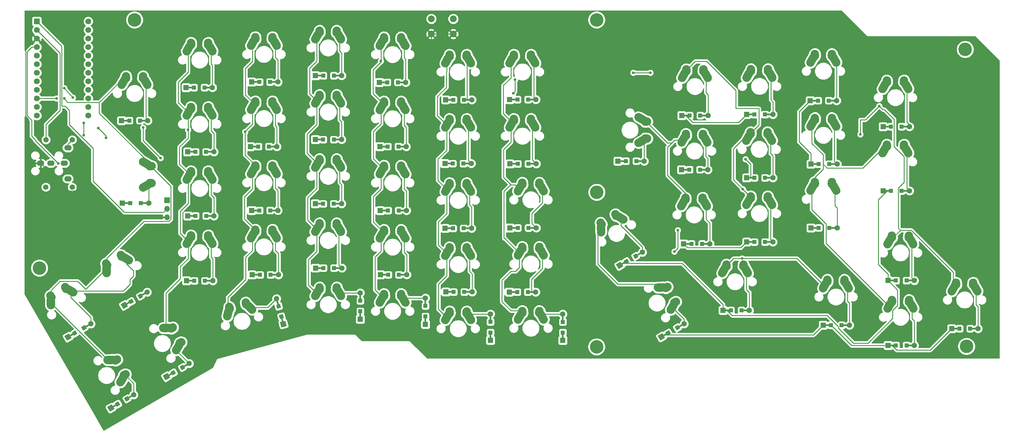
<source format=gtl>
%TF.GenerationSoftware,KiCad,Pcbnew,(5.1.10-1-10_14)*%
%TF.CreationDate,2021-08-01T23:27:55+01:00*%
%TF.ProjectId,AsymRight,4173796d-5269-4676-9874-2e6b69636164,v1*%
%TF.SameCoordinates,Original*%
%TF.FileFunction,Copper,L1,Top*%
%TF.FilePolarity,Positive*%
%FSLAX46Y46*%
G04 Gerber Fmt 4.6, Leading zero omitted, Abs format (unit mm)*
G04 Created by KiCad (PCBNEW (5.1.10-1-10_14)) date 2021-08-01 23:27:55*
%MOMM*%
%LPD*%
G01*
G04 APERTURE LIST*
%TA.AperFunction,ComponentPad*%
%ADD10C,4.000000*%
%TD*%
%TA.AperFunction,ComponentPad*%
%ADD11C,1.752600*%
%TD*%
%TA.AperFunction,ComponentPad*%
%ADD12R,1.752600X1.752600*%
%TD*%
%TA.AperFunction,ComponentPad*%
%ADD13O,1.700000X1.700000*%
%TD*%
%TA.AperFunction,ComponentPad*%
%ADD14R,1.700000X1.700000*%
%TD*%
%TA.AperFunction,ComponentPad*%
%ADD15C,2.000000*%
%TD*%
%TA.AperFunction,ComponentPad*%
%ADD16O,2.200000X1.600000*%
%TD*%
%TA.AperFunction,SMDPad,CuDef*%
%ADD17R,2.500000X0.500000*%
%TD*%
%TA.AperFunction,ComponentPad*%
%ADD18R,1.600000X1.600000*%
%TD*%
%TA.AperFunction,ComponentPad*%
%ADD19C,1.600000*%
%TD*%
%TA.AperFunction,SMDPad,CuDef*%
%ADD20R,1.200000X1.200000*%
%TD*%
%TA.AperFunction,SMDPad,CuDef*%
%ADD21C,0.100000*%
%TD*%
%TA.AperFunction,ComponentPad*%
%ADD22C,0.100000*%
%TD*%
%TA.AperFunction,SMDPad,CuDef*%
%ADD23R,0.500000X2.500000*%
%TD*%
%TA.AperFunction,ViaPad*%
%ADD24C,0.800000*%
%TD*%
%TA.AperFunction,Conductor*%
%ADD25C,0.250000*%
%TD*%
%TA.AperFunction,Conductor*%
%ADD26C,0.254000*%
%TD*%
%TA.AperFunction,Conductor*%
%ADD27C,0.100000*%
%TD*%
G04 APERTURE END LIST*
%TO.P,K41,1*%
%TO.N,col8*%
%TA.AperFunction,ComponentPad*%
G36*
G01*
X232412935Y-116016646D02*
X232373487Y-115437990D01*
G75*
G02*
X233535573Y-114105866I1247105J85019D01*
G01*
X233535573Y-114105866D01*
G75*
G02*
X234867697Y-115267952I85019J-1247105D01*
G01*
X234907145Y-115846608D01*
G75*
G02*
X233745059Y-117178732I-1247105J-85019D01*
G01*
X233745059Y-117178732D01*
G75*
G02*
X232412935Y-116016646I-85019J1247105D01*
G01*
G37*
%TD.AperFunction*%
%TO.P,K41,2*%
%TO.N,Net-(D41-Pad2)*%
%TA.AperFunction,ComponentPad*%
G36*
G01*
X238878554Y-118500172D02*
X238067118Y-117039311D01*
G75*
G02*
X238552897Y-115339600I1092745J606966D01*
G01*
X238552897Y-115339600D01*
G75*
G02*
X240252608Y-115825379I606966J-1092745D01*
G01*
X241063514Y-117285287D01*
G75*
G02*
X240577735Y-118984998I-1092745J-606966D01*
G01*
X240577735Y-118984998D01*
G75*
G02*
X238878024Y-118499219I-606966J1092745D01*
G01*
G37*
%TD.AperFunction*%
%TO.P,K41,1*%
%TO.N,col8*%
%TA.AperFunction,ComponentPad*%
G36*
G01*
X231257648Y-117284334D02*
X232068024Y-115825379D01*
G75*
G02*
X233767735Y-115339600I1092745J-606966D01*
G01*
X233767735Y-115339600D01*
G75*
G02*
X234253514Y-117039311I-606966J-1092745D01*
G01*
X233442608Y-118499219D01*
G75*
G02*
X231742897Y-118984998I-1092745J606966D01*
G01*
X231742897Y-118984998D01*
G75*
G02*
X231257118Y-117285287I606966J1092745D01*
G01*
G37*
%TD.AperFunction*%
%TO.P,K41,2*%
%TO.N,Net-(D41-Pad2)*%
%TA.AperFunction,ComponentPad*%
G36*
G01*
X237413487Y-115846608D02*
X237452935Y-115267952D01*
G75*
G02*
X238785059Y-114105866I1247105J-85019D01*
G01*
X238785059Y-114105866D01*
G75*
G02*
X239947145Y-115437990I-85019J-1247105D01*
G01*
X239907697Y-116016646D01*
G75*
G02*
X238575573Y-117178732I-1247105J85019D01*
G01*
X238575573Y-117178732D01*
G75*
G02*
X237413487Y-115846608I85019J1247105D01*
G01*
G37*
%TD.AperFunction*%
%TD*%
%TO.P,K22,1*%
%TO.N,col0*%
%TA.AperFunction,ComponentPad*%
G36*
G01*
X49026847Y-116229623D02*
X48703355Y-115748215D01*
G75*
G02*
X49043689Y-114013519I1037515J697181D01*
G01*
X49043689Y-114013519D01*
G75*
G02*
X50778385Y-114353853I697181J-1037515D01*
G01*
X51101877Y-114835261D01*
G75*
G02*
X50761543Y-116569957I-1037515J-697181D01*
G01*
X50761543Y-116569957D01*
G75*
G02*
X49026847Y-116229623I-697181J1037515D01*
G01*
G37*
%TD.AperFunction*%
%TO.P,K22,2*%
%TO.N,Net-(D33-Pad2)*%
%TA.AperFunction,ComponentPad*%
G36*
G01*
X55867999Y-115147610D02*
X54434844Y-114288186D01*
G75*
G02*
X54005685Y-112573303I642862J1072021D01*
G01*
X54005685Y-112573303D01*
G75*
G02*
X55720568Y-112144144I1072021J-642862D01*
G01*
X57152788Y-113003008D01*
G75*
G02*
X57581947Y-114717891I-642862J-1072021D01*
G01*
X57581947Y-114717891D01*
G75*
G02*
X55867064Y-115147050I-1072021J642862D01*
G01*
G37*
%TD.AperFunction*%
%TO.P,K22,1*%
%TO.N,col0*%
%TA.AperFunction,ComponentPad*%
G36*
G01*
X48660218Y-117907298D02*
X48632512Y-116236437D01*
G75*
G02*
X49861615Y-114965884I1249828J20725D01*
G01*
X49861615Y-114965884D01*
G75*
G02*
X51132168Y-116194987I20725J-1249828D01*
G01*
X51159856Y-117864757D01*
G75*
G02*
X49930753Y-119135310I-1249828J-20725D01*
G01*
X49930753Y-119135310D01*
G75*
G02*
X48660200Y-117906207I-20725J1249828D01*
G01*
G37*
%TD.AperFunction*%
%TO.P,K22,2*%
%TO.N,Net-(D33-Pad2)*%
%TA.AperFunction,ComponentPad*%
G36*
G01*
X53272432Y-113582090D02*
X53017268Y-113061234D01*
G75*
G02*
X53589878Y-111388776I1122534J549924D01*
G01*
X53589878Y-111388776D01*
G75*
G02*
X55262336Y-111961386I549924J-1122534D01*
G01*
X55517500Y-112482242D01*
G75*
G02*
X54944890Y-114154700I-1122534J-549924D01*
G01*
X54944890Y-114154700D01*
G75*
G02*
X53272432Y-113582090I-549924J1122534D01*
G01*
G37*
%TD.AperFunction*%
%TD*%
%TO.P,K52,1*%
%TO.N,col8*%
%TA.AperFunction,ComponentPad*%
G36*
G01*
X262332619Y-120524347D02*
X262293171Y-119945691D01*
G75*
G02*
X263455257Y-118613567I1247105J85019D01*
G01*
X263455257Y-118613567D01*
G75*
G02*
X264787381Y-119775653I85019J-1247105D01*
G01*
X264826829Y-120354309D01*
G75*
G02*
X263664743Y-121686433I-1247105J-85019D01*
G01*
X263664743Y-121686433D01*
G75*
G02*
X262332619Y-120524347I-85019J1247105D01*
G01*
G37*
%TD.AperFunction*%
%TO.P,K52,2*%
%TO.N,Net-(D52-Pad2)*%
%TA.AperFunction,ComponentPad*%
G36*
G01*
X268798238Y-123007873D02*
X267986802Y-121547012D01*
G75*
G02*
X268472581Y-119847301I1092745J606966D01*
G01*
X268472581Y-119847301D01*
G75*
G02*
X270172292Y-120333080I606966J-1092745D01*
G01*
X270983198Y-121792988D01*
G75*
G02*
X270497419Y-123492699I-1092745J-606966D01*
G01*
X270497419Y-123492699D01*
G75*
G02*
X268797708Y-123006920I-606966J1092745D01*
G01*
G37*
%TD.AperFunction*%
%TO.P,K52,1*%
%TO.N,col8*%
%TA.AperFunction,ComponentPad*%
G36*
G01*
X261177332Y-121792035D02*
X261987708Y-120333080D01*
G75*
G02*
X263687419Y-119847301I1092745J-606966D01*
G01*
X263687419Y-119847301D01*
G75*
G02*
X264173198Y-121547012I-606966J-1092745D01*
G01*
X263362292Y-123006920D01*
G75*
G02*
X261662581Y-123492699I-1092745J606966D01*
G01*
X261662581Y-123492699D01*
G75*
G02*
X261176802Y-121792988I606966J1092745D01*
G01*
G37*
%TD.AperFunction*%
%TO.P,K52,2*%
%TO.N,Net-(D52-Pad2)*%
%TA.AperFunction,ComponentPad*%
G36*
G01*
X267333171Y-120354309D02*
X267372619Y-119775653D01*
G75*
G02*
X268704743Y-118613567I1247105J-85019D01*
G01*
X268704743Y-118613567D01*
G75*
G02*
X269866829Y-119945691I-85019J-1247105D01*
G01*
X269827381Y-120524347D01*
G75*
G02*
X268495257Y-121686433I-1247105J85019D01*
G01*
X268495257Y-121686433D01*
G75*
G02*
X267333171Y-120354309I85019J1247105D01*
G01*
G37*
%TD.AperFunction*%
%TD*%
%TO.P,K8,1*%
%TO.N,col8*%
%TA.AperFunction,ComponentPad*%
G36*
G01*
X220534619Y-58068347D02*
X220495171Y-57489691D01*
G75*
G02*
X221657257Y-56157567I1247105J85019D01*
G01*
X221657257Y-56157567D01*
G75*
G02*
X222989381Y-57319653I85019J-1247105D01*
G01*
X223028829Y-57898309D01*
G75*
G02*
X221866743Y-59230433I-1247105J-85019D01*
G01*
X221866743Y-59230433D01*
G75*
G02*
X220534619Y-58068347I-85019J1247105D01*
G01*
G37*
%TD.AperFunction*%
%TO.P,K8,2*%
%TO.N,Net-(D8-Pad2)*%
%TA.AperFunction,ComponentPad*%
G36*
G01*
X227000238Y-60551873D02*
X226188802Y-59091012D01*
G75*
G02*
X226674581Y-57391301I1092745J606966D01*
G01*
X226674581Y-57391301D01*
G75*
G02*
X228374292Y-57877080I606966J-1092745D01*
G01*
X229185198Y-59336988D01*
G75*
G02*
X228699419Y-61036699I-1092745J-606966D01*
G01*
X228699419Y-61036699D01*
G75*
G02*
X226999708Y-60550920I-606966J1092745D01*
G01*
G37*
%TD.AperFunction*%
%TO.P,K8,1*%
%TO.N,col8*%
%TA.AperFunction,ComponentPad*%
G36*
G01*
X219379332Y-59336035D02*
X220189708Y-57877080D01*
G75*
G02*
X221889419Y-57391301I1092745J-606966D01*
G01*
X221889419Y-57391301D01*
G75*
G02*
X222375198Y-59091012I-606966J-1092745D01*
G01*
X221564292Y-60550920D01*
G75*
G02*
X219864581Y-61036699I-1092745J606966D01*
G01*
X219864581Y-61036699D01*
G75*
G02*
X219378802Y-59336988I606966J1092745D01*
G01*
G37*
%TD.AperFunction*%
%TO.P,K8,2*%
%TO.N,Net-(D8-Pad2)*%
%TA.AperFunction,ComponentPad*%
G36*
G01*
X225535171Y-57898309D02*
X225574619Y-57319653D01*
G75*
G02*
X226906743Y-56157567I1247105J-85019D01*
G01*
X226906743Y-56157567D01*
G75*
G02*
X228068829Y-57489691I-85019J-1247105D01*
G01*
X228029381Y-58068347D01*
G75*
G02*
X226697257Y-59230433I-1247105J85019D01*
G01*
X226697257Y-59230433D01*
G75*
G02*
X225535171Y-57898309I85019J1247105D01*
G01*
G37*
%TD.AperFunction*%
%TD*%
%TO.P,K23,1*%
%TO.N,col1*%
%TA.AperFunction,ComponentPad*%
G36*
G01*
X73722619Y-88294347D02*
X73683171Y-87715691D01*
G75*
G02*
X74845257Y-86383567I1247105J85019D01*
G01*
X74845257Y-86383567D01*
G75*
G02*
X76177381Y-87545653I85019J-1247105D01*
G01*
X76216829Y-88124309D01*
G75*
G02*
X75054743Y-89456433I-1247105J-85019D01*
G01*
X75054743Y-89456433D01*
G75*
G02*
X73722619Y-88294347I-85019J1247105D01*
G01*
G37*
%TD.AperFunction*%
%TO.P,K23,2*%
%TO.N,Net-(D23-Pad2)*%
%TA.AperFunction,ComponentPad*%
G36*
G01*
X80188238Y-90777873D02*
X79376802Y-89317012D01*
G75*
G02*
X79862581Y-87617301I1092745J606966D01*
G01*
X79862581Y-87617301D01*
G75*
G02*
X81562292Y-88103080I606966J-1092745D01*
G01*
X82373198Y-89562988D01*
G75*
G02*
X81887419Y-91262699I-1092745J-606966D01*
G01*
X81887419Y-91262699D01*
G75*
G02*
X80187708Y-90776920I-606966J1092745D01*
G01*
G37*
%TD.AperFunction*%
%TO.P,K23,1*%
%TO.N,col1*%
%TA.AperFunction,ComponentPad*%
G36*
G01*
X72567332Y-89562035D02*
X73377708Y-88103080D01*
G75*
G02*
X75077419Y-87617301I1092745J-606966D01*
G01*
X75077419Y-87617301D01*
G75*
G02*
X75563198Y-89317012I-606966J-1092745D01*
G01*
X74752292Y-90776920D01*
G75*
G02*
X73052581Y-91262699I-1092745J606966D01*
G01*
X73052581Y-91262699D01*
G75*
G02*
X72566802Y-89562988I606966J1092745D01*
G01*
G37*
%TD.AperFunction*%
%TO.P,K23,2*%
%TO.N,Net-(D23-Pad2)*%
%TA.AperFunction,ComponentPad*%
G36*
G01*
X78723171Y-88124309D02*
X78762619Y-87545653D01*
G75*
G02*
X80094743Y-86383567I1247105J-85019D01*
G01*
X80094743Y-86383567D01*
G75*
G02*
X81256829Y-87715691I-85019J-1247105D01*
G01*
X81217381Y-88294347D01*
G75*
G02*
X79885257Y-89456433I-1247105J85019D01*
G01*
X79885257Y-89456433D01*
G75*
G02*
X78723171Y-88124309I85019J1247105D01*
G01*
G37*
%TD.AperFunction*%
%TD*%
%TO.P,K53,1*%
%TO.N,col9*%
%TA.AperFunction,ComponentPad*%
G36*
G01*
X281487619Y-126539347D02*
X281448171Y-125960691D01*
G75*
G02*
X282610257Y-124628567I1247105J85019D01*
G01*
X282610257Y-124628567D01*
G75*
G02*
X283942381Y-125790653I85019J-1247105D01*
G01*
X283981829Y-126369309D01*
G75*
G02*
X282819743Y-127701433I-1247105J-85019D01*
G01*
X282819743Y-127701433D01*
G75*
G02*
X281487619Y-126539347I-85019J1247105D01*
G01*
G37*
%TD.AperFunction*%
%TO.P,K53,2*%
%TO.N,Net-(D53-Pad2)*%
%TA.AperFunction,ComponentPad*%
G36*
G01*
X287953238Y-129022873D02*
X287141802Y-127562012D01*
G75*
G02*
X287627581Y-125862301I1092745J606966D01*
G01*
X287627581Y-125862301D01*
G75*
G02*
X289327292Y-126348080I606966J-1092745D01*
G01*
X290138198Y-127807988D01*
G75*
G02*
X289652419Y-129507699I-1092745J-606966D01*
G01*
X289652419Y-129507699D01*
G75*
G02*
X287952708Y-129021920I-606966J1092745D01*
G01*
G37*
%TD.AperFunction*%
%TO.P,K53,1*%
%TO.N,col9*%
%TA.AperFunction,ComponentPad*%
G36*
G01*
X280332332Y-127807035D02*
X281142708Y-126348080D01*
G75*
G02*
X282842419Y-125862301I1092745J-606966D01*
G01*
X282842419Y-125862301D01*
G75*
G02*
X283328198Y-127562012I-606966J-1092745D01*
G01*
X282517292Y-129021920D01*
G75*
G02*
X280817581Y-129507699I-1092745J606966D01*
G01*
X280817581Y-129507699D01*
G75*
G02*
X280331802Y-127807988I606966J1092745D01*
G01*
G37*
%TD.AperFunction*%
%TO.P,K53,2*%
%TO.N,Net-(D53-Pad2)*%
%TA.AperFunction,ComponentPad*%
G36*
G01*
X286488171Y-126369309D02*
X286527619Y-125790653D01*
G75*
G02*
X287859743Y-124628567I1247105J-85019D01*
G01*
X287859743Y-124628567D01*
G75*
G02*
X289021829Y-125960691I-85019J-1247105D01*
G01*
X288982381Y-126539347D01*
G75*
G02*
X287650257Y-127701433I-1247105J85019D01*
G01*
X287650257Y-127701433D01*
G75*
G02*
X286488171Y-126369309I85019J1247105D01*
G01*
G37*
%TD.AperFunction*%
%TD*%
%TO.P,K28,1*%
%TO.N,col6*%
%TA.AperFunction,ComponentPad*%
G36*
G01*
X171902619Y-91709347D02*
X171863171Y-91130691D01*
G75*
G02*
X173025257Y-89798567I1247105J85019D01*
G01*
X173025257Y-89798567D01*
G75*
G02*
X174357381Y-90960653I85019J-1247105D01*
G01*
X174396829Y-91539309D01*
G75*
G02*
X173234743Y-92871433I-1247105J-85019D01*
G01*
X173234743Y-92871433D01*
G75*
G02*
X171902619Y-91709347I-85019J1247105D01*
G01*
G37*
%TD.AperFunction*%
%TO.P,K28,2*%
%TO.N,Net-(D28-Pad2)*%
%TA.AperFunction,ComponentPad*%
G36*
G01*
X178368238Y-94192873D02*
X177556802Y-92732012D01*
G75*
G02*
X178042581Y-91032301I1092745J606966D01*
G01*
X178042581Y-91032301D01*
G75*
G02*
X179742292Y-91518080I606966J-1092745D01*
G01*
X180553198Y-92977988D01*
G75*
G02*
X180067419Y-94677699I-1092745J-606966D01*
G01*
X180067419Y-94677699D01*
G75*
G02*
X178367708Y-94191920I-606966J1092745D01*
G01*
G37*
%TD.AperFunction*%
%TO.P,K28,1*%
%TO.N,col6*%
%TA.AperFunction,ComponentPad*%
G36*
G01*
X170747332Y-92977035D02*
X171557708Y-91518080D01*
G75*
G02*
X173257419Y-91032301I1092745J-606966D01*
G01*
X173257419Y-91032301D01*
G75*
G02*
X173743198Y-92732012I-606966J-1092745D01*
G01*
X172932292Y-94191920D01*
G75*
G02*
X171232581Y-94677699I-1092745J606966D01*
G01*
X171232581Y-94677699D01*
G75*
G02*
X170746802Y-92977988I606966J1092745D01*
G01*
G37*
%TD.AperFunction*%
%TO.P,K28,2*%
%TO.N,Net-(D28-Pad2)*%
%TA.AperFunction,ComponentPad*%
G36*
G01*
X176903171Y-91539309D02*
X176942619Y-90960653D01*
G75*
G02*
X178274743Y-89798567I1247105J-85019D01*
G01*
X178274743Y-89798567D01*
G75*
G02*
X179436829Y-91130691I-85019J-1247105D01*
G01*
X179397381Y-91709347D01*
G75*
G02*
X178065257Y-92871433I-1247105J85019D01*
G01*
X178065257Y-92871433D01*
G75*
G02*
X176903171Y-91539309I85019J1247105D01*
G01*
G37*
%TD.AperFunction*%
%TD*%
%TO.P,K43,1*%
%TO.N,col10*%
%TA.AperFunction,ComponentPad*%
G36*
G01*
X281437619Y-107439347D02*
X281398171Y-106860691D01*
G75*
G02*
X282560257Y-105528567I1247105J85019D01*
G01*
X282560257Y-105528567D01*
G75*
G02*
X283892381Y-106690653I85019J-1247105D01*
G01*
X283931829Y-107269309D01*
G75*
G02*
X282769743Y-108601433I-1247105J-85019D01*
G01*
X282769743Y-108601433D01*
G75*
G02*
X281437619Y-107439347I-85019J1247105D01*
G01*
G37*
%TD.AperFunction*%
%TO.P,K43,2*%
%TO.N,Net-(D43-Pad2)*%
%TA.AperFunction,ComponentPad*%
G36*
G01*
X287903238Y-109922873D02*
X287091802Y-108462012D01*
G75*
G02*
X287577581Y-106762301I1092745J606966D01*
G01*
X287577581Y-106762301D01*
G75*
G02*
X289277292Y-107248080I606966J-1092745D01*
G01*
X290088198Y-108707988D01*
G75*
G02*
X289602419Y-110407699I-1092745J-606966D01*
G01*
X289602419Y-110407699D01*
G75*
G02*
X287902708Y-109921920I-606966J1092745D01*
G01*
G37*
%TD.AperFunction*%
%TO.P,K43,1*%
%TO.N,col10*%
%TA.AperFunction,ComponentPad*%
G36*
G01*
X280282332Y-108707035D02*
X281092708Y-107248080D01*
G75*
G02*
X282792419Y-106762301I1092745J-606966D01*
G01*
X282792419Y-106762301D01*
G75*
G02*
X283278198Y-108462012I-606966J-1092745D01*
G01*
X282467292Y-109921920D01*
G75*
G02*
X280767581Y-110407699I-1092745J606966D01*
G01*
X280767581Y-110407699D01*
G75*
G02*
X280281802Y-108707988I606966J1092745D01*
G01*
G37*
%TD.AperFunction*%
%TO.P,K43,2*%
%TO.N,Net-(D43-Pad2)*%
%TA.AperFunction,ComponentPad*%
G36*
G01*
X286438171Y-107269309D02*
X286477619Y-106690653D01*
G75*
G02*
X287809743Y-105528567I1247105J-85019D01*
G01*
X287809743Y-105528567D01*
G75*
G02*
X288971829Y-106860691I-85019J-1247105D01*
G01*
X288932381Y-107439347D01*
G75*
G02*
X287600257Y-108601433I-1247105J85019D01*
G01*
X287600257Y-108601433D01*
G75*
G02*
X286438171Y-107269309I85019J1247105D01*
G01*
G37*
%TD.AperFunction*%
%TD*%
%TO.P,K29,1*%
%TO.N,col7*%
%TA.AperFunction,ComponentPad*%
G36*
G01*
X220280619Y-96168347D02*
X220241171Y-95589691D01*
G75*
G02*
X221403257Y-94257567I1247105J85019D01*
G01*
X221403257Y-94257567D01*
G75*
G02*
X222735381Y-95419653I85019J-1247105D01*
G01*
X222774829Y-95998309D01*
G75*
G02*
X221612743Y-97330433I-1247105J-85019D01*
G01*
X221612743Y-97330433D01*
G75*
G02*
X220280619Y-96168347I-85019J1247105D01*
G01*
G37*
%TD.AperFunction*%
%TO.P,K29,2*%
%TO.N,Net-(D29-Pad2)*%
%TA.AperFunction,ComponentPad*%
G36*
G01*
X226746238Y-98651873D02*
X225934802Y-97191012D01*
G75*
G02*
X226420581Y-95491301I1092745J606966D01*
G01*
X226420581Y-95491301D01*
G75*
G02*
X228120292Y-95977080I606966J-1092745D01*
G01*
X228931198Y-97436988D01*
G75*
G02*
X228445419Y-99136699I-1092745J-606966D01*
G01*
X228445419Y-99136699D01*
G75*
G02*
X226745708Y-98650920I-606966J1092745D01*
G01*
G37*
%TD.AperFunction*%
%TO.P,K29,1*%
%TO.N,col7*%
%TA.AperFunction,ComponentPad*%
G36*
G01*
X219125332Y-97436035D02*
X219935708Y-95977080D01*
G75*
G02*
X221635419Y-95491301I1092745J-606966D01*
G01*
X221635419Y-95491301D01*
G75*
G02*
X222121198Y-97191012I-606966J-1092745D01*
G01*
X221310292Y-98650920D01*
G75*
G02*
X219610581Y-99136699I-1092745J606966D01*
G01*
X219610581Y-99136699D01*
G75*
G02*
X219124802Y-97436988I606966J1092745D01*
G01*
G37*
%TD.AperFunction*%
%TO.P,K29,2*%
%TO.N,Net-(D29-Pad2)*%
%TA.AperFunction,ComponentPad*%
G36*
G01*
X225281171Y-95998309D02*
X225320619Y-95419653D01*
G75*
G02*
X226652743Y-94257567I1247105J-85019D01*
G01*
X226652743Y-94257567D01*
G75*
G02*
X227814829Y-95589691I-85019J-1247105D01*
G01*
X227775381Y-96168347D01*
G75*
G02*
X226443257Y-97330433I-1247105J85019D01*
G01*
X226443257Y-97330433D01*
G75*
G02*
X225281171Y-95998309I85019J1247105D01*
G01*
G37*
%TD.AperFunction*%
%TD*%
%TO.P,K0,1*%
%TO.N,col0*%
%TA.AperFunction,ComponentPad*%
G36*
G01*
X54432619Y-60124347D02*
X54393171Y-59545691D01*
G75*
G02*
X55555257Y-58213567I1247105J85019D01*
G01*
X55555257Y-58213567D01*
G75*
G02*
X56887381Y-59375653I85019J-1247105D01*
G01*
X56926829Y-59954309D01*
G75*
G02*
X55764743Y-61286433I-1247105J-85019D01*
G01*
X55764743Y-61286433D01*
G75*
G02*
X54432619Y-60124347I-85019J1247105D01*
G01*
G37*
%TD.AperFunction*%
%TO.P,K0,2*%
%TO.N,Net-(D0-Pad2)*%
%TA.AperFunction,ComponentPad*%
G36*
G01*
X60898238Y-62607873D02*
X60086802Y-61147012D01*
G75*
G02*
X60572581Y-59447301I1092745J606966D01*
G01*
X60572581Y-59447301D01*
G75*
G02*
X62272292Y-59933080I606966J-1092745D01*
G01*
X63083198Y-61392988D01*
G75*
G02*
X62597419Y-63092699I-1092745J-606966D01*
G01*
X62597419Y-63092699D01*
G75*
G02*
X60897708Y-62606920I-606966J1092745D01*
G01*
G37*
%TD.AperFunction*%
%TO.P,K0,1*%
%TO.N,col0*%
%TA.AperFunction,ComponentPad*%
G36*
G01*
X53277332Y-61392035D02*
X54087708Y-59933080D01*
G75*
G02*
X55787419Y-59447301I1092745J-606966D01*
G01*
X55787419Y-59447301D01*
G75*
G02*
X56273198Y-61147012I-606966J-1092745D01*
G01*
X55462292Y-62606920D01*
G75*
G02*
X53762581Y-63092699I-1092745J606966D01*
G01*
X53762581Y-63092699D01*
G75*
G02*
X53276802Y-61392988I606966J1092745D01*
G01*
G37*
%TD.AperFunction*%
%TO.P,K0,2*%
%TO.N,Net-(D0-Pad2)*%
%TA.AperFunction,ComponentPad*%
G36*
G01*
X59433171Y-59954309D02*
X59472619Y-59375653D01*
G75*
G02*
X60804743Y-58213567I1247105J-85019D01*
G01*
X60804743Y-58213567D01*
G75*
G02*
X61966829Y-59545691I-85019J-1247105D01*
G01*
X61927381Y-60124347D01*
G75*
G02*
X60595257Y-61286433I-1247105J85019D01*
G01*
X60595257Y-61286433D01*
G75*
G02*
X59433171Y-59954309I85019J1247105D01*
G01*
G37*
%TD.AperFunction*%
%TD*%
%TO.P,K1,1*%
%TO.N,col1*%
%TA.AperFunction,ComponentPad*%
G36*
G01*
X73722619Y-50194347D02*
X73683171Y-49615691D01*
G75*
G02*
X74845257Y-48283567I1247105J85019D01*
G01*
X74845257Y-48283567D01*
G75*
G02*
X76177381Y-49445653I85019J-1247105D01*
G01*
X76216829Y-50024309D01*
G75*
G02*
X75054743Y-51356433I-1247105J-85019D01*
G01*
X75054743Y-51356433D01*
G75*
G02*
X73722619Y-50194347I-85019J1247105D01*
G01*
G37*
%TD.AperFunction*%
%TO.P,K1,2*%
%TO.N,Net-(D1-Pad2)*%
%TA.AperFunction,ComponentPad*%
G36*
G01*
X80188238Y-52677873D02*
X79376802Y-51217012D01*
G75*
G02*
X79862581Y-49517301I1092745J606966D01*
G01*
X79862581Y-49517301D01*
G75*
G02*
X81562292Y-50003080I606966J-1092745D01*
G01*
X82373198Y-51462988D01*
G75*
G02*
X81887419Y-53162699I-1092745J-606966D01*
G01*
X81887419Y-53162699D01*
G75*
G02*
X80187708Y-52676920I-606966J1092745D01*
G01*
G37*
%TD.AperFunction*%
%TO.P,K1,1*%
%TO.N,col1*%
%TA.AperFunction,ComponentPad*%
G36*
G01*
X72567332Y-51462035D02*
X73377708Y-50003080D01*
G75*
G02*
X75077419Y-49517301I1092745J-606966D01*
G01*
X75077419Y-49517301D01*
G75*
G02*
X75563198Y-51217012I-606966J-1092745D01*
G01*
X74752292Y-52676920D01*
G75*
G02*
X73052581Y-53162699I-1092745J606966D01*
G01*
X73052581Y-53162699D01*
G75*
G02*
X72566802Y-51462988I606966J1092745D01*
G01*
G37*
%TD.AperFunction*%
%TO.P,K1,2*%
%TO.N,Net-(D1-Pad2)*%
%TA.AperFunction,ComponentPad*%
G36*
G01*
X78723171Y-50024309D02*
X78762619Y-49445653D01*
G75*
G02*
X80094743Y-48283567I1247105J-85019D01*
G01*
X80094743Y-48283567D01*
G75*
G02*
X81256829Y-49615691I-85019J-1247105D01*
G01*
X81217381Y-50194347D01*
G75*
G02*
X79885257Y-51356433I-1247105J85019D01*
G01*
X79885257Y-51356433D01*
G75*
G02*
X78723171Y-50024309I85019J1247105D01*
G01*
G37*
%TD.AperFunction*%
%TD*%
%TO.P,K2,1*%
%TO.N,col2*%
%TA.AperFunction,ComponentPad*%
G36*
G01*
X92772619Y-48514347D02*
X92733171Y-47935691D01*
G75*
G02*
X93895257Y-46603567I1247105J85019D01*
G01*
X93895257Y-46603567D01*
G75*
G02*
X95227381Y-47765653I85019J-1247105D01*
G01*
X95266829Y-48344309D01*
G75*
G02*
X94104743Y-49676433I-1247105J-85019D01*
G01*
X94104743Y-49676433D01*
G75*
G02*
X92772619Y-48514347I-85019J1247105D01*
G01*
G37*
%TD.AperFunction*%
%TO.P,K2,2*%
%TO.N,Net-(D2-Pad2)*%
%TA.AperFunction,ComponentPad*%
G36*
G01*
X99238238Y-50997873D02*
X98426802Y-49537012D01*
G75*
G02*
X98912581Y-47837301I1092745J606966D01*
G01*
X98912581Y-47837301D01*
G75*
G02*
X100612292Y-48323080I606966J-1092745D01*
G01*
X101423198Y-49782988D01*
G75*
G02*
X100937419Y-51482699I-1092745J-606966D01*
G01*
X100937419Y-51482699D01*
G75*
G02*
X99237708Y-50996920I-606966J1092745D01*
G01*
G37*
%TD.AperFunction*%
%TO.P,K2,1*%
%TO.N,col2*%
%TA.AperFunction,ComponentPad*%
G36*
G01*
X91617332Y-49782035D02*
X92427708Y-48323080D01*
G75*
G02*
X94127419Y-47837301I1092745J-606966D01*
G01*
X94127419Y-47837301D01*
G75*
G02*
X94613198Y-49537012I-606966J-1092745D01*
G01*
X93802292Y-50996920D01*
G75*
G02*
X92102581Y-51482699I-1092745J606966D01*
G01*
X92102581Y-51482699D01*
G75*
G02*
X91616802Y-49782988I606966J1092745D01*
G01*
G37*
%TD.AperFunction*%
%TO.P,K2,2*%
%TO.N,Net-(D2-Pad2)*%
%TA.AperFunction,ComponentPad*%
G36*
G01*
X97773171Y-48344309D02*
X97812619Y-47765653D01*
G75*
G02*
X99144743Y-46603567I1247105J-85019D01*
G01*
X99144743Y-46603567D01*
G75*
G02*
X100306829Y-47935691I-85019J-1247105D01*
G01*
X100267381Y-48514347D01*
G75*
G02*
X98935257Y-49676433I-1247105J85019D01*
G01*
X98935257Y-49676433D01*
G75*
G02*
X97773171Y-48344309I85019J1247105D01*
G01*
G37*
%TD.AperFunction*%
%TD*%
%TO.P,K3,1*%
%TO.N,col3*%
%TA.AperFunction,ComponentPad*%
G36*
G01*
X111822619Y-46604347D02*
X111783171Y-46025691D01*
G75*
G02*
X112945257Y-44693567I1247105J85019D01*
G01*
X112945257Y-44693567D01*
G75*
G02*
X114277381Y-45855653I85019J-1247105D01*
G01*
X114316829Y-46434309D01*
G75*
G02*
X113154743Y-47766433I-1247105J-85019D01*
G01*
X113154743Y-47766433D01*
G75*
G02*
X111822619Y-46604347I-85019J1247105D01*
G01*
G37*
%TD.AperFunction*%
%TO.P,K3,2*%
%TO.N,Net-(D3-Pad2)*%
%TA.AperFunction,ComponentPad*%
G36*
G01*
X118288238Y-49087873D02*
X117476802Y-47627012D01*
G75*
G02*
X117962581Y-45927301I1092745J606966D01*
G01*
X117962581Y-45927301D01*
G75*
G02*
X119662292Y-46413080I606966J-1092745D01*
G01*
X120473198Y-47872988D01*
G75*
G02*
X119987419Y-49572699I-1092745J-606966D01*
G01*
X119987419Y-49572699D01*
G75*
G02*
X118287708Y-49086920I-606966J1092745D01*
G01*
G37*
%TD.AperFunction*%
%TO.P,K3,1*%
%TO.N,col3*%
%TA.AperFunction,ComponentPad*%
G36*
G01*
X110667332Y-47872035D02*
X111477708Y-46413080D01*
G75*
G02*
X113177419Y-45927301I1092745J-606966D01*
G01*
X113177419Y-45927301D01*
G75*
G02*
X113663198Y-47627012I-606966J-1092745D01*
G01*
X112852292Y-49086920D01*
G75*
G02*
X111152581Y-49572699I-1092745J606966D01*
G01*
X111152581Y-49572699D01*
G75*
G02*
X110666802Y-47872988I606966J1092745D01*
G01*
G37*
%TD.AperFunction*%
%TO.P,K3,2*%
%TO.N,Net-(D3-Pad2)*%
%TA.AperFunction,ComponentPad*%
G36*
G01*
X116823171Y-46434309D02*
X116862619Y-45855653D01*
G75*
G02*
X118194743Y-44693567I1247105J-85019D01*
G01*
X118194743Y-44693567D01*
G75*
G02*
X119356829Y-46025691I-85019J-1247105D01*
G01*
X119317381Y-46604347D01*
G75*
G02*
X117985257Y-47766433I-1247105J85019D01*
G01*
X117985257Y-47766433D01*
G75*
G02*
X116823171Y-46434309I85019J1247105D01*
G01*
G37*
%TD.AperFunction*%
%TD*%
%TO.P,K4,1*%
%TO.N,col4*%
%TA.AperFunction,ComponentPad*%
G36*
G01*
X130922619Y-48564347D02*
X130883171Y-47985691D01*
G75*
G02*
X132045257Y-46653567I1247105J85019D01*
G01*
X132045257Y-46653567D01*
G75*
G02*
X133377381Y-47815653I85019J-1247105D01*
G01*
X133416829Y-48394309D01*
G75*
G02*
X132254743Y-49726433I-1247105J-85019D01*
G01*
X132254743Y-49726433D01*
G75*
G02*
X130922619Y-48564347I-85019J1247105D01*
G01*
G37*
%TD.AperFunction*%
%TO.P,K4,2*%
%TO.N,Net-(D4-Pad2)*%
%TA.AperFunction,ComponentPad*%
G36*
G01*
X137388238Y-51047873D02*
X136576802Y-49587012D01*
G75*
G02*
X137062581Y-47887301I1092745J606966D01*
G01*
X137062581Y-47887301D01*
G75*
G02*
X138762292Y-48373080I606966J-1092745D01*
G01*
X139573198Y-49832988D01*
G75*
G02*
X139087419Y-51532699I-1092745J-606966D01*
G01*
X139087419Y-51532699D01*
G75*
G02*
X137387708Y-51046920I-606966J1092745D01*
G01*
G37*
%TD.AperFunction*%
%TO.P,K4,1*%
%TO.N,col4*%
%TA.AperFunction,ComponentPad*%
G36*
G01*
X129767332Y-49832035D02*
X130577708Y-48373080D01*
G75*
G02*
X132277419Y-47887301I1092745J-606966D01*
G01*
X132277419Y-47887301D01*
G75*
G02*
X132763198Y-49587012I-606966J-1092745D01*
G01*
X131952292Y-51046920D01*
G75*
G02*
X130252581Y-51532699I-1092745J606966D01*
G01*
X130252581Y-51532699D01*
G75*
G02*
X129766802Y-49832988I606966J1092745D01*
G01*
G37*
%TD.AperFunction*%
%TO.P,K4,2*%
%TO.N,Net-(D4-Pad2)*%
%TA.AperFunction,ComponentPad*%
G36*
G01*
X135923171Y-48394309D02*
X135962619Y-47815653D01*
G75*
G02*
X137294743Y-46653567I1247105J-85019D01*
G01*
X137294743Y-46653567D01*
G75*
G02*
X138456829Y-47985691I-85019J-1247105D01*
G01*
X138417381Y-48564347D01*
G75*
G02*
X137085257Y-49726433I-1247105J85019D01*
G01*
X137085257Y-49726433D01*
G75*
G02*
X135923171Y-48394309I85019J1247105D01*
G01*
G37*
%TD.AperFunction*%
%TD*%
%TO.P,K5,1*%
%TO.N,col5*%
%TA.AperFunction,ComponentPad*%
G36*
G01*
X150352619Y-53734347D02*
X150313171Y-53155691D01*
G75*
G02*
X151475257Y-51823567I1247105J85019D01*
G01*
X151475257Y-51823567D01*
G75*
G02*
X152807381Y-52985653I85019J-1247105D01*
G01*
X152846829Y-53564309D01*
G75*
G02*
X151684743Y-54896433I-1247105J-85019D01*
G01*
X151684743Y-54896433D01*
G75*
G02*
X150352619Y-53734347I-85019J1247105D01*
G01*
G37*
%TD.AperFunction*%
%TO.P,K5,2*%
%TO.N,Net-(D5-Pad2)*%
%TA.AperFunction,ComponentPad*%
G36*
G01*
X156818238Y-56217873D02*
X156006802Y-54757012D01*
G75*
G02*
X156492581Y-53057301I1092745J606966D01*
G01*
X156492581Y-53057301D01*
G75*
G02*
X158192292Y-53543080I606966J-1092745D01*
G01*
X159003198Y-55002988D01*
G75*
G02*
X158517419Y-56702699I-1092745J-606966D01*
G01*
X158517419Y-56702699D01*
G75*
G02*
X156817708Y-56216920I-606966J1092745D01*
G01*
G37*
%TD.AperFunction*%
%TO.P,K5,1*%
%TO.N,col5*%
%TA.AperFunction,ComponentPad*%
G36*
G01*
X149197332Y-55002035D02*
X150007708Y-53543080D01*
G75*
G02*
X151707419Y-53057301I1092745J-606966D01*
G01*
X151707419Y-53057301D01*
G75*
G02*
X152193198Y-54757012I-606966J-1092745D01*
G01*
X151382292Y-56216920D01*
G75*
G02*
X149682581Y-56702699I-1092745J606966D01*
G01*
X149682581Y-56702699D01*
G75*
G02*
X149196802Y-55002988I606966J1092745D01*
G01*
G37*
%TD.AperFunction*%
%TO.P,K5,2*%
%TO.N,Net-(D5-Pad2)*%
%TA.AperFunction,ComponentPad*%
G36*
G01*
X155353171Y-53564309D02*
X155392619Y-52985653D01*
G75*
G02*
X156724743Y-51823567I1247105J-85019D01*
G01*
X156724743Y-51823567D01*
G75*
G02*
X157886829Y-53155691I-85019J-1247105D01*
G01*
X157847381Y-53734347D01*
G75*
G02*
X156515257Y-54896433I-1247105J85019D01*
G01*
X156515257Y-54896433D01*
G75*
G02*
X155353171Y-53564309I85019J1247105D01*
G01*
G37*
%TD.AperFunction*%
%TD*%
%TO.P,K6,1*%
%TO.N,col6*%
%TA.AperFunction,ComponentPad*%
G36*
G01*
X169402619Y-53734347D02*
X169363171Y-53155691D01*
G75*
G02*
X170525257Y-51823567I1247105J85019D01*
G01*
X170525257Y-51823567D01*
G75*
G02*
X171857381Y-52985653I85019J-1247105D01*
G01*
X171896829Y-53564309D01*
G75*
G02*
X170734743Y-54896433I-1247105J-85019D01*
G01*
X170734743Y-54896433D01*
G75*
G02*
X169402619Y-53734347I-85019J1247105D01*
G01*
G37*
%TD.AperFunction*%
%TO.P,K6,2*%
%TO.N,Net-(D6-Pad2)*%
%TA.AperFunction,ComponentPad*%
G36*
G01*
X175868238Y-56217873D02*
X175056802Y-54757012D01*
G75*
G02*
X175542581Y-53057301I1092745J606966D01*
G01*
X175542581Y-53057301D01*
G75*
G02*
X177242292Y-53543080I606966J-1092745D01*
G01*
X178053198Y-55002988D01*
G75*
G02*
X177567419Y-56702699I-1092745J-606966D01*
G01*
X177567419Y-56702699D01*
G75*
G02*
X175867708Y-56216920I-606966J1092745D01*
G01*
G37*
%TD.AperFunction*%
%TO.P,K6,1*%
%TO.N,col6*%
%TA.AperFunction,ComponentPad*%
G36*
G01*
X168247332Y-55002035D02*
X169057708Y-53543080D01*
G75*
G02*
X170757419Y-53057301I1092745J-606966D01*
G01*
X170757419Y-53057301D01*
G75*
G02*
X171243198Y-54757012I-606966J-1092745D01*
G01*
X170432292Y-56216920D01*
G75*
G02*
X168732581Y-56702699I-1092745J606966D01*
G01*
X168732581Y-56702699D01*
G75*
G02*
X168246802Y-55002988I606966J1092745D01*
G01*
G37*
%TD.AperFunction*%
%TO.P,K6,2*%
%TO.N,Net-(D6-Pad2)*%
%TA.AperFunction,ComponentPad*%
G36*
G01*
X174403171Y-53564309D02*
X174442619Y-52985653D01*
G75*
G02*
X175774743Y-51823567I1247105J-85019D01*
G01*
X175774743Y-51823567D01*
G75*
G02*
X176936829Y-53155691I-85019J-1247105D01*
G01*
X176897381Y-53734347D01*
G75*
G02*
X175565257Y-54896433I-1247105J85019D01*
G01*
X175565257Y-54896433D01*
G75*
G02*
X174403171Y-53564309I85019J1247105D01*
G01*
G37*
%TD.AperFunction*%
%TD*%
%TO.P,K9,1*%
%TO.N,col9*%
%TA.AperFunction,ComponentPad*%
G36*
G01*
X239667619Y-58024347D02*
X239628171Y-57445691D01*
G75*
G02*
X240790257Y-56113567I1247105J85019D01*
G01*
X240790257Y-56113567D01*
G75*
G02*
X242122381Y-57275653I85019J-1247105D01*
G01*
X242161829Y-57854309D01*
G75*
G02*
X240999743Y-59186433I-1247105J-85019D01*
G01*
X240999743Y-59186433D01*
G75*
G02*
X239667619Y-58024347I-85019J1247105D01*
G01*
G37*
%TD.AperFunction*%
%TO.P,K9,2*%
%TO.N,Net-(D9-Pad2)*%
%TA.AperFunction,ComponentPad*%
G36*
G01*
X246133238Y-60507873D02*
X245321802Y-59047012D01*
G75*
G02*
X245807581Y-57347301I1092745J606966D01*
G01*
X245807581Y-57347301D01*
G75*
G02*
X247507292Y-57833080I606966J-1092745D01*
G01*
X248318198Y-59292988D01*
G75*
G02*
X247832419Y-60992699I-1092745J-606966D01*
G01*
X247832419Y-60992699D01*
G75*
G02*
X246132708Y-60506920I-606966J1092745D01*
G01*
G37*
%TD.AperFunction*%
%TO.P,K9,1*%
%TO.N,col9*%
%TA.AperFunction,ComponentPad*%
G36*
G01*
X238512332Y-59292035D02*
X239322708Y-57833080D01*
G75*
G02*
X241022419Y-57347301I1092745J-606966D01*
G01*
X241022419Y-57347301D01*
G75*
G02*
X241508198Y-59047012I-606966J-1092745D01*
G01*
X240697292Y-60506920D01*
G75*
G02*
X238997581Y-60992699I-1092745J606966D01*
G01*
X238997581Y-60992699D01*
G75*
G02*
X238511802Y-59292988I606966J1092745D01*
G01*
G37*
%TD.AperFunction*%
%TO.P,K9,2*%
%TO.N,Net-(D9-Pad2)*%
%TA.AperFunction,ComponentPad*%
G36*
G01*
X244668171Y-57854309D02*
X244707619Y-57275653D01*
G75*
G02*
X246039743Y-56113567I1247105J-85019D01*
G01*
X246039743Y-56113567D01*
G75*
G02*
X247201829Y-57445691I-85019J-1247105D01*
G01*
X247162381Y-58024347D01*
G75*
G02*
X245830257Y-59186433I-1247105J85019D01*
G01*
X245830257Y-59186433D01*
G75*
G02*
X244668171Y-57854309I85019J1247105D01*
G01*
G37*
%TD.AperFunction*%
%TD*%
%TO.P,K12,1*%
%TO.N,col1*%
%TA.AperFunction,ComponentPad*%
G36*
G01*
X73722619Y-69244347D02*
X73683171Y-68665691D01*
G75*
G02*
X74845257Y-67333567I1247105J85019D01*
G01*
X74845257Y-67333567D01*
G75*
G02*
X76177381Y-68495653I85019J-1247105D01*
G01*
X76216829Y-69074309D01*
G75*
G02*
X75054743Y-70406433I-1247105J-85019D01*
G01*
X75054743Y-70406433D01*
G75*
G02*
X73722619Y-69244347I-85019J1247105D01*
G01*
G37*
%TD.AperFunction*%
%TO.P,K12,2*%
%TO.N,Net-(D12-Pad2)*%
%TA.AperFunction,ComponentPad*%
G36*
G01*
X80188238Y-71727873D02*
X79376802Y-70267012D01*
G75*
G02*
X79862581Y-68567301I1092745J606966D01*
G01*
X79862581Y-68567301D01*
G75*
G02*
X81562292Y-69053080I606966J-1092745D01*
G01*
X82373198Y-70512988D01*
G75*
G02*
X81887419Y-72212699I-1092745J-606966D01*
G01*
X81887419Y-72212699D01*
G75*
G02*
X80187708Y-71726920I-606966J1092745D01*
G01*
G37*
%TD.AperFunction*%
%TO.P,K12,1*%
%TO.N,col1*%
%TA.AperFunction,ComponentPad*%
G36*
G01*
X72567332Y-70512035D02*
X73377708Y-69053080D01*
G75*
G02*
X75077419Y-68567301I1092745J-606966D01*
G01*
X75077419Y-68567301D01*
G75*
G02*
X75563198Y-70267012I-606966J-1092745D01*
G01*
X74752292Y-71726920D01*
G75*
G02*
X73052581Y-72212699I-1092745J606966D01*
G01*
X73052581Y-72212699D01*
G75*
G02*
X72566802Y-70512988I606966J1092745D01*
G01*
G37*
%TD.AperFunction*%
%TO.P,K12,2*%
%TO.N,Net-(D12-Pad2)*%
%TA.AperFunction,ComponentPad*%
G36*
G01*
X78723171Y-69074309D02*
X78762619Y-68495653D01*
G75*
G02*
X80094743Y-67333567I1247105J-85019D01*
G01*
X80094743Y-67333567D01*
G75*
G02*
X81256829Y-68665691I-85019J-1247105D01*
G01*
X81217381Y-69244347D01*
G75*
G02*
X79885257Y-70406433I-1247105J85019D01*
G01*
X79885257Y-70406433D01*
G75*
G02*
X78723171Y-69074309I85019J1247105D01*
G01*
G37*
%TD.AperFunction*%
%TD*%
%TO.P,K13,1*%
%TO.N,col2*%
%TA.AperFunction,ComponentPad*%
G36*
G01*
X92772619Y-67564347D02*
X92733171Y-66985691D01*
G75*
G02*
X93895257Y-65653567I1247105J85019D01*
G01*
X93895257Y-65653567D01*
G75*
G02*
X95227381Y-66815653I85019J-1247105D01*
G01*
X95266829Y-67394309D01*
G75*
G02*
X94104743Y-68726433I-1247105J-85019D01*
G01*
X94104743Y-68726433D01*
G75*
G02*
X92772619Y-67564347I-85019J1247105D01*
G01*
G37*
%TD.AperFunction*%
%TO.P,K13,2*%
%TO.N,Net-(D13-Pad2)*%
%TA.AperFunction,ComponentPad*%
G36*
G01*
X99238238Y-70047873D02*
X98426802Y-68587012D01*
G75*
G02*
X98912581Y-66887301I1092745J606966D01*
G01*
X98912581Y-66887301D01*
G75*
G02*
X100612292Y-67373080I606966J-1092745D01*
G01*
X101423198Y-68832988D01*
G75*
G02*
X100937419Y-70532699I-1092745J-606966D01*
G01*
X100937419Y-70532699D01*
G75*
G02*
X99237708Y-70046920I-606966J1092745D01*
G01*
G37*
%TD.AperFunction*%
%TO.P,K13,1*%
%TO.N,col2*%
%TA.AperFunction,ComponentPad*%
G36*
G01*
X91617332Y-68832035D02*
X92427708Y-67373080D01*
G75*
G02*
X94127419Y-66887301I1092745J-606966D01*
G01*
X94127419Y-66887301D01*
G75*
G02*
X94613198Y-68587012I-606966J-1092745D01*
G01*
X93802292Y-70046920D01*
G75*
G02*
X92102581Y-70532699I-1092745J606966D01*
G01*
X92102581Y-70532699D01*
G75*
G02*
X91616802Y-68832988I606966J1092745D01*
G01*
G37*
%TD.AperFunction*%
%TO.P,K13,2*%
%TO.N,Net-(D13-Pad2)*%
%TA.AperFunction,ComponentPad*%
G36*
G01*
X97773171Y-67394309D02*
X97812619Y-66815653D01*
G75*
G02*
X99144743Y-65653567I1247105J-85019D01*
G01*
X99144743Y-65653567D01*
G75*
G02*
X100306829Y-66985691I-85019J-1247105D01*
G01*
X100267381Y-67564347D01*
G75*
G02*
X98935257Y-68726433I-1247105J85019D01*
G01*
X98935257Y-68726433D01*
G75*
G02*
X97773171Y-67394309I85019J1247105D01*
G01*
G37*
%TD.AperFunction*%
%TD*%
%TO.P,K14,1*%
%TO.N,col3*%
%TA.AperFunction,ComponentPad*%
G36*
G01*
X111822619Y-65654347D02*
X111783171Y-65075691D01*
G75*
G02*
X112945257Y-63743567I1247105J85019D01*
G01*
X112945257Y-63743567D01*
G75*
G02*
X114277381Y-64905653I85019J-1247105D01*
G01*
X114316829Y-65484309D01*
G75*
G02*
X113154743Y-66816433I-1247105J-85019D01*
G01*
X113154743Y-66816433D01*
G75*
G02*
X111822619Y-65654347I-85019J1247105D01*
G01*
G37*
%TD.AperFunction*%
%TO.P,K14,2*%
%TO.N,Net-(D14-Pad2)*%
%TA.AperFunction,ComponentPad*%
G36*
G01*
X118288238Y-68137873D02*
X117476802Y-66677012D01*
G75*
G02*
X117962581Y-64977301I1092745J606966D01*
G01*
X117962581Y-64977301D01*
G75*
G02*
X119662292Y-65463080I606966J-1092745D01*
G01*
X120473198Y-66922988D01*
G75*
G02*
X119987419Y-68622699I-1092745J-606966D01*
G01*
X119987419Y-68622699D01*
G75*
G02*
X118287708Y-68136920I-606966J1092745D01*
G01*
G37*
%TD.AperFunction*%
%TO.P,K14,1*%
%TO.N,col3*%
%TA.AperFunction,ComponentPad*%
G36*
G01*
X110667332Y-66922035D02*
X111477708Y-65463080D01*
G75*
G02*
X113177419Y-64977301I1092745J-606966D01*
G01*
X113177419Y-64977301D01*
G75*
G02*
X113663198Y-66677012I-606966J-1092745D01*
G01*
X112852292Y-68136920D01*
G75*
G02*
X111152581Y-68622699I-1092745J606966D01*
G01*
X111152581Y-68622699D01*
G75*
G02*
X110666802Y-66922988I606966J1092745D01*
G01*
G37*
%TD.AperFunction*%
%TO.P,K14,2*%
%TO.N,Net-(D14-Pad2)*%
%TA.AperFunction,ComponentPad*%
G36*
G01*
X116823171Y-65484309D02*
X116862619Y-64905653D01*
G75*
G02*
X118194743Y-63743567I1247105J-85019D01*
G01*
X118194743Y-63743567D01*
G75*
G02*
X119356829Y-65075691I-85019J-1247105D01*
G01*
X119317381Y-65654347D01*
G75*
G02*
X117985257Y-66816433I-1247105J85019D01*
G01*
X117985257Y-66816433D01*
G75*
G02*
X116823171Y-65484309I85019J1247105D01*
G01*
G37*
%TD.AperFunction*%
%TD*%
%TO.P,K15,1*%
%TO.N,col4*%
%TA.AperFunction,ComponentPad*%
G36*
G01*
X130922619Y-67614347D02*
X130883171Y-67035691D01*
G75*
G02*
X132045257Y-65703567I1247105J85019D01*
G01*
X132045257Y-65703567D01*
G75*
G02*
X133377381Y-66865653I85019J-1247105D01*
G01*
X133416829Y-67444309D01*
G75*
G02*
X132254743Y-68776433I-1247105J-85019D01*
G01*
X132254743Y-68776433D01*
G75*
G02*
X130922619Y-67614347I-85019J1247105D01*
G01*
G37*
%TD.AperFunction*%
%TO.P,K15,2*%
%TO.N,Net-(D15-Pad2)*%
%TA.AperFunction,ComponentPad*%
G36*
G01*
X137388238Y-70097873D02*
X136576802Y-68637012D01*
G75*
G02*
X137062581Y-66937301I1092745J606966D01*
G01*
X137062581Y-66937301D01*
G75*
G02*
X138762292Y-67423080I606966J-1092745D01*
G01*
X139573198Y-68882988D01*
G75*
G02*
X139087419Y-70582699I-1092745J-606966D01*
G01*
X139087419Y-70582699D01*
G75*
G02*
X137387708Y-70096920I-606966J1092745D01*
G01*
G37*
%TD.AperFunction*%
%TO.P,K15,1*%
%TO.N,col4*%
%TA.AperFunction,ComponentPad*%
G36*
G01*
X129767332Y-68882035D02*
X130577708Y-67423080D01*
G75*
G02*
X132277419Y-66937301I1092745J-606966D01*
G01*
X132277419Y-66937301D01*
G75*
G02*
X132763198Y-68637012I-606966J-1092745D01*
G01*
X131952292Y-70096920D01*
G75*
G02*
X130252581Y-70582699I-1092745J606966D01*
G01*
X130252581Y-70582699D01*
G75*
G02*
X129766802Y-68882988I606966J1092745D01*
G01*
G37*
%TD.AperFunction*%
%TO.P,K15,2*%
%TO.N,Net-(D15-Pad2)*%
%TA.AperFunction,ComponentPad*%
G36*
G01*
X135923171Y-67444309D02*
X135962619Y-66865653D01*
G75*
G02*
X137294743Y-65703567I1247105J-85019D01*
G01*
X137294743Y-65703567D01*
G75*
G02*
X138456829Y-67035691I-85019J-1247105D01*
G01*
X138417381Y-67614347D01*
G75*
G02*
X137085257Y-68776433I-1247105J85019D01*
G01*
X137085257Y-68776433D01*
G75*
G02*
X135923171Y-67444309I85019J1247105D01*
G01*
G37*
%TD.AperFunction*%
%TD*%
%TO.P,K16,1*%
%TO.N,col5*%
%TA.AperFunction,ComponentPad*%
G36*
G01*
X150352619Y-72784347D02*
X150313171Y-72205691D01*
G75*
G02*
X151475257Y-70873567I1247105J85019D01*
G01*
X151475257Y-70873567D01*
G75*
G02*
X152807381Y-72035653I85019J-1247105D01*
G01*
X152846829Y-72614309D01*
G75*
G02*
X151684743Y-73946433I-1247105J-85019D01*
G01*
X151684743Y-73946433D01*
G75*
G02*
X150352619Y-72784347I-85019J1247105D01*
G01*
G37*
%TD.AperFunction*%
%TO.P,K16,2*%
%TO.N,Net-(D16-Pad2)*%
%TA.AperFunction,ComponentPad*%
G36*
G01*
X156818238Y-75267873D02*
X156006802Y-73807012D01*
G75*
G02*
X156492581Y-72107301I1092745J606966D01*
G01*
X156492581Y-72107301D01*
G75*
G02*
X158192292Y-72593080I606966J-1092745D01*
G01*
X159003198Y-74052988D01*
G75*
G02*
X158517419Y-75752699I-1092745J-606966D01*
G01*
X158517419Y-75752699D01*
G75*
G02*
X156817708Y-75266920I-606966J1092745D01*
G01*
G37*
%TD.AperFunction*%
%TO.P,K16,1*%
%TO.N,col5*%
%TA.AperFunction,ComponentPad*%
G36*
G01*
X149197332Y-74052035D02*
X150007708Y-72593080D01*
G75*
G02*
X151707419Y-72107301I1092745J-606966D01*
G01*
X151707419Y-72107301D01*
G75*
G02*
X152193198Y-73807012I-606966J-1092745D01*
G01*
X151382292Y-75266920D01*
G75*
G02*
X149682581Y-75752699I-1092745J606966D01*
G01*
X149682581Y-75752699D01*
G75*
G02*
X149196802Y-74052988I606966J1092745D01*
G01*
G37*
%TD.AperFunction*%
%TO.P,K16,2*%
%TO.N,Net-(D16-Pad2)*%
%TA.AperFunction,ComponentPad*%
G36*
G01*
X155353171Y-72614309D02*
X155392619Y-72035653D01*
G75*
G02*
X156724743Y-70873567I1247105J-85019D01*
G01*
X156724743Y-70873567D01*
G75*
G02*
X157886829Y-72205691I-85019J-1247105D01*
G01*
X157847381Y-72784347D01*
G75*
G02*
X156515257Y-73946433I-1247105J85019D01*
G01*
X156515257Y-73946433D01*
G75*
G02*
X155353171Y-72614309I85019J1247105D01*
G01*
G37*
%TD.AperFunction*%
%TD*%
%TO.P,K17,1*%
%TO.N,col6*%
%TA.AperFunction,ComponentPad*%
G36*
G01*
X169402619Y-72784347D02*
X169363171Y-72205691D01*
G75*
G02*
X170525257Y-70873567I1247105J85019D01*
G01*
X170525257Y-70873567D01*
G75*
G02*
X171857381Y-72035653I85019J-1247105D01*
G01*
X171896829Y-72614309D01*
G75*
G02*
X170734743Y-73946433I-1247105J-85019D01*
G01*
X170734743Y-73946433D01*
G75*
G02*
X169402619Y-72784347I-85019J1247105D01*
G01*
G37*
%TD.AperFunction*%
%TO.P,K17,2*%
%TO.N,Net-(D17-Pad2)*%
%TA.AperFunction,ComponentPad*%
G36*
G01*
X175868238Y-75267873D02*
X175056802Y-73807012D01*
G75*
G02*
X175542581Y-72107301I1092745J606966D01*
G01*
X175542581Y-72107301D01*
G75*
G02*
X177242292Y-72593080I606966J-1092745D01*
G01*
X178053198Y-74052988D01*
G75*
G02*
X177567419Y-75752699I-1092745J-606966D01*
G01*
X177567419Y-75752699D01*
G75*
G02*
X175867708Y-75266920I-606966J1092745D01*
G01*
G37*
%TD.AperFunction*%
%TO.P,K17,1*%
%TO.N,col6*%
%TA.AperFunction,ComponentPad*%
G36*
G01*
X168247332Y-74052035D02*
X169057708Y-72593080D01*
G75*
G02*
X170757419Y-72107301I1092745J-606966D01*
G01*
X170757419Y-72107301D01*
G75*
G02*
X171243198Y-73807012I-606966J-1092745D01*
G01*
X170432292Y-75266920D01*
G75*
G02*
X168732581Y-75752699I-1092745J606966D01*
G01*
X168732581Y-75752699D01*
G75*
G02*
X168246802Y-74052988I606966J1092745D01*
G01*
G37*
%TD.AperFunction*%
%TO.P,K17,2*%
%TO.N,Net-(D17-Pad2)*%
%TA.AperFunction,ComponentPad*%
G36*
G01*
X174403171Y-72614309D02*
X174442619Y-72035653D01*
G75*
G02*
X175774743Y-70873567I1247105J-85019D01*
G01*
X175774743Y-70873567D01*
G75*
G02*
X176936829Y-72205691I-85019J-1247105D01*
G01*
X176897381Y-72784347D01*
G75*
G02*
X175565257Y-73946433I-1247105J85019D01*
G01*
X175565257Y-73946433D01*
G75*
G02*
X174403171Y-72614309I85019J1247105D01*
G01*
G37*
%TD.AperFunction*%
%TD*%
%TO.P,K18,1*%
%TO.N,col7*%
%TA.AperFunction,ComponentPad*%
G36*
G01*
X220407619Y-77234347D02*
X220368171Y-76655691D01*
G75*
G02*
X221530257Y-75323567I1247105J85019D01*
G01*
X221530257Y-75323567D01*
G75*
G02*
X222862381Y-76485653I85019J-1247105D01*
G01*
X222901829Y-77064309D01*
G75*
G02*
X221739743Y-78396433I-1247105J-85019D01*
G01*
X221739743Y-78396433D01*
G75*
G02*
X220407619Y-77234347I-85019J1247105D01*
G01*
G37*
%TD.AperFunction*%
%TO.P,K18,2*%
%TO.N,Net-(D18-Pad2)*%
%TA.AperFunction,ComponentPad*%
G36*
G01*
X226873238Y-79717873D02*
X226061802Y-78257012D01*
G75*
G02*
X226547581Y-76557301I1092745J606966D01*
G01*
X226547581Y-76557301D01*
G75*
G02*
X228247292Y-77043080I606966J-1092745D01*
G01*
X229058198Y-78502988D01*
G75*
G02*
X228572419Y-80202699I-1092745J-606966D01*
G01*
X228572419Y-80202699D01*
G75*
G02*
X226872708Y-79716920I-606966J1092745D01*
G01*
G37*
%TD.AperFunction*%
%TO.P,K18,1*%
%TO.N,col7*%
%TA.AperFunction,ComponentPad*%
G36*
G01*
X219252332Y-78502035D02*
X220062708Y-77043080D01*
G75*
G02*
X221762419Y-76557301I1092745J-606966D01*
G01*
X221762419Y-76557301D01*
G75*
G02*
X222248198Y-78257012I-606966J-1092745D01*
G01*
X221437292Y-79716920D01*
G75*
G02*
X219737581Y-80202699I-1092745J606966D01*
G01*
X219737581Y-80202699D01*
G75*
G02*
X219251802Y-78502988I606966J1092745D01*
G01*
G37*
%TD.AperFunction*%
%TO.P,K18,2*%
%TO.N,Net-(D18-Pad2)*%
%TA.AperFunction,ComponentPad*%
G36*
G01*
X225408171Y-77064309D02*
X225447619Y-76485653D01*
G75*
G02*
X226779743Y-75323567I1247105J-85019D01*
G01*
X226779743Y-75323567D01*
G75*
G02*
X227941829Y-76655691I-85019J-1247105D01*
G01*
X227902381Y-77234347D01*
G75*
G02*
X226570257Y-78396433I-1247105J85019D01*
G01*
X226570257Y-78396433D01*
G75*
G02*
X225408171Y-77064309I85019J1247105D01*
G01*
G37*
%TD.AperFunction*%
%TD*%
%TO.P,K19,1*%
%TO.N,col8*%
%TA.AperFunction,ComponentPad*%
G36*
G01*
X239567619Y-76724347D02*
X239528171Y-76145691D01*
G75*
G02*
X240690257Y-74813567I1247105J85019D01*
G01*
X240690257Y-74813567D01*
G75*
G02*
X242022381Y-75975653I85019J-1247105D01*
G01*
X242061829Y-76554309D01*
G75*
G02*
X240899743Y-77886433I-1247105J-85019D01*
G01*
X240899743Y-77886433D01*
G75*
G02*
X239567619Y-76724347I-85019J1247105D01*
G01*
G37*
%TD.AperFunction*%
%TO.P,K19,2*%
%TO.N,Net-(D19-Pad2)*%
%TA.AperFunction,ComponentPad*%
G36*
G01*
X246033238Y-79207873D02*
X245221802Y-77747012D01*
G75*
G02*
X245707581Y-76047301I1092745J606966D01*
G01*
X245707581Y-76047301D01*
G75*
G02*
X247407292Y-76533080I606966J-1092745D01*
G01*
X248218198Y-77992988D01*
G75*
G02*
X247732419Y-79692699I-1092745J-606966D01*
G01*
X247732419Y-79692699D01*
G75*
G02*
X246032708Y-79206920I-606966J1092745D01*
G01*
G37*
%TD.AperFunction*%
%TO.P,K19,1*%
%TO.N,col8*%
%TA.AperFunction,ComponentPad*%
G36*
G01*
X238412332Y-77992035D02*
X239222708Y-76533080D01*
G75*
G02*
X240922419Y-76047301I1092745J-606966D01*
G01*
X240922419Y-76047301D01*
G75*
G02*
X241408198Y-77747012I-606966J-1092745D01*
G01*
X240597292Y-79206920D01*
G75*
G02*
X238897581Y-79692699I-1092745J606966D01*
G01*
X238897581Y-79692699D01*
G75*
G02*
X238411802Y-77992988I606966J1092745D01*
G01*
G37*
%TD.AperFunction*%
%TO.P,K19,2*%
%TO.N,Net-(D19-Pad2)*%
%TA.AperFunction,ComponentPad*%
G36*
G01*
X244568171Y-76554309D02*
X244607619Y-75975653D01*
G75*
G02*
X245939743Y-74813567I1247105J-85019D01*
G01*
X245939743Y-74813567D01*
G75*
G02*
X247101829Y-76145691I-85019J-1247105D01*
G01*
X247062381Y-76724347D01*
G75*
G02*
X245730257Y-77886433I-1247105J85019D01*
G01*
X245730257Y-77886433D01*
G75*
G02*
X244568171Y-76554309I85019J1247105D01*
G01*
G37*
%TD.AperFunction*%
%TD*%
%TO.P,K20,1*%
%TO.N,col9*%
%TA.AperFunction,ComponentPad*%
G36*
G01*
X258617619Y-72524347D02*
X258578171Y-71945691D01*
G75*
G02*
X259740257Y-70613567I1247105J85019D01*
G01*
X259740257Y-70613567D01*
G75*
G02*
X261072381Y-71775653I85019J-1247105D01*
G01*
X261111829Y-72354309D01*
G75*
G02*
X259949743Y-73686433I-1247105J-85019D01*
G01*
X259949743Y-73686433D01*
G75*
G02*
X258617619Y-72524347I-85019J1247105D01*
G01*
G37*
%TD.AperFunction*%
%TO.P,K20,2*%
%TO.N,Net-(D20-Pad2)*%
%TA.AperFunction,ComponentPad*%
G36*
G01*
X265083238Y-75007873D02*
X264271802Y-73547012D01*
G75*
G02*
X264757581Y-71847301I1092745J606966D01*
G01*
X264757581Y-71847301D01*
G75*
G02*
X266457292Y-72333080I606966J-1092745D01*
G01*
X267268198Y-73792988D01*
G75*
G02*
X266782419Y-75492699I-1092745J-606966D01*
G01*
X266782419Y-75492699D01*
G75*
G02*
X265082708Y-75006920I-606966J1092745D01*
G01*
G37*
%TD.AperFunction*%
%TO.P,K20,1*%
%TO.N,col9*%
%TA.AperFunction,ComponentPad*%
G36*
G01*
X257462332Y-73792035D02*
X258272708Y-72333080D01*
G75*
G02*
X259972419Y-71847301I1092745J-606966D01*
G01*
X259972419Y-71847301D01*
G75*
G02*
X260458198Y-73547012I-606966J-1092745D01*
G01*
X259647292Y-75006920D01*
G75*
G02*
X257947581Y-75492699I-1092745J606966D01*
G01*
X257947581Y-75492699D01*
G75*
G02*
X257461802Y-73792988I606966J1092745D01*
G01*
G37*
%TD.AperFunction*%
%TO.P,K20,2*%
%TO.N,Net-(D20-Pad2)*%
%TA.AperFunction,ComponentPad*%
G36*
G01*
X263618171Y-72354309D02*
X263657619Y-71775653D01*
G75*
G02*
X264989743Y-70613567I1247105J-85019D01*
G01*
X264989743Y-70613567D01*
G75*
G02*
X266151829Y-71945691I-85019J-1247105D01*
G01*
X266112381Y-72524347D01*
G75*
G02*
X264780257Y-73686433I-1247105J85019D01*
G01*
X264780257Y-73686433D01*
G75*
G02*
X263618171Y-72354309I85019J1247105D01*
G01*
G37*
%TD.AperFunction*%
%TD*%
%TO.P,K21,1*%
%TO.N,col10*%
%TA.AperFunction,ComponentPad*%
G36*
G01*
X258617619Y-53524347D02*
X258578171Y-52945691D01*
G75*
G02*
X259740257Y-51613567I1247105J85019D01*
G01*
X259740257Y-51613567D01*
G75*
G02*
X261072381Y-52775653I85019J-1247105D01*
G01*
X261111829Y-53354309D01*
G75*
G02*
X259949743Y-54686433I-1247105J-85019D01*
G01*
X259949743Y-54686433D01*
G75*
G02*
X258617619Y-53524347I-85019J1247105D01*
G01*
G37*
%TD.AperFunction*%
%TO.P,K21,2*%
%TO.N,Net-(D21-Pad2)*%
%TA.AperFunction,ComponentPad*%
G36*
G01*
X265083238Y-56007873D02*
X264271802Y-54547012D01*
G75*
G02*
X264757581Y-52847301I1092745J606966D01*
G01*
X264757581Y-52847301D01*
G75*
G02*
X266457292Y-53333080I606966J-1092745D01*
G01*
X267268198Y-54792988D01*
G75*
G02*
X266782419Y-56492699I-1092745J-606966D01*
G01*
X266782419Y-56492699D01*
G75*
G02*
X265082708Y-56006920I-606966J1092745D01*
G01*
G37*
%TD.AperFunction*%
%TO.P,K21,1*%
%TO.N,col10*%
%TA.AperFunction,ComponentPad*%
G36*
G01*
X257462332Y-54792035D02*
X258272708Y-53333080D01*
G75*
G02*
X259972419Y-52847301I1092745J-606966D01*
G01*
X259972419Y-52847301D01*
G75*
G02*
X260458198Y-54547012I-606966J-1092745D01*
G01*
X259647292Y-56006920D01*
G75*
G02*
X257947581Y-56492699I-1092745J606966D01*
G01*
X257947581Y-56492699D01*
G75*
G02*
X257461802Y-54792988I606966J1092745D01*
G01*
G37*
%TD.AperFunction*%
%TO.P,K21,2*%
%TO.N,Net-(D21-Pad2)*%
%TA.AperFunction,ComponentPad*%
G36*
G01*
X263618171Y-53354309D02*
X263657619Y-52775653D01*
G75*
G02*
X264989743Y-51613567I1247105J-85019D01*
G01*
X264989743Y-51613567D01*
G75*
G02*
X266151829Y-52945691I-85019J-1247105D01*
G01*
X266112381Y-53524347D01*
G75*
G02*
X264780257Y-54686433I-1247105J85019D01*
G01*
X264780257Y-54686433D01*
G75*
G02*
X263618171Y-53354309I85019J1247105D01*
G01*
G37*
%TD.AperFunction*%
%TD*%
%TO.P,K24,1*%
%TO.N,col2*%
%TA.AperFunction,ComponentPad*%
G36*
G01*
X92772619Y-86614347D02*
X92733171Y-86035691D01*
G75*
G02*
X93895257Y-84703567I1247105J85019D01*
G01*
X93895257Y-84703567D01*
G75*
G02*
X95227381Y-85865653I85019J-1247105D01*
G01*
X95266829Y-86444309D01*
G75*
G02*
X94104743Y-87776433I-1247105J-85019D01*
G01*
X94104743Y-87776433D01*
G75*
G02*
X92772619Y-86614347I-85019J1247105D01*
G01*
G37*
%TD.AperFunction*%
%TO.P,K24,2*%
%TO.N,Net-(D24-Pad2)*%
%TA.AperFunction,ComponentPad*%
G36*
G01*
X99238238Y-89097873D02*
X98426802Y-87637012D01*
G75*
G02*
X98912581Y-85937301I1092745J606966D01*
G01*
X98912581Y-85937301D01*
G75*
G02*
X100612292Y-86423080I606966J-1092745D01*
G01*
X101423198Y-87882988D01*
G75*
G02*
X100937419Y-89582699I-1092745J-606966D01*
G01*
X100937419Y-89582699D01*
G75*
G02*
X99237708Y-89096920I-606966J1092745D01*
G01*
G37*
%TD.AperFunction*%
%TO.P,K24,1*%
%TO.N,col2*%
%TA.AperFunction,ComponentPad*%
G36*
G01*
X91617332Y-87882035D02*
X92427708Y-86423080D01*
G75*
G02*
X94127419Y-85937301I1092745J-606966D01*
G01*
X94127419Y-85937301D01*
G75*
G02*
X94613198Y-87637012I-606966J-1092745D01*
G01*
X93802292Y-89096920D01*
G75*
G02*
X92102581Y-89582699I-1092745J606966D01*
G01*
X92102581Y-89582699D01*
G75*
G02*
X91616802Y-87882988I606966J1092745D01*
G01*
G37*
%TD.AperFunction*%
%TO.P,K24,2*%
%TO.N,Net-(D24-Pad2)*%
%TA.AperFunction,ComponentPad*%
G36*
G01*
X97773171Y-86444309D02*
X97812619Y-85865653D01*
G75*
G02*
X99144743Y-84703567I1247105J-85019D01*
G01*
X99144743Y-84703567D01*
G75*
G02*
X100306829Y-86035691I-85019J-1247105D01*
G01*
X100267381Y-86614347D01*
G75*
G02*
X98935257Y-87776433I-1247105J85019D01*
G01*
X98935257Y-87776433D01*
G75*
G02*
X97773171Y-86444309I85019J1247105D01*
G01*
G37*
%TD.AperFunction*%
%TD*%
%TO.P,K25,1*%
%TO.N,col3*%
%TA.AperFunction,ComponentPad*%
G36*
G01*
X111822619Y-84704347D02*
X111783171Y-84125691D01*
G75*
G02*
X112945257Y-82793567I1247105J85019D01*
G01*
X112945257Y-82793567D01*
G75*
G02*
X114277381Y-83955653I85019J-1247105D01*
G01*
X114316829Y-84534309D01*
G75*
G02*
X113154743Y-85866433I-1247105J-85019D01*
G01*
X113154743Y-85866433D01*
G75*
G02*
X111822619Y-84704347I-85019J1247105D01*
G01*
G37*
%TD.AperFunction*%
%TO.P,K25,2*%
%TO.N,Net-(D25-Pad2)*%
%TA.AperFunction,ComponentPad*%
G36*
G01*
X118288238Y-87187873D02*
X117476802Y-85727012D01*
G75*
G02*
X117962581Y-84027301I1092745J606966D01*
G01*
X117962581Y-84027301D01*
G75*
G02*
X119662292Y-84513080I606966J-1092745D01*
G01*
X120473198Y-85972988D01*
G75*
G02*
X119987419Y-87672699I-1092745J-606966D01*
G01*
X119987419Y-87672699D01*
G75*
G02*
X118287708Y-87186920I-606966J1092745D01*
G01*
G37*
%TD.AperFunction*%
%TO.P,K25,1*%
%TO.N,col3*%
%TA.AperFunction,ComponentPad*%
G36*
G01*
X110667332Y-85972035D02*
X111477708Y-84513080D01*
G75*
G02*
X113177419Y-84027301I1092745J-606966D01*
G01*
X113177419Y-84027301D01*
G75*
G02*
X113663198Y-85727012I-606966J-1092745D01*
G01*
X112852292Y-87186920D01*
G75*
G02*
X111152581Y-87672699I-1092745J606966D01*
G01*
X111152581Y-87672699D01*
G75*
G02*
X110666802Y-85972988I606966J1092745D01*
G01*
G37*
%TD.AperFunction*%
%TO.P,K25,2*%
%TO.N,Net-(D25-Pad2)*%
%TA.AperFunction,ComponentPad*%
G36*
G01*
X116823171Y-84534309D02*
X116862619Y-83955653D01*
G75*
G02*
X118194743Y-82793567I1247105J-85019D01*
G01*
X118194743Y-82793567D01*
G75*
G02*
X119356829Y-84125691I-85019J-1247105D01*
G01*
X119317381Y-84704347D01*
G75*
G02*
X117985257Y-85866433I-1247105J85019D01*
G01*
X117985257Y-85866433D01*
G75*
G02*
X116823171Y-84534309I85019J1247105D01*
G01*
G37*
%TD.AperFunction*%
%TD*%
%TO.P,K26,1*%
%TO.N,col4*%
%TA.AperFunction,ComponentPad*%
G36*
G01*
X130922619Y-86664347D02*
X130883171Y-86085691D01*
G75*
G02*
X132045257Y-84753567I1247105J85019D01*
G01*
X132045257Y-84753567D01*
G75*
G02*
X133377381Y-85915653I85019J-1247105D01*
G01*
X133416829Y-86494309D01*
G75*
G02*
X132254743Y-87826433I-1247105J-85019D01*
G01*
X132254743Y-87826433D01*
G75*
G02*
X130922619Y-86664347I-85019J1247105D01*
G01*
G37*
%TD.AperFunction*%
%TO.P,K26,2*%
%TO.N,Net-(D26-Pad2)*%
%TA.AperFunction,ComponentPad*%
G36*
G01*
X137388238Y-89147873D02*
X136576802Y-87687012D01*
G75*
G02*
X137062581Y-85987301I1092745J606966D01*
G01*
X137062581Y-85987301D01*
G75*
G02*
X138762292Y-86473080I606966J-1092745D01*
G01*
X139573198Y-87932988D01*
G75*
G02*
X139087419Y-89632699I-1092745J-606966D01*
G01*
X139087419Y-89632699D01*
G75*
G02*
X137387708Y-89146920I-606966J1092745D01*
G01*
G37*
%TD.AperFunction*%
%TO.P,K26,1*%
%TO.N,col4*%
%TA.AperFunction,ComponentPad*%
G36*
G01*
X129767332Y-87932035D02*
X130577708Y-86473080D01*
G75*
G02*
X132277419Y-85987301I1092745J-606966D01*
G01*
X132277419Y-85987301D01*
G75*
G02*
X132763198Y-87687012I-606966J-1092745D01*
G01*
X131952292Y-89146920D01*
G75*
G02*
X130252581Y-89632699I-1092745J606966D01*
G01*
X130252581Y-89632699D01*
G75*
G02*
X129766802Y-87932988I606966J1092745D01*
G01*
G37*
%TD.AperFunction*%
%TO.P,K26,2*%
%TO.N,Net-(D26-Pad2)*%
%TA.AperFunction,ComponentPad*%
G36*
G01*
X135923171Y-86494309D02*
X135962619Y-85915653D01*
G75*
G02*
X137294743Y-84753567I1247105J-85019D01*
G01*
X137294743Y-84753567D01*
G75*
G02*
X138456829Y-86085691I-85019J-1247105D01*
G01*
X138417381Y-86664347D01*
G75*
G02*
X137085257Y-87826433I-1247105J85019D01*
G01*
X137085257Y-87826433D01*
G75*
G02*
X135923171Y-86494309I85019J1247105D01*
G01*
G37*
%TD.AperFunction*%
%TD*%
%TO.P,K27,1*%
%TO.N,col5*%
%TA.AperFunction,ComponentPad*%
G36*
G01*
X150352619Y-91834347D02*
X150313171Y-91255691D01*
G75*
G02*
X151475257Y-89923567I1247105J85019D01*
G01*
X151475257Y-89923567D01*
G75*
G02*
X152807381Y-91085653I85019J-1247105D01*
G01*
X152846829Y-91664309D01*
G75*
G02*
X151684743Y-92996433I-1247105J-85019D01*
G01*
X151684743Y-92996433D01*
G75*
G02*
X150352619Y-91834347I-85019J1247105D01*
G01*
G37*
%TD.AperFunction*%
%TO.P,K27,2*%
%TO.N,Net-(D27-Pad2)*%
%TA.AperFunction,ComponentPad*%
G36*
G01*
X156818238Y-94317873D02*
X156006802Y-92857012D01*
G75*
G02*
X156492581Y-91157301I1092745J606966D01*
G01*
X156492581Y-91157301D01*
G75*
G02*
X158192292Y-91643080I606966J-1092745D01*
G01*
X159003198Y-93102988D01*
G75*
G02*
X158517419Y-94802699I-1092745J-606966D01*
G01*
X158517419Y-94802699D01*
G75*
G02*
X156817708Y-94316920I-606966J1092745D01*
G01*
G37*
%TD.AperFunction*%
%TO.P,K27,1*%
%TO.N,col5*%
%TA.AperFunction,ComponentPad*%
G36*
G01*
X149197332Y-93102035D02*
X150007708Y-91643080D01*
G75*
G02*
X151707419Y-91157301I1092745J-606966D01*
G01*
X151707419Y-91157301D01*
G75*
G02*
X152193198Y-92857012I-606966J-1092745D01*
G01*
X151382292Y-94316920D01*
G75*
G02*
X149682581Y-94802699I-1092745J606966D01*
G01*
X149682581Y-94802699D01*
G75*
G02*
X149196802Y-93102988I606966J1092745D01*
G01*
G37*
%TD.AperFunction*%
%TO.P,K27,2*%
%TO.N,Net-(D27-Pad2)*%
%TA.AperFunction,ComponentPad*%
G36*
G01*
X155353171Y-91664309D02*
X155392619Y-91085653D01*
G75*
G02*
X156724743Y-89923567I1247105J-85019D01*
G01*
X156724743Y-89923567D01*
G75*
G02*
X157886829Y-91255691I-85019J-1247105D01*
G01*
X157847381Y-91834347D01*
G75*
G02*
X156515257Y-92996433I-1247105J85019D01*
G01*
X156515257Y-92996433D01*
G75*
G02*
X155353171Y-91664309I85019J1247105D01*
G01*
G37*
%TD.AperFunction*%
%TD*%
%TO.P,K30,1*%
%TO.N,col8*%
%TA.AperFunction,ComponentPad*%
G36*
G01*
X239617619Y-95774347D02*
X239578171Y-95195691D01*
G75*
G02*
X240740257Y-93863567I1247105J85019D01*
G01*
X240740257Y-93863567D01*
G75*
G02*
X242072381Y-95025653I85019J-1247105D01*
G01*
X242111829Y-95604309D01*
G75*
G02*
X240949743Y-96936433I-1247105J-85019D01*
G01*
X240949743Y-96936433D01*
G75*
G02*
X239617619Y-95774347I-85019J1247105D01*
G01*
G37*
%TD.AperFunction*%
%TO.P,K30,2*%
%TO.N,Net-(D30-Pad2)*%
%TA.AperFunction,ComponentPad*%
G36*
G01*
X246083238Y-98257873D02*
X245271802Y-96797012D01*
G75*
G02*
X245757581Y-95097301I1092745J606966D01*
G01*
X245757581Y-95097301D01*
G75*
G02*
X247457292Y-95583080I606966J-1092745D01*
G01*
X248268198Y-97042988D01*
G75*
G02*
X247782419Y-98742699I-1092745J-606966D01*
G01*
X247782419Y-98742699D01*
G75*
G02*
X246082708Y-98256920I-606966J1092745D01*
G01*
G37*
%TD.AperFunction*%
%TO.P,K30,1*%
%TO.N,col8*%
%TA.AperFunction,ComponentPad*%
G36*
G01*
X238462332Y-97042035D02*
X239272708Y-95583080D01*
G75*
G02*
X240972419Y-95097301I1092745J-606966D01*
G01*
X240972419Y-95097301D01*
G75*
G02*
X241458198Y-96797012I-606966J-1092745D01*
G01*
X240647292Y-98256920D01*
G75*
G02*
X238947581Y-98742699I-1092745J606966D01*
G01*
X238947581Y-98742699D01*
G75*
G02*
X238461802Y-97042988I606966J1092745D01*
G01*
G37*
%TD.AperFunction*%
%TO.P,K30,2*%
%TO.N,Net-(D30-Pad2)*%
%TA.AperFunction,ComponentPad*%
G36*
G01*
X244618171Y-95604309D02*
X244657619Y-95025653D01*
G75*
G02*
X245989743Y-93863567I1247105J-85019D01*
G01*
X245989743Y-93863567D01*
G75*
G02*
X247151829Y-95195691I-85019J-1247105D01*
G01*
X247112381Y-95774347D01*
G75*
G02*
X245780257Y-96936433I-1247105J85019D01*
G01*
X245780257Y-96936433D01*
G75*
G02*
X244618171Y-95604309I85019J1247105D01*
G01*
G37*
%TD.AperFunction*%
%TD*%
%TO.P,K31,1*%
%TO.N,col9*%
%TA.AperFunction,ComponentPad*%
G36*
G01*
X258617619Y-91524347D02*
X258578171Y-90945691D01*
G75*
G02*
X259740257Y-89613567I1247105J85019D01*
G01*
X259740257Y-89613567D01*
G75*
G02*
X261072381Y-90775653I85019J-1247105D01*
G01*
X261111829Y-91354309D01*
G75*
G02*
X259949743Y-92686433I-1247105J-85019D01*
G01*
X259949743Y-92686433D01*
G75*
G02*
X258617619Y-91524347I-85019J1247105D01*
G01*
G37*
%TD.AperFunction*%
%TO.P,K31,2*%
%TO.N,Net-(D31-Pad2)*%
%TA.AperFunction,ComponentPad*%
G36*
G01*
X265083238Y-94007873D02*
X264271802Y-92547012D01*
G75*
G02*
X264757581Y-90847301I1092745J606966D01*
G01*
X264757581Y-90847301D01*
G75*
G02*
X266457292Y-91333080I606966J-1092745D01*
G01*
X267268198Y-92792988D01*
G75*
G02*
X266782419Y-94492699I-1092745J-606966D01*
G01*
X266782419Y-94492699D01*
G75*
G02*
X265082708Y-94006920I-606966J1092745D01*
G01*
G37*
%TD.AperFunction*%
%TO.P,K31,1*%
%TO.N,col9*%
%TA.AperFunction,ComponentPad*%
G36*
G01*
X257462332Y-92792035D02*
X258272708Y-91333080D01*
G75*
G02*
X259972419Y-90847301I1092745J-606966D01*
G01*
X259972419Y-90847301D01*
G75*
G02*
X260458198Y-92547012I-606966J-1092745D01*
G01*
X259647292Y-94006920D01*
G75*
G02*
X257947581Y-94492699I-1092745J606966D01*
G01*
X257947581Y-94492699D01*
G75*
G02*
X257461802Y-92792988I606966J1092745D01*
G01*
G37*
%TD.AperFunction*%
%TO.P,K31,2*%
%TO.N,Net-(D31-Pad2)*%
%TA.AperFunction,ComponentPad*%
G36*
G01*
X263618171Y-91354309D02*
X263657619Y-90775653D01*
G75*
G02*
X264989743Y-89613567I1247105J-85019D01*
G01*
X264989743Y-89613567D01*
G75*
G02*
X266151829Y-90945691I-85019J-1247105D01*
G01*
X266112381Y-91524347D01*
G75*
G02*
X264780257Y-92686433I-1247105J85019D01*
G01*
X264780257Y-92686433D01*
G75*
G02*
X263618171Y-91354309I85019J1247105D01*
G01*
G37*
%TD.AperFunction*%
%TD*%
%TO.P,K33,1*%
%TO.N,col0*%
%TA.AperFunction,ComponentPad*%
G36*
G01*
X32516847Y-125759623D02*
X32193355Y-125278215D01*
G75*
G02*
X32533689Y-123543519I1037515J697181D01*
G01*
X32533689Y-123543519D01*
G75*
G02*
X34268385Y-123883853I697181J-1037515D01*
G01*
X34591877Y-124365261D01*
G75*
G02*
X34251543Y-126099957I-1037515J-697181D01*
G01*
X34251543Y-126099957D01*
G75*
G02*
X32516847Y-125759623I-697181J1037515D01*
G01*
G37*
%TD.AperFunction*%
%TO.P,K33,2*%
%TO.N,Net-(D33-Pad2)*%
%TA.AperFunction,ComponentPad*%
G36*
G01*
X39357999Y-124677610D02*
X37924844Y-123818186D01*
G75*
G02*
X37495685Y-122103303I642862J1072021D01*
G01*
X37495685Y-122103303D01*
G75*
G02*
X39210568Y-121674144I1072021J-642862D01*
G01*
X40642788Y-122533008D01*
G75*
G02*
X41071947Y-124247891I-642862J-1072021D01*
G01*
X41071947Y-124247891D01*
G75*
G02*
X39357064Y-124677050I-1072021J642862D01*
G01*
G37*
%TD.AperFunction*%
%TO.P,K33,1*%
%TO.N,col0*%
%TA.AperFunction,ComponentPad*%
G36*
G01*
X32150218Y-127437298D02*
X32122512Y-125766437D01*
G75*
G02*
X33351615Y-124495884I1249828J20725D01*
G01*
X33351615Y-124495884D01*
G75*
G02*
X34622168Y-125724987I20725J-1249828D01*
G01*
X34649856Y-127394757D01*
G75*
G02*
X33420753Y-128665310I-1249828J-20725D01*
G01*
X33420753Y-128665310D01*
G75*
G02*
X32150200Y-127436207I-20725J1249828D01*
G01*
G37*
%TD.AperFunction*%
%TO.P,K33,2*%
%TO.N,Net-(D33-Pad2)*%
%TA.AperFunction,ComponentPad*%
G36*
G01*
X36762432Y-123112090D02*
X36507268Y-122591234D01*
G75*
G02*
X37079878Y-120918776I1122534J549924D01*
G01*
X37079878Y-120918776D01*
G75*
G02*
X38752336Y-121491386I549924J-1122534D01*
G01*
X39007500Y-122012242D01*
G75*
G02*
X38434890Y-123684700I-1122534J-549924D01*
G01*
X38434890Y-123684700D01*
G75*
G02*
X36762432Y-123112090I-549924J1122534D01*
G01*
G37*
%TD.AperFunction*%
%TD*%
%TO.P,K34,1*%
%TO.N,col1*%
%TA.AperFunction,ComponentPad*%
G36*
G01*
X73722619Y-107344347D02*
X73683171Y-106765691D01*
G75*
G02*
X74845257Y-105433567I1247105J85019D01*
G01*
X74845257Y-105433567D01*
G75*
G02*
X76177381Y-106595653I85019J-1247105D01*
G01*
X76216829Y-107174309D01*
G75*
G02*
X75054743Y-108506433I-1247105J-85019D01*
G01*
X75054743Y-108506433D01*
G75*
G02*
X73722619Y-107344347I-85019J1247105D01*
G01*
G37*
%TD.AperFunction*%
%TO.P,K34,2*%
%TO.N,Net-(D34-Pad2)*%
%TA.AperFunction,ComponentPad*%
G36*
G01*
X80188238Y-109827873D02*
X79376802Y-108367012D01*
G75*
G02*
X79862581Y-106667301I1092745J606966D01*
G01*
X79862581Y-106667301D01*
G75*
G02*
X81562292Y-107153080I606966J-1092745D01*
G01*
X82373198Y-108612988D01*
G75*
G02*
X81887419Y-110312699I-1092745J-606966D01*
G01*
X81887419Y-110312699D01*
G75*
G02*
X80187708Y-109826920I-606966J1092745D01*
G01*
G37*
%TD.AperFunction*%
%TO.P,K34,1*%
%TO.N,col1*%
%TA.AperFunction,ComponentPad*%
G36*
G01*
X72567332Y-108612035D02*
X73377708Y-107153080D01*
G75*
G02*
X75077419Y-106667301I1092745J-606966D01*
G01*
X75077419Y-106667301D01*
G75*
G02*
X75563198Y-108367012I-606966J-1092745D01*
G01*
X74752292Y-109826920D01*
G75*
G02*
X73052581Y-110312699I-1092745J606966D01*
G01*
X73052581Y-110312699D01*
G75*
G02*
X72566802Y-108612988I606966J1092745D01*
G01*
G37*
%TD.AperFunction*%
%TO.P,K34,2*%
%TO.N,Net-(D34-Pad2)*%
%TA.AperFunction,ComponentPad*%
G36*
G01*
X78723171Y-107174309D02*
X78762619Y-106595653D01*
G75*
G02*
X80094743Y-105433567I1247105J-85019D01*
G01*
X80094743Y-105433567D01*
G75*
G02*
X81256829Y-106765691I-85019J-1247105D01*
G01*
X81217381Y-107344347D01*
G75*
G02*
X79885257Y-108506433I-1247105J85019D01*
G01*
X79885257Y-108506433D01*
G75*
G02*
X78723171Y-107174309I85019J1247105D01*
G01*
G37*
%TD.AperFunction*%
%TD*%
%TO.P,K35,1*%
%TO.N,col2*%
%TA.AperFunction,ComponentPad*%
G36*
G01*
X92772619Y-105664347D02*
X92733171Y-105085691D01*
G75*
G02*
X93895257Y-103753567I1247105J85019D01*
G01*
X93895257Y-103753567D01*
G75*
G02*
X95227381Y-104915653I85019J-1247105D01*
G01*
X95266829Y-105494309D01*
G75*
G02*
X94104743Y-106826433I-1247105J-85019D01*
G01*
X94104743Y-106826433D01*
G75*
G02*
X92772619Y-105664347I-85019J1247105D01*
G01*
G37*
%TD.AperFunction*%
%TO.P,K35,2*%
%TO.N,Net-(D35-Pad2)*%
%TA.AperFunction,ComponentPad*%
G36*
G01*
X99238238Y-108147873D02*
X98426802Y-106687012D01*
G75*
G02*
X98912581Y-104987301I1092745J606966D01*
G01*
X98912581Y-104987301D01*
G75*
G02*
X100612292Y-105473080I606966J-1092745D01*
G01*
X101423198Y-106932988D01*
G75*
G02*
X100937419Y-108632699I-1092745J-606966D01*
G01*
X100937419Y-108632699D01*
G75*
G02*
X99237708Y-108146920I-606966J1092745D01*
G01*
G37*
%TD.AperFunction*%
%TO.P,K35,1*%
%TO.N,col2*%
%TA.AperFunction,ComponentPad*%
G36*
G01*
X91617332Y-106932035D02*
X92427708Y-105473080D01*
G75*
G02*
X94127419Y-104987301I1092745J-606966D01*
G01*
X94127419Y-104987301D01*
G75*
G02*
X94613198Y-106687012I-606966J-1092745D01*
G01*
X93802292Y-108146920D01*
G75*
G02*
X92102581Y-108632699I-1092745J606966D01*
G01*
X92102581Y-108632699D01*
G75*
G02*
X91616802Y-106932988I606966J1092745D01*
G01*
G37*
%TD.AperFunction*%
%TO.P,K35,2*%
%TO.N,Net-(D35-Pad2)*%
%TA.AperFunction,ComponentPad*%
G36*
G01*
X97773171Y-105494309D02*
X97812619Y-104915653D01*
G75*
G02*
X99144743Y-103753567I1247105J-85019D01*
G01*
X99144743Y-103753567D01*
G75*
G02*
X100306829Y-105085691I-85019J-1247105D01*
G01*
X100267381Y-105664347D01*
G75*
G02*
X98935257Y-106826433I-1247105J85019D01*
G01*
X98935257Y-106826433D01*
G75*
G02*
X97773171Y-105494309I85019J1247105D01*
G01*
G37*
%TD.AperFunction*%
%TD*%
%TO.P,K36,1*%
%TO.N,col3*%
%TA.AperFunction,ComponentPad*%
G36*
G01*
X111822619Y-103754347D02*
X111783171Y-103175691D01*
G75*
G02*
X112945257Y-101843567I1247105J85019D01*
G01*
X112945257Y-101843567D01*
G75*
G02*
X114277381Y-103005653I85019J-1247105D01*
G01*
X114316829Y-103584309D01*
G75*
G02*
X113154743Y-104916433I-1247105J-85019D01*
G01*
X113154743Y-104916433D01*
G75*
G02*
X111822619Y-103754347I-85019J1247105D01*
G01*
G37*
%TD.AperFunction*%
%TO.P,K36,2*%
%TO.N,Net-(D36-Pad2)*%
%TA.AperFunction,ComponentPad*%
G36*
G01*
X118288238Y-106237873D02*
X117476802Y-104777012D01*
G75*
G02*
X117962581Y-103077301I1092745J606966D01*
G01*
X117962581Y-103077301D01*
G75*
G02*
X119662292Y-103563080I606966J-1092745D01*
G01*
X120473198Y-105022988D01*
G75*
G02*
X119987419Y-106722699I-1092745J-606966D01*
G01*
X119987419Y-106722699D01*
G75*
G02*
X118287708Y-106236920I-606966J1092745D01*
G01*
G37*
%TD.AperFunction*%
%TO.P,K36,1*%
%TO.N,col3*%
%TA.AperFunction,ComponentPad*%
G36*
G01*
X110667332Y-105022035D02*
X111477708Y-103563080D01*
G75*
G02*
X113177419Y-103077301I1092745J-606966D01*
G01*
X113177419Y-103077301D01*
G75*
G02*
X113663198Y-104777012I-606966J-1092745D01*
G01*
X112852292Y-106236920D01*
G75*
G02*
X111152581Y-106722699I-1092745J606966D01*
G01*
X111152581Y-106722699D01*
G75*
G02*
X110666802Y-105022988I606966J1092745D01*
G01*
G37*
%TD.AperFunction*%
%TO.P,K36,2*%
%TO.N,Net-(D36-Pad2)*%
%TA.AperFunction,ComponentPad*%
G36*
G01*
X116823171Y-103584309D02*
X116862619Y-103005653D01*
G75*
G02*
X118194743Y-101843567I1247105J-85019D01*
G01*
X118194743Y-101843567D01*
G75*
G02*
X119356829Y-103175691I-85019J-1247105D01*
G01*
X119317381Y-103754347D01*
G75*
G02*
X117985257Y-104916433I-1247105J85019D01*
G01*
X117985257Y-104916433D01*
G75*
G02*
X116823171Y-103584309I85019J1247105D01*
G01*
G37*
%TD.AperFunction*%
%TD*%
%TO.P,K37,1*%
%TO.N,col4*%
%TA.AperFunction,ComponentPad*%
G36*
G01*
X130922619Y-105714347D02*
X130883171Y-105135691D01*
G75*
G02*
X132045257Y-103803567I1247105J85019D01*
G01*
X132045257Y-103803567D01*
G75*
G02*
X133377381Y-104965653I85019J-1247105D01*
G01*
X133416829Y-105544309D01*
G75*
G02*
X132254743Y-106876433I-1247105J-85019D01*
G01*
X132254743Y-106876433D01*
G75*
G02*
X130922619Y-105714347I-85019J1247105D01*
G01*
G37*
%TD.AperFunction*%
%TO.P,K37,2*%
%TO.N,Net-(D37-Pad2)*%
%TA.AperFunction,ComponentPad*%
G36*
G01*
X137388238Y-108197873D02*
X136576802Y-106737012D01*
G75*
G02*
X137062581Y-105037301I1092745J606966D01*
G01*
X137062581Y-105037301D01*
G75*
G02*
X138762292Y-105523080I606966J-1092745D01*
G01*
X139573198Y-106982988D01*
G75*
G02*
X139087419Y-108682699I-1092745J-606966D01*
G01*
X139087419Y-108682699D01*
G75*
G02*
X137387708Y-108196920I-606966J1092745D01*
G01*
G37*
%TD.AperFunction*%
%TO.P,K37,1*%
%TO.N,col4*%
%TA.AperFunction,ComponentPad*%
G36*
G01*
X129767332Y-106982035D02*
X130577708Y-105523080D01*
G75*
G02*
X132277419Y-105037301I1092745J-606966D01*
G01*
X132277419Y-105037301D01*
G75*
G02*
X132763198Y-106737012I-606966J-1092745D01*
G01*
X131952292Y-108196920D01*
G75*
G02*
X130252581Y-108682699I-1092745J606966D01*
G01*
X130252581Y-108682699D01*
G75*
G02*
X129766802Y-106982988I606966J1092745D01*
G01*
G37*
%TD.AperFunction*%
%TO.P,K37,2*%
%TO.N,Net-(D37-Pad2)*%
%TA.AperFunction,ComponentPad*%
G36*
G01*
X135923171Y-105544309D02*
X135962619Y-104965653D01*
G75*
G02*
X137294743Y-103803567I1247105J-85019D01*
G01*
X137294743Y-103803567D01*
G75*
G02*
X138456829Y-105135691I-85019J-1247105D01*
G01*
X138417381Y-105714347D01*
G75*
G02*
X137085257Y-106876433I-1247105J85019D01*
G01*
X137085257Y-106876433D01*
G75*
G02*
X135923171Y-105544309I85019J1247105D01*
G01*
G37*
%TD.AperFunction*%
%TD*%
%TO.P,K38,1*%
%TO.N,col5*%
%TA.AperFunction,ComponentPad*%
G36*
G01*
X150352619Y-110884347D02*
X150313171Y-110305691D01*
G75*
G02*
X151475257Y-108973567I1247105J85019D01*
G01*
X151475257Y-108973567D01*
G75*
G02*
X152807381Y-110135653I85019J-1247105D01*
G01*
X152846829Y-110714309D01*
G75*
G02*
X151684743Y-112046433I-1247105J-85019D01*
G01*
X151684743Y-112046433D01*
G75*
G02*
X150352619Y-110884347I-85019J1247105D01*
G01*
G37*
%TD.AperFunction*%
%TO.P,K38,2*%
%TO.N,Net-(D38-Pad2)*%
%TA.AperFunction,ComponentPad*%
G36*
G01*
X156818238Y-113367873D02*
X156006802Y-111907012D01*
G75*
G02*
X156492581Y-110207301I1092745J606966D01*
G01*
X156492581Y-110207301D01*
G75*
G02*
X158192292Y-110693080I606966J-1092745D01*
G01*
X159003198Y-112152988D01*
G75*
G02*
X158517419Y-113852699I-1092745J-606966D01*
G01*
X158517419Y-113852699D01*
G75*
G02*
X156817708Y-113366920I-606966J1092745D01*
G01*
G37*
%TD.AperFunction*%
%TO.P,K38,1*%
%TO.N,col5*%
%TA.AperFunction,ComponentPad*%
G36*
G01*
X149197332Y-112152035D02*
X150007708Y-110693080D01*
G75*
G02*
X151707419Y-110207301I1092745J-606966D01*
G01*
X151707419Y-110207301D01*
G75*
G02*
X152193198Y-111907012I-606966J-1092745D01*
G01*
X151382292Y-113366920D01*
G75*
G02*
X149682581Y-113852699I-1092745J606966D01*
G01*
X149682581Y-113852699D01*
G75*
G02*
X149196802Y-112152988I606966J1092745D01*
G01*
G37*
%TD.AperFunction*%
%TO.P,K38,2*%
%TO.N,Net-(D38-Pad2)*%
%TA.AperFunction,ComponentPad*%
G36*
G01*
X155353171Y-110714309D02*
X155392619Y-110135653D01*
G75*
G02*
X156724743Y-108973567I1247105J-85019D01*
G01*
X156724743Y-108973567D01*
G75*
G02*
X157886829Y-110305691I-85019J-1247105D01*
G01*
X157847381Y-110884347D01*
G75*
G02*
X156515257Y-112046433I-1247105J85019D01*
G01*
X156515257Y-112046433D01*
G75*
G02*
X155353171Y-110714309I85019J1247105D01*
G01*
G37*
%TD.AperFunction*%
%TD*%
%TO.P,K40,1*%
%TO.N,col7*%
%TA.AperFunction,ComponentPad*%
G36*
G01*
X195601847Y-104124623D02*
X195278355Y-103643215D01*
G75*
G02*
X195618689Y-101908519I1037515J697181D01*
G01*
X195618689Y-101908519D01*
G75*
G02*
X197353385Y-102248853I697181J-1037515D01*
G01*
X197676877Y-102730261D01*
G75*
G02*
X197336543Y-104464957I-1037515J-697181D01*
G01*
X197336543Y-104464957D01*
G75*
G02*
X195601847Y-104124623I-697181J1037515D01*
G01*
G37*
%TD.AperFunction*%
%TO.P,K40,2*%
%TO.N,Net-(D40-Pad2)*%
%TA.AperFunction,ComponentPad*%
G36*
G01*
X202442999Y-103042610D02*
X201009844Y-102183186D01*
G75*
G02*
X200580685Y-100468303I642862J1072021D01*
G01*
X200580685Y-100468303D01*
G75*
G02*
X202295568Y-100039144I1072021J-642862D01*
G01*
X203727788Y-100898008D01*
G75*
G02*
X204156947Y-102612891I-642862J-1072021D01*
G01*
X204156947Y-102612891D01*
G75*
G02*
X202442064Y-103042050I-1072021J642862D01*
G01*
G37*
%TD.AperFunction*%
%TO.P,K40,1*%
%TO.N,col7*%
%TA.AperFunction,ComponentPad*%
G36*
G01*
X195235218Y-105802298D02*
X195207512Y-104131437D01*
G75*
G02*
X196436615Y-102860884I1249828J20725D01*
G01*
X196436615Y-102860884D01*
G75*
G02*
X197707168Y-104089987I20725J-1249828D01*
G01*
X197734856Y-105759757D01*
G75*
G02*
X196505753Y-107030310I-1249828J-20725D01*
G01*
X196505753Y-107030310D01*
G75*
G02*
X195235200Y-105801207I-20725J1249828D01*
G01*
G37*
%TD.AperFunction*%
%TO.P,K40,2*%
%TO.N,Net-(D40-Pad2)*%
%TA.AperFunction,ComponentPad*%
G36*
G01*
X199847432Y-101477090D02*
X199592268Y-100956234D01*
G75*
G02*
X200164878Y-99283776I1122534J549924D01*
G01*
X200164878Y-99283776D01*
G75*
G02*
X201837336Y-99856386I549924J-1122534D01*
G01*
X202092500Y-100377242D01*
G75*
G02*
X201519890Y-102049700I-1122534J-549924D01*
G01*
X201519890Y-102049700D01*
G75*
G02*
X199847432Y-101477090I-549924J1122534D01*
G01*
G37*
%TD.AperFunction*%
%TD*%
%TO.P,K47,1*%
%TO.N,col3*%
%TA.AperFunction,ComponentPad*%
G36*
G01*
X111822619Y-122804347D02*
X111783171Y-122225691D01*
G75*
G02*
X112945257Y-120893567I1247105J85019D01*
G01*
X112945257Y-120893567D01*
G75*
G02*
X114277381Y-122055653I85019J-1247105D01*
G01*
X114316829Y-122634309D01*
G75*
G02*
X113154743Y-123966433I-1247105J-85019D01*
G01*
X113154743Y-123966433D01*
G75*
G02*
X111822619Y-122804347I-85019J1247105D01*
G01*
G37*
%TD.AperFunction*%
%TO.P,K47,2*%
%TO.N,Net-(D47-Pad2)*%
%TA.AperFunction,ComponentPad*%
G36*
G01*
X118288238Y-125287873D02*
X117476802Y-123827012D01*
G75*
G02*
X117962581Y-122127301I1092745J606966D01*
G01*
X117962581Y-122127301D01*
G75*
G02*
X119662292Y-122613080I606966J-1092745D01*
G01*
X120473198Y-124072988D01*
G75*
G02*
X119987419Y-125772699I-1092745J-606966D01*
G01*
X119987419Y-125772699D01*
G75*
G02*
X118287708Y-125286920I-606966J1092745D01*
G01*
G37*
%TD.AperFunction*%
%TO.P,K47,1*%
%TO.N,col3*%
%TA.AperFunction,ComponentPad*%
G36*
G01*
X110667332Y-124072035D02*
X111477708Y-122613080D01*
G75*
G02*
X113177419Y-122127301I1092745J-606966D01*
G01*
X113177419Y-122127301D01*
G75*
G02*
X113663198Y-123827012I-606966J-1092745D01*
G01*
X112852292Y-125286920D01*
G75*
G02*
X111152581Y-125772699I-1092745J606966D01*
G01*
X111152581Y-125772699D01*
G75*
G02*
X110666802Y-124072988I606966J1092745D01*
G01*
G37*
%TD.AperFunction*%
%TO.P,K47,2*%
%TO.N,Net-(D47-Pad2)*%
%TA.AperFunction,ComponentPad*%
G36*
G01*
X116823171Y-122634309D02*
X116862619Y-122055653D01*
G75*
G02*
X118194743Y-120893567I1247105J-85019D01*
G01*
X118194743Y-120893567D01*
G75*
G02*
X119356829Y-122225691I-85019J-1247105D01*
G01*
X119317381Y-122804347D01*
G75*
G02*
X117985257Y-123966433I-1247105J85019D01*
G01*
X117985257Y-123966433D01*
G75*
G02*
X116823171Y-122634309I85019J1247105D01*
G01*
G37*
%TD.AperFunction*%
%TD*%
%TO.P,K48,1*%
%TO.N,col4*%
%TA.AperFunction,ComponentPad*%
G36*
G01*
X130922619Y-124764347D02*
X130883171Y-124185691D01*
G75*
G02*
X132045257Y-122853567I1247105J85019D01*
G01*
X132045257Y-122853567D01*
G75*
G02*
X133377381Y-124015653I85019J-1247105D01*
G01*
X133416829Y-124594309D01*
G75*
G02*
X132254743Y-125926433I-1247105J-85019D01*
G01*
X132254743Y-125926433D01*
G75*
G02*
X130922619Y-124764347I-85019J1247105D01*
G01*
G37*
%TD.AperFunction*%
%TO.P,K48,2*%
%TO.N,Net-(D48-Pad2)*%
%TA.AperFunction,ComponentPad*%
G36*
G01*
X137388238Y-127247873D02*
X136576802Y-125787012D01*
G75*
G02*
X137062581Y-124087301I1092745J606966D01*
G01*
X137062581Y-124087301D01*
G75*
G02*
X138762292Y-124573080I606966J-1092745D01*
G01*
X139573198Y-126032988D01*
G75*
G02*
X139087419Y-127732699I-1092745J-606966D01*
G01*
X139087419Y-127732699D01*
G75*
G02*
X137387708Y-127246920I-606966J1092745D01*
G01*
G37*
%TD.AperFunction*%
%TO.P,K48,1*%
%TO.N,col4*%
%TA.AperFunction,ComponentPad*%
G36*
G01*
X129767332Y-126032035D02*
X130577708Y-124573080D01*
G75*
G02*
X132277419Y-124087301I1092745J-606966D01*
G01*
X132277419Y-124087301D01*
G75*
G02*
X132763198Y-125787012I-606966J-1092745D01*
G01*
X131952292Y-127246920D01*
G75*
G02*
X130252581Y-127732699I-1092745J606966D01*
G01*
X130252581Y-127732699D01*
G75*
G02*
X129766802Y-126032988I606966J1092745D01*
G01*
G37*
%TD.AperFunction*%
%TO.P,K48,2*%
%TO.N,Net-(D48-Pad2)*%
%TA.AperFunction,ComponentPad*%
G36*
G01*
X135923171Y-124594309D02*
X135962619Y-124015653D01*
G75*
G02*
X137294743Y-122853567I1247105J-85019D01*
G01*
X137294743Y-122853567D01*
G75*
G02*
X138456829Y-124185691I-85019J-1247105D01*
G01*
X138417381Y-124764347D01*
G75*
G02*
X137085257Y-125926433I-1247105J85019D01*
G01*
X137085257Y-125926433D01*
G75*
G02*
X135923171Y-124594309I85019J1247105D01*
G01*
G37*
%TD.AperFunction*%
%TD*%
%TO.P,K49,1*%
%TO.N,col5*%
%TA.AperFunction,ComponentPad*%
G36*
G01*
X150352619Y-129934347D02*
X150313171Y-129355691D01*
G75*
G02*
X151475257Y-128023567I1247105J85019D01*
G01*
X151475257Y-128023567D01*
G75*
G02*
X152807381Y-129185653I85019J-1247105D01*
G01*
X152846829Y-129764309D01*
G75*
G02*
X151684743Y-131096433I-1247105J-85019D01*
G01*
X151684743Y-131096433D01*
G75*
G02*
X150352619Y-129934347I-85019J1247105D01*
G01*
G37*
%TD.AperFunction*%
%TO.P,K49,2*%
%TO.N,Net-(D49-Pad2)*%
%TA.AperFunction,ComponentPad*%
G36*
G01*
X156818238Y-132417873D02*
X156006802Y-130957012D01*
G75*
G02*
X156492581Y-129257301I1092745J606966D01*
G01*
X156492581Y-129257301D01*
G75*
G02*
X158192292Y-129743080I606966J-1092745D01*
G01*
X159003198Y-131202988D01*
G75*
G02*
X158517419Y-132902699I-1092745J-606966D01*
G01*
X158517419Y-132902699D01*
G75*
G02*
X156817708Y-132416920I-606966J1092745D01*
G01*
G37*
%TD.AperFunction*%
%TO.P,K49,1*%
%TO.N,col5*%
%TA.AperFunction,ComponentPad*%
G36*
G01*
X149197332Y-131202035D02*
X150007708Y-129743080D01*
G75*
G02*
X151707419Y-129257301I1092745J-606966D01*
G01*
X151707419Y-129257301D01*
G75*
G02*
X152193198Y-130957012I-606966J-1092745D01*
G01*
X151382292Y-132416920D01*
G75*
G02*
X149682581Y-132902699I-1092745J606966D01*
G01*
X149682581Y-132902699D01*
G75*
G02*
X149196802Y-131202988I606966J1092745D01*
G01*
G37*
%TD.AperFunction*%
%TO.P,K49,2*%
%TO.N,Net-(D49-Pad2)*%
%TA.AperFunction,ComponentPad*%
G36*
G01*
X155353171Y-129764309D02*
X155392619Y-129185653D01*
G75*
G02*
X156724743Y-128023567I1247105J-85019D01*
G01*
X156724743Y-128023567D01*
G75*
G02*
X157886829Y-129355691I-85019J-1247105D01*
G01*
X157847381Y-129934347D01*
G75*
G02*
X156515257Y-131096433I-1247105J85019D01*
G01*
X156515257Y-131096433D01*
G75*
G02*
X155353171Y-129764309I85019J1247105D01*
G01*
G37*
%TD.AperFunction*%
%TD*%
%TO.P,K54,1*%
%TO.N,col10*%
%TA.AperFunction,ComponentPad*%
G36*
G01*
X300472619Y-121414347D02*
X300433171Y-120835691D01*
G75*
G02*
X301595257Y-119503567I1247105J85019D01*
G01*
X301595257Y-119503567D01*
G75*
G02*
X302927381Y-120665653I85019J-1247105D01*
G01*
X302966829Y-121244309D01*
G75*
G02*
X301804743Y-122576433I-1247105J-85019D01*
G01*
X301804743Y-122576433D01*
G75*
G02*
X300472619Y-121414347I-85019J1247105D01*
G01*
G37*
%TD.AperFunction*%
%TO.P,K54,2*%
%TO.N,Net-(D54-Pad2)*%
%TA.AperFunction,ComponentPad*%
G36*
G01*
X306938238Y-123897873D02*
X306126802Y-122437012D01*
G75*
G02*
X306612581Y-120737301I1092745J606966D01*
G01*
X306612581Y-120737301D01*
G75*
G02*
X308312292Y-121223080I606966J-1092745D01*
G01*
X309123198Y-122682988D01*
G75*
G02*
X308637419Y-124382699I-1092745J-606966D01*
G01*
X308637419Y-124382699D01*
G75*
G02*
X306937708Y-123896920I-606966J1092745D01*
G01*
G37*
%TD.AperFunction*%
%TO.P,K54,1*%
%TO.N,col10*%
%TA.AperFunction,ComponentPad*%
G36*
G01*
X299317332Y-122682035D02*
X300127708Y-121223080D01*
G75*
G02*
X301827419Y-120737301I1092745J-606966D01*
G01*
X301827419Y-120737301D01*
G75*
G02*
X302313198Y-122437012I-606966J-1092745D01*
G01*
X301502292Y-123896920D01*
G75*
G02*
X299802581Y-124382699I-1092745J606966D01*
G01*
X299802581Y-124382699D01*
G75*
G02*
X299316802Y-122682988I606966J1092745D01*
G01*
G37*
%TD.AperFunction*%
%TO.P,K54,2*%
%TO.N,Net-(D54-Pad2)*%
%TA.AperFunction,ComponentPad*%
G36*
G01*
X305473171Y-121244309D02*
X305512619Y-120665653D01*
G75*
G02*
X306844743Y-119503567I1247105J-85019D01*
G01*
X306844743Y-119503567D01*
G75*
G02*
X308006829Y-120835691I-85019J-1247105D01*
G01*
X307967381Y-121414347D01*
G75*
G02*
X306635257Y-122576433I-1247105J85019D01*
G01*
X306635257Y-122576433D01*
G75*
G02*
X305473171Y-121244309I85019J1247105D01*
G01*
G37*
%TD.AperFunction*%
%TD*%
%TO.P,K32,1*%
%TO.N,col10*%
%TA.AperFunction,ComponentPad*%
G36*
G01*
X279970619Y-61370347D02*
X279931171Y-60791691D01*
G75*
G02*
X281093257Y-59459567I1247105J85019D01*
G01*
X281093257Y-59459567D01*
G75*
G02*
X282425381Y-60621653I85019J-1247105D01*
G01*
X282464829Y-61200309D01*
G75*
G02*
X281302743Y-62532433I-1247105J-85019D01*
G01*
X281302743Y-62532433D01*
G75*
G02*
X279970619Y-61370347I-85019J1247105D01*
G01*
G37*
%TD.AperFunction*%
%TO.P,K32,2*%
%TO.N,Net-(D32-Pad2)*%
%TA.AperFunction,ComponentPad*%
G36*
G01*
X286436238Y-63853873D02*
X285624802Y-62393012D01*
G75*
G02*
X286110581Y-60693301I1092745J606966D01*
G01*
X286110581Y-60693301D01*
G75*
G02*
X287810292Y-61179080I606966J-1092745D01*
G01*
X288621198Y-62638988D01*
G75*
G02*
X288135419Y-64338699I-1092745J-606966D01*
G01*
X288135419Y-64338699D01*
G75*
G02*
X286435708Y-63852920I-606966J1092745D01*
G01*
G37*
%TD.AperFunction*%
%TO.P,K32,1*%
%TO.N,col10*%
%TA.AperFunction,ComponentPad*%
G36*
G01*
X278815332Y-62638035D02*
X279625708Y-61179080D01*
G75*
G02*
X281325419Y-60693301I1092745J-606966D01*
G01*
X281325419Y-60693301D01*
G75*
G02*
X281811198Y-62393012I-606966J-1092745D01*
G01*
X281000292Y-63852920D01*
G75*
G02*
X279300581Y-64338699I-1092745J606966D01*
G01*
X279300581Y-64338699D01*
G75*
G02*
X278814802Y-62638988I606966J1092745D01*
G01*
G37*
%TD.AperFunction*%
%TO.P,K32,2*%
%TO.N,Net-(D32-Pad2)*%
%TA.AperFunction,ComponentPad*%
G36*
G01*
X284971171Y-61200309D02*
X285010619Y-60621653D01*
G75*
G02*
X286342743Y-59459567I1247105J-85019D01*
G01*
X286342743Y-59459567D01*
G75*
G02*
X287504829Y-60791691I-85019J-1247105D01*
G01*
X287465381Y-61370347D01*
G75*
G02*
X286133257Y-62532433I-1247105J85019D01*
G01*
X286133257Y-62532433D01*
G75*
G02*
X284971171Y-61200309I85019J1247105D01*
G01*
G37*
%TD.AperFunction*%
%TD*%
D10*
%TO.P,HOLE_M3,1*%
%TO.N,N/C*%
X195200000Y-93880000D03*
%TD*%
%TO.P,K39,1*%
%TO.N,col6*%
%TA.AperFunction,ComponentPad*%
G36*
G01*
X171902619Y-110759347D02*
X171863171Y-110180691D01*
G75*
G02*
X173025257Y-108848567I1247105J85019D01*
G01*
X173025257Y-108848567D01*
G75*
G02*
X174357381Y-110010653I85019J-1247105D01*
G01*
X174396829Y-110589309D01*
G75*
G02*
X173234743Y-111921433I-1247105J-85019D01*
G01*
X173234743Y-111921433D01*
G75*
G02*
X171902619Y-110759347I-85019J1247105D01*
G01*
G37*
%TD.AperFunction*%
%TO.P,K39,2*%
%TO.N,Net-(D39-Pad2)*%
%TA.AperFunction,ComponentPad*%
G36*
G01*
X178368238Y-113242873D02*
X177556802Y-111782012D01*
G75*
G02*
X178042581Y-110082301I1092745J606966D01*
G01*
X178042581Y-110082301D01*
G75*
G02*
X179742292Y-110568080I606966J-1092745D01*
G01*
X180553198Y-112027988D01*
G75*
G02*
X180067419Y-113727699I-1092745J-606966D01*
G01*
X180067419Y-113727699D01*
G75*
G02*
X178367708Y-113241920I-606966J1092745D01*
G01*
G37*
%TD.AperFunction*%
%TO.P,K39,1*%
%TO.N,col6*%
%TA.AperFunction,ComponentPad*%
G36*
G01*
X170747332Y-112027035D02*
X171557708Y-110568080D01*
G75*
G02*
X173257419Y-110082301I1092745J-606966D01*
G01*
X173257419Y-110082301D01*
G75*
G02*
X173743198Y-111782012I-606966J-1092745D01*
G01*
X172932292Y-113241920D01*
G75*
G02*
X171232581Y-113727699I-1092745J606966D01*
G01*
X171232581Y-113727699D01*
G75*
G02*
X170746802Y-112027988I606966J1092745D01*
G01*
G37*
%TD.AperFunction*%
%TO.P,K39,2*%
%TO.N,Net-(D39-Pad2)*%
%TA.AperFunction,ComponentPad*%
G36*
G01*
X176903171Y-110589309D02*
X176942619Y-110010653D01*
G75*
G02*
X178274743Y-108848567I1247105J-85019D01*
G01*
X178274743Y-108848567D01*
G75*
G02*
X179436829Y-110180691I-85019J-1247105D01*
G01*
X179397381Y-110759347D01*
G75*
G02*
X178065257Y-111921433I-1247105J85019D01*
G01*
X178065257Y-111921433D01*
G75*
G02*
X176903171Y-110589309I85019J1247105D01*
G01*
G37*
%TD.AperFunction*%
%TD*%
%TO.P,HOLE_M3,1*%
%TO.N,N/C*%
X195140000Y-42730000D03*
%TD*%
%TO.P,HOLE_M3,1*%
%TO.N,N/C*%
X304790000Y-139640000D03*
%TD*%
%TO.P,K11,1*%
%TO.N,col0*%
%TA.AperFunction,ComponentPad*%
G36*
G01*
X62595653Y-84922619D02*
X63174309Y-84883171D01*
G75*
G02*
X64506433Y-86045257I85019J-1247105D01*
G01*
X64506433Y-86045257D01*
G75*
G02*
X63344347Y-87377381I-1247105J-85019D01*
G01*
X62765691Y-87416829D01*
G75*
G02*
X61433567Y-86254743I-85019J1247105D01*
G01*
X61433567Y-86254743D01*
G75*
G02*
X62595653Y-84922619I1247105J85019D01*
G01*
G37*
%TD.AperFunction*%
%TO.P,K11,2*%
%TO.N,Net-(D11-Pad2)*%
%TA.AperFunction,ComponentPad*%
G36*
G01*
X60114034Y-91387178D02*
X61572988Y-90576802D01*
G75*
G02*
X63272699Y-91062581I606966J-1092745D01*
G01*
X63272699Y-91062581D01*
G75*
G02*
X62786920Y-92762292I-1092745J-606966D01*
G01*
X61327012Y-93573198D01*
G75*
G02*
X59627301Y-93087419I-606966J1092745D01*
G01*
X59627301Y-93087419D01*
G75*
G02*
X60113080Y-91387708I1092745J606966D01*
G01*
G37*
%TD.AperFunction*%
%TO.P,K11,1*%
%TO.N,col0*%
%TA.AperFunction,ComponentPad*%
G36*
G01*
X61327965Y-83767332D02*
X62786920Y-84577708D01*
G75*
G02*
X63272699Y-86277419I-606966J-1092745D01*
G01*
X63272699Y-86277419D01*
G75*
G02*
X61572988Y-86763198I-1092745J606966D01*
G01*
X60113080Y-85952292D01*
G75*
G02*
X59627301Y-84252581I606966J1092745D01*
G01*
X59627301Y-84252581D01*
G75*
G02*
X61327012Y-83766802I1092745J-606966D01*
G01*
G37*
%TD.AperFunction*%
%TO.P,K11,2*%
%TO.N,Net-(D11-Pad2)*%
%TA.AperFunction,ComponentPad*%
G36*
G01*
X62765691Y-89923171D02*
X63344347Y-89962619D01*
G75*
G02*
X64506433Y-91294743I-85019J-1247105D01*
G01*
X64506433Y-91294743D01*
G75*
G02*
X63174309Y-92456829I-1247105J85019D01*
G01*
X62595653Y-92417381D01*
G75*
G02*
X61433567Y-91085257I85019J1247105D01*
G01*
X61433567Y-91085257D01*
G75*
G02*
X62765691Y-89923171I1247105J-85019D01*
G01*
G37*
%TD.AperFunction*%
%TD*%
%TO.P,K50,1*%
%TO.N,col6*%
%TA.AperFunction,ComponentPad*%
G36*
G01*
X171902619Y-129809347D02*
X171863171Y-129230691D01*
G75*
G02*
X173025257Y-127898567I1247105J85019D01*
G01*
X173025257Y-127898567D01*
G75*
G02*
X174357381Y-129060653I85019J-1247105D01*
G01*
X174396829Y-129639309D01*
G75*
G02*
X173234743Y-130971433I-1247105J-85019D01*
G01*
X173234743Y-130971433D01*
G75*
G02*
X171902619Y-129809347I-85019J1247105D01*
G01*
G37*
%TD.AperFunction*%
%TO.P,K50,2*%
%TO.N,Net-(D50-Pad2)*%
%TA.AperFunction,ComponentPad*%
G36*
G01*
X178368238Y-132292873D02*
X177556802Y-130832012D01*
G75*
G02*
X178042581Y-129132301I1092745J606966D01*
G01*
X178042581Y-129132301D01*
G75*
G02*
X179742292Y-129618080I606966J-1092745D01*
G01*
X180553198Y-131077988D01*
G75*
G02*
X180067419Y-132777699I-1092745J-606966D01*
G01*
X180067419Y-132777699D01*
G75*
G02*
X178367708Y-132291920I-606966J1092745D01*
G01*
G37*
%TD.AperFunction*%
%TO.P,K50,1*%
%TO.N,col6*%
%TA.AperFunction,ComponentPad*%
G36*
G01*
X170747332Y-131077035D02*
X171557708Y-129618080D01*
G75*
G02*
X173257419Y-129132301I1092745J-606966D01*
G01*
X173257419Y-129132301D01*
G75*
G02*
X173743198Y-130832012I-606966J-1092745D01*
G01*
X172932292Y-132291920D01*
G75*
G02*
X171232581Y-132777699I-1092745J606966D01*
G01*
X171232581Y-132777699D01*
G75*
G02*
X170746802Y-131077988I606966J1092745D01*
G01*
G37*
%TD.AperFunction*%
%TO.P,K50,2*%
%TO.N,Net-(D50-Pad2)*%
%TA.AperFunction,ComponentPad*%
G36*
G01*
X176903171Y-129639309D02*
X176942619Y-129060653D01*
G75*
G02*
X178274743Y-127898567I1247105J-85019D01*
G01*
X178274743Y-127898567D01*
G75*
G02*
X179436829Y-129230691I-85019J-1247105D01*
G01*
X179397381Y-129809347D01*
G75*
G02*
X178065257Y-130971433I-1247105J85019D01*
G01*
X178065257Y-130971433D01*
G75*
G02*
X176903171Y-129639309I85019J1247105D01*
G01*
G37*
%TD.AperFunction*%
%TD*%
%TO.P,K42,1*%
%TO.N,col9*%
%TA.AperFunction,ComponentPad*%
G36*
G01*
X279970619Y-80420347D02*
X279931171Y-79841691D01*
G75*
G02*
X281093257Y-78509567I1247105J85019D01*
G01*
X281093257Y-78509567D01*
G75*
G02*
X282425381Y-79671653I85019J-1247105D01*
G01*
X282464829Y-80250309D01*
G75*
G02*
X281302743Y-81582433I-1247105J-85019D01*
G01*
X281302743Y-81582433D01*
G75*
G02*
X279970619Y-80420347I-85019J1247105D01*
G01*
G37*
%TD.AperFunction*%
%TO.P,K42,2*%
%TO.N,Net-(D42-Pad2)*%
%TA.AperFunction,ComponentPad*%
G36*
G01*
X286436238Y-82903873D02*
X285624802Y-81443012D01*
G75*
G02*
X286110581Y-79743301I1092745J606966D01*
G01*
X286110581Y-79743301D01*
G75*
G02*
X287810292Y-80229080I606966J-1092745D01*
G01*
X288621198Y-81688988D01*
G75*
G02*
X288135419Y-83388699I-1092745J-606966D01*
G01*
X288135419Y-83388699D01*
G75*
G02*
X286435708Y-82902920I-606966J1092745D01*
G01*
G37*
%TD.AperFunction*%
%TO.P,K42,1*%
%TO.N,col9*%
%TA.AperFunction,ComponentPad*%
G36*
G01*
X278815332Y-81688035D02*
X279625708Y-80229080D01*
G75*
G02*
X281325419Y-79743301I1092745J-606966D01*
G01*
X281325419Y-79743301D01*
G75*
G02*
X281811198Y-81443012I-606966J-1092745D01*
G01*
X281000292Y-82902920D01*
G75*
G02*
X279300581Y-83388699I-1092745J606966D01*
G01*
X279300581Y-83388699D01*
G75*
G02*
X278814802Y-81688988I606966J1092745D01*
G01*
G37*
%TD.AperFunction*%
%TO.P,K42,2*%
%TO.N,Net-(D42-Pad2)*%
%TA.AperFunction,ComponentPad*%
G36*
G01*
X284971171Y-80250309D02*
X285010619Y-79671653D01*
G75*
G02*
X286342743Y-78509567I1247105J-85019D01*
G01*
X286342743Y-78509567D01*
G75*
G02*
X287504829Y-79841691I-85019J-1247105D01*
G01*
X287465381Y-80420347D01*
G75*
G02*
X286133257Y-81582433I-1247105J85019D01*
G01*
X286133257Y-81582433D01*
G75*
G02*
X284971171Y-80250309I85019J1247105D01*
G01*
G37*
%TD.AperFunction*%
%TD*%
%TO.P,K7,1*%
%TO.N,col7*%
%TA.AperFunction,ComponentPad*%
G36*
G01*
X209450653Y-71682619D02*
X210029309Y-71643171D01*
G75*
G02*
X211361433Y-72805257I85019J-1247105D01*
G01*
X211361433Y-72805257D01*
G75*
G02*
X210199347Y-74137381I-1247105J-85019D01*
G01*
X209620691Y-74176829D01*
G75*
G02*
X208288567Y-73014743I-85019J1247105D01*
G01*
X208288567Y-73014743D01*
G75*
G02*
X209450653Y-71682619I1247105J85019D01*
G01*
G37*
%TD.AperFunction*%
%TO.P,K7,2*%
%TO.N,Net-(D7-Pad2)*%
%TA.AperFunction,ComponentPad*%
G36*
G01*
X206969034Y-78147178D02*
X208427988Y-77336802D01*
G75*
G02*
X210127699Y-77822581I606966J-1092745D01*
G01*
X210127699Y-77822581D01*
G75*
G02*
X209641920Y-79522292I-1092745J-606966D01*
G01*
X208182012Y-80333198D01*
G75*
G02*
X206482301Y-79847419I-606966J1092745D01*
G01*
X206482301Y-79847419D01*
G75*
G02*
X206968080Y-78147708I1092745J606966D01*
G01*
G37*
%TD.AperFunction*%
%TO.P,K7,1*%
%TO.N,col7*%
%TA.AperFunction,ComponentPad*%
G36*
G01*
X208182965Y-70527332D02*
X209641920Y-71337708D01*
G75*
G02*
X210127699Y-73037419I-606966J-1092745D01*
G01*
X210127699Y-73037419D01*
G75*
G02*
X208427988Y-73523198I-1092745J606966D01*
G01*
X206968080Y-72712292D01*
G75*
G02*
X206482301Y-71012581I606966J1092745D01*
G01*
X206482301Y-71012581D01*
G75*
G02*
X208182012Y-70526802I1092745J-606966D01*
G01*
G37*
%TD.AperFunction*%
%TO.P,K7,2*%
%TO.N,Net-(D7-Pad2)*%
%TA.AperFunction,ComponentPad*%
G36*
G01*
X209620691Y-76683171D02*
X210199347Y-76722619D01*
G75*
G02*
X211361433Y-78054743I-85019J-1247105D01*
G01*
X211361433Y-78054743D01*
G75*
G02*
X210029309Y-79216829I-1247105J85019D01*
G01*
X209450653Y-79177381D01*
G75*
G02*
X208288567Y-77845257I85019J1247105D01*
G01*
X208288567Y-77845257D01*
G75*
G02*
X209620691Y-76683171I1247105J-85019D01*
G01*
G37*
%TD.AperFunction*%
%TD*%
%TO.P,K46,1*%
%TO.N,col2*%
%TA.AperFunction,ComponentPad*%
G36*
G01*
X85247453Y-128874701D02*
X85059581Y-128325971D01*
G75*
G02*
X85837291Y-126738467I1182607J404897D01*
G01*
X85837291Y-126738467D01*
G75*
G02*
X87424795Y-127516177I404897J-1182607D01*
G01*
X87612667Y-128064907D01*
G75*
G02*
X86834957Y-129652411I-1182607J-404897D01*
G01*
X86834957Y-129652411D01*
G75*
G02*
X85247453Y-128874701I-404897J1182607D01*
G01*
G37*
%TD.AperFunction*%
%TO.P,K46,2*%
%TO.N,Net-(D46-Pad2)*%
%TA.AperFunction,ComponentPad*%
G36*
G01*
X92135545Y-129600177D02*
X90973658Y-128399109D01*
G75*
G02*
X91002968Y-126631585I898417J869107D01*
G01*
X91002968Y-126631585D01*
G75*
G02*
X92770492Y-126660895I869107J-898417D01*
G01*
X93931620Y-127861179D01*
G75*
G02*
X93902310Y-129628703I-898417J-869107D01*
G01*
X93902310Y-129628703D01*
G75*
G02*
X92134786Y-129599393I-869107J898417D01*
G01*
G37*
%TD.AperFunction*%
%TO.P,K46,1*%
%TO.N,col2*%
%TA.AperFunction,ComponentPad*%
G36*
G01*
X84459632Y-130398202D02*
X84864791Y-128779220D01*
G75*
G02*
X86380857Y-127870076I1212605J-303461D01*
G01*
X86380857Y-127870076D01*
G75*
G02*
X87290001Y-129386142I-303461J-1212605D01*
G01*
X86884577Y-131006182D01*
G75*
G02*
X85368511Y-131915326I-1212605J303461D01*
G01*
X85368511Y-131915326D01*
G75*
G02*
X84459367Y-130399260I303461J1212605D01*
G01*
G37*
%TD.AperFunction*%
%TO.P,K46,2*%
%TO.N,Net-(D46-Pad2)*%
%TA.AperFunction,ComponentPad*%
G36*
G01*
X90033605Y-127416218D02*
X89921943Y-126847068D01*
G75*
G02*
X90907907Y-125379800I1226616J240652D01*
G01*
X90907907Y-125379800D01*
G75*
G02*
X92375175Y-126365764I240652J-1226616D01*
G01*
X92486837Y-126934914D01*
G75*
G02*
X91500873Y-128402182I-1226616J-240652D01*
G01*
X91500873Y-128402182D01*
G75*
G02*
X90033605Y-127416218I-240652J1226616D01*
G01*
G37*
%TD.AperFunction*%
%TD*%
%TO.P,K51,1*%
%TO.N,col7*%
%TA.AperFunction,ComponentPad*%
G36*
G01*
X214970974Y-121283031D02*
X215452382Y-120959539D01*
G75*
G02*
X217187078Y-121299873I697181J-1037515D01*
G01*
X217187078Y-121299873D01*
G75*
G02*
X216846744Y-123034569I-1037515J-697181D01*
G01*
X216365336Y-123358061D01*
G75*
G02*
X214630640Y-123017727I-697181J1037515D01*
G01*
X214630640Y-123017727D01*
G75*
G02*
X214970974Y-121283031I1037515J697181D01*
G01*
G37*
%TD.AperFunction*%
%TO.P,K51,2*%
%TO.N,Net-(D51-Pad2)*%
%TA.AperFunction,ComponentPad*%
G36*
G01*
X216054109Y-128122312D02*
X216912411Y-126691028D01*
G75*
G02*
X218627294Y-126261869I1072021J-642862D01*
G01*
X218627294Y-126261869D01*
G75*
G02*
X219056453Y-127976752I-642862J-1072021D01*
G01*
X218197589Y-129408972D01*
G75*
G02*
X216482706Y-129838131I-1072021J642862D01*
G01*
X216482706Y-129838131D01*
G75*
G02*
X216053547Y-128123248I642862J1072021D01*
G01*
G37*
%TD.AperFunction*%
%TO.P,K51,1*%
%TO.N,col7*%
%TA.AperFunction,ComponentPad*%
G36*
G01*
X213295481Y-120916366D02*
X214964160Y-120888696D01*
G75*
G02*
X216234713Y-122117799I20725J-1249828D01*
G01*
X216234713Y-122117799D01*
G75*
G02*
X215005610Y-123388352I-1249828J-20725D01*
G01*
X213335840Y-123416040D01*
G75*
G02*
X212065287Y-122186937I-20725J1249828D01*
G01*
X212065287Y-122186937D01*
G75*
G02*
X213294390Y-120916384I1249828J20725D01*
G01*
G37*
%TD.AperFunction*%
%TO.P,K51,2*%
%TO.N,Net-(D51-Pad2)*%
%TA.AperFunction,ComponentPad*%
G36*
G01*
X217618507Y-125528616D02*
X218139363Y-125273452D01*
G75*
G02*
X219811821Y-125846062I549924J-1122534D01*
G01*
X219811821Y-125846062D01*
G75*
G02*
X219239211Y-127518520I-1122534J-549924D01*
G01*
X218718355Y-127773684D01*
G75*
G02*
X217045897Y-127201074I-549924J1122534D01*
G01*
X217045897Y-127201074D01*
G75*
G02*
X217618507Y-125528616I1122534J549924D01*
G01*
G37*
%TD.AperFunction*%
%TD*%
%TO.P,K44,1*%
%TO.N,col0*%
%TA.AperFunction,ComponentPad*%
G36*
G01*
X51830377Y-142801847D02*
X52311785Y-142478355D01*
G75*
G02*
X54046481Y-142818689I697181J-1037515D01*
G01*
X54046481Y-142818689D01*
G75*
G02*
X53706147Y-144553385I-1037515J-697181D01*
G01*
X53224739Y-144876877D01*
G75*
G02*
X51490043Y-144536543I-697181J1037515D01*
G01*
X51490043Y-144536543D01*
G75*
G02*
X51830377Y-142801847I1037515J697181D01*
G01*
G37*
%TD.AperFunction*%
%TO.P,K44,2*%
%TO.N,Net-(D44-Pad2)*%
%TA.AperFunction,ComponentPad*%
G36*
G01*
X52913512Y-149641128D02*
X53771814Y-148209844D01*
G75*
G02*
X55486697Y-147780685I1072021J-642862D01*
G01*
X55486697Y-147780685D01*
G75*
G02*
X55915856Y-149495568I-642862J-1072021D01*
G01*
X55056992Y-150927788D01*
G75*
G02*
X53342109Y-151356947I-1072021J642862D01*
G01*
X53342109Y-151356947D01*
G75*
G02*
X52912950Y-149642064I642862J1072021D01*
G01*
G37*
%TD.AperFunction*%
%TO.P,K44,1*%
%TO.N,col0*%
%TA.AperFunction,ComponentPad*%
G36*
G01*
X50154884Y-142435182D02*
X51823563Y-142407512D01*
G75*
G02*
X53094116Y-143636615I20725J-1249828D01*
G01*
X53094116Y-143636615D01*
G75*
G02*
X51865013Y-144907168I-1249828J-20725D01*
G01*
X50195243Y-144934856D01*
G75*
G02*
X48924690Y-143705753I-20725J1249828D01*
G01*
X48924690Y-143705753D01*
G75*
G02*
X50153793Y-142435200I1249828J20725D01*
G01*
G37*
%TD.AperFunction*%
%TO.P,K44,2*%
%TO.N,Net-(D44-Pad2)*%
%TA.AperFunction,ComponentPad*%
G36*
G01*
X54477910Y-147047432D02*
X54998766Y-146792268D01*
G75*
G02*
X56671224Y-147364878I549924J-1122534D01*
G01*
X56671224Y-147364878D01*
G75*
G02*
X56098614Y-149037336I-1122534J-549924D01*
G01*
X55577758Y-149292500D01*
G75*
G02*
X53905300Y-148719890I-549924J1122534D01*
G01*
X53905300Y-148719890D01*
G75*
G02*
X54477910Y-147047432I1122534J549924D01*
G01*
G37*
%TD.AperFunction*%
%TD*%
%TO.P,K45,1*%
%TO.N,col1*%
%TA.AperFunction,ComponentPad*%
G36*
G01*
X68355377Y-133301847D02*
X68836785Y-132978355D01*
G75*
G02*
X70571481Y-133318689I697181J-1037515D01*
G01*
X70571481Y-133318689D01*
G75*
G02*
X70231147Y-135053385I-1037515J-697181D01*
G01*
X69749739Y-135376877D01*
G75*
G02*
X68015043Y-135036543I-697181J1037515D01*
G01*
X68015043Y-135036543D01*
G75*
G02*
X68355377Y-133301847I1037515J697181D01*
G01*
G37*
%TD.AperFunction*%
%TO.P,K45,2*%
%TO.N,Net-(D45-Pad2)*%
%TA.AperFunction,ComponentPad*%
G36*
G01*
X69438512Y-140141128D02*
X70296814Y-138709844D01*
G75*
G02*
X72011697Y-138280685I1072021J-642862D01*
G01*
X72011697Y-138280685D01*
G75*
G02*
X72440856Y-139995568I-642862J-1072021D01*
G01*
X71581992Y-141427788D01*
G75*
G02*
X69867109Y-141856947I-1072021J642862D01*
G01*
X69867109Y-141856947D01*
G75*
G02*
X69437950Y-140142064I642862J1072021D01*
G01*
G37*
%TD.AperFunction*%
%TO.P,K45,1*%
%TO.N,col1*%
%TA.AperFunction,ComponentPad*%
G36*
G01*
X66679884Y-132935182D02*
X68348563Y-132907512D01*
G75*
G02*
X69619116Y-134136615I20725J-1249828D01*
G01*
X69619116Y-134136615D01*
G75*
G02*
X68390013Y-135407168I-1249828J-20725D01*
G01*
X66720243Y-135434856D01*
G75*
G02*
X65449690Y-134205753I-20725J1249828D01*
G01*
X65449690Y-134205753D01*
G75*
G02*
X66678793Y-132935200I1249828J20725D01*
G01*
G37*
%TD.AperFunction*%
%TO.P,K45,2*%
%TO.N,Net-(D45-Pad2)*%
%TA.AperFunction,ComponentPad*%
G36*
G01*
X71002910Y-137547432D02*
X71523766Y-137292268D01*
G75*
G02*
X73196224Y-137864878I549924J-1122534D01*
G01*
X73196224Y-137864878D01*
G75*
G02*
X72623614Y-139537336I-1122534J-549924D01*
G01*
X72102758Y-139792500D01*
G75*
G02*
X70430300Y-139219890I-549924J1122534D01*
G01*
X70430300Y-139219890D01*
G75*
G02*
X71002910Y-137547432I1122534J549924D01*
G01*
G37*
%TD.AperFunction*%
%TD*%
%TO.P,HOLE_M3,1*%
%TO.N,N/C*%
X195140000Y-139760000D03*
%TD*%
%TO.P,HOLE_M3,1*%
%TO.N,N/C*%
X304390000Y-51480000D03*
%TD*%
%TO.P,HOLE_M3,1*%
%TO.N,N/C*%
X29990000Y-116390000D03*
%TD*%
%TO.P,HOLE_M3,1*%
%TO.N,N/C*%
X58180000Y-42730000D03*
%TD*%
D11*
%TO.P,U1,24*%
%TO.N,Net-(U1-Pad24)*%
X44450000Y-43180000D03*
%TO.P,U1,12*%
%TO.N,col2*%
X29210000Y-71120000D03*
%TO.P,U1,23*%
%TO.N,Net-(U1-Pad23)*%
X44450000Y-45720000D03*
%TO.P,U1,22*%
%TO.N,RST*%
X44450000Y-48260000D03*
%TO.P,U1,21*%
%TO.N,VCC*%
X44450000Y-50800000D03*
%TO.P,U1,20*%
%TO.N,col3*%
X44450000Y-53340000D03*
%TO.P,U1,19*%
%TO.N,col4*%
X44450000Y-55880000D03*
%TO.P,U1,18*%
%TO.N,col5*%
X44450000Y-58420000D03*
%TO.P,U1,17*%
%TO.N,col6*%
X44450000Y-60960000D03*
%TO.P,U1,16*%
%TO.N,col7*%
X44450000Y-63500000D03*
%TO.P,U1,15*%
%TO.N,col8*%
X44450000Y-66040000D03*
%TO.P,U1,14*%
%TO.N,col9*%
X44450000Y-68580000D03*
%TO.P,U1,13*%
%TO.N,col10*%
X44450000Y-71120000D03*
%TO.P,U1,11*%
%TO.N,col1*%
X29210000Y-68580000D03*
%TO.P,U1,10*%
%TO.N,col0*%
X29210000Y-66040000D03*
%TO.P,U1,9*%
%TO.N,row4*%
X29210000Y-63500000D03*
%TO.P,U1,8*%
%TO.N,row3*%
X29210000Y-60960000D03*
%TO.P,U1,7*%
%TO.N,row2*%
X29210000Y-58420000D03*
%TO.P,U1,6*%
%TO.N,row1*%
X29210000Y-55880000D03*
%TO.P,U1,5*%
%TO.N,row0*%
X29210000Y-53340000D03*
%TO.P,U1,4*%
%TO.N,SCL*%
X29210000Y-50800000D03*
%TO.P,U1,3*%
%TO.N,GND*%
X29210000Y-48260000D03*
%TO.P,U1,2*%
%TO.N,SDA*%
X29210000Y-45720000D03*
D12*
%TO.P,U1,1*%
%TO.N,rgb_data*%
X29210000Y-43180000D03*
%TD*%
D13*
%TO.P,RGB_STRIP1,3*%
%TO.N,GND*%
X67805000Y-101335000D03*
%TO.P,RGB_STRIP1,2*%
%TO.N,rgb_data*%
X67805000Y-98795000D03*
D14*
%TO.P,RGB_STRIP1,1*%
%TO.N,VCC*%
X67805000Y-96255000D03*
%TD*%
D15*
%TO.P,RST_SW1,1*%
%TO.N,RST*%
X152650000Y-42430000D03*
%TO.P,RST_SW1,2*%
%TO.N,GND*%
X152650000Y-46930000D03*
%TO.P,RST_SW1,1*%
%TO.N,RST*%
X146150000Y-42430000D03*
%TO.P,RST_SW1,2*%
%TO.N,GND*%
X146150000Y-46930000D03*
%TD*%
D16*
%TO.P,TRRS1,3*%
%TO.N,SDA*%
X33340000Y-85290000D03*
%TO.P,TRRS1,4*%
%TO.N,GND*%
X30340000Y-85290000D03*
%TO.P,TRRS1,2*%
%TO.N,SCL*%
X37340000Y-85290000D03*
%TO.P,TRRS1,1*%
%TO.N,VCC*%
X38440000Y-89890000D03*
X38440000Y-80690000D03*
%TD*%
D17*
%TO.P,D0,1*%
%TO.N,row0*%
X55520000Y-72620000D03*
%TO.P,D0,2*%
%TO.N,Net-(D0-Pad2)*%
X60920000Y-72620000D03*
D18*
%TO.P,D0,1*%
%TO.N,row0*%
X54320000Y-72620000D03*
D19*
%TO.P,D0,2*%
%TO.N,Net-(D0-Pad2)*%
X62120000Y-72620000D03*
D20*
X59795000Y-72620000D03*
%TO.P,D0,1*%
%TO.N,row0*%
X56645000Y-72620000D03*
%TD*%
D17*
%TO.P,D1,1*%
%TO.N,row0*%
X74660000Y-62820000D03*
%TO.P,D1,2*%
%TO.N,Net-(D1-Pad2)*%
X80060000Y-62820000D03*
D18*
%TO.P,D1,1*%
%TO.N,row0*%
X73460000Y-62820000D03*
D19*
%TO.P,D1,2*%
%TO.N,Net-(D1-Pad2)*%
X81260000Y-62820000D03*
D20*
X78935000Y-62820000D03*
%TO.P,D1,1*%
%TO.N,row0*%
X75785000Y-62820000D03*
%TD*%
D17*
%TO.P,D2,1*%
%TO.N,row0*%
X94080000Y-61170000D03*
%TO.P,D2,2*%
%TO.N,Net-(D2-Pad2)*%
X99480000Y-61170000D03*
D18*
%TO.P,D2,1*%
%TO.N,row0*%
X92880000Y-61170000D03*
D19*
%TO.P,D2,2*%
%TO.N,Net-(D2-Pad2)*%
X100680000Y-61170000D03*
D20*
X98355000Y-61170000D03*
%TO.P,D2,1*%
%TO.N,row0*%
X95205000Y-61170000D03*
%TD*%
D17*
%TO.P,D3,1*%
%TO.N,row0*%
X112990000Y-59280000D03*
%TO.P,D3,2*%
%TO.N,Net-(D3-Pad2)*%
X118390000Y-59280000D03*
D18*
%TO.P,D3,1*%
%TO.N,row0*%
X111790000Y-59280000D03*
D19*
%TO.P,D3,2*%
%TO.N,Net-(D3-Pad2)*%
X119590000Y-59280000D03*
D20*
X117265000Y-59280000D03*
%TO.P,D3,1*%
%TO.N,row0*%
X114115000Y-59280000D03*
%TD*%
D17*
%TO.P,D4,1*%
%TO.N,row0*%
X131970000Y-61280000D03*
%TO.P,D4,2*%
%TO.N,Net-(D4-Pad2)*%
X137370000Y-61280000D03*
D18*
%TO.P,D4,1*%
%TO.N,row0*%
X130770000Y-61280000D03*
D19*
%TO.P,D4,2*%
%TO.N,Net-(D4-Pad2)*%
X138570000Y-61280000D03*
D20*
X136245000Y-61280000D03*
%TO.P,D4,1*%
%TO.N,row0*%
X133095000Y-61280000D03*
%TD*%
D17*
%TO.P,D5,1*%
%TO.N,row0*%
X151550000Y-66440000D03*
%TO.P,D5,2*%
%TO.N,Net-(D5-Pad2)*%
X156950000Y-66440000D03*
D18*
%TO.P,D5,1*%
%TO.N,row0*%
X150350000Y-66440000D03*
D19*
%TO.P,D5,2*%
%TO.N,Net-(D5-Pad2)*%
X158150000Y-66440000D03*
D20*
X155825000Y-66440000D03*
%TO.P,D5,1*%
%TO.N,row0*%
X152675000Y-66440000D03*
%TD*%
%TO.P,D6,1*%
%TO.N,row0*%
X171685000Y-66380000D03*
%TO.P,D6,2*%
%TO.N,Net-(D6-Pad2)*%
X174835000Y-66380000D03*
D19*
X177160000Y-66380000D03*
D18*
%TO.P,D6,1*%
%TO.N,row0*%
X169360000Y-66380000D03*
D17*
%TO.P,D6,2*%
%TO.N,Net-(D6-Pad2)*%
X175960000Y-66380000D03*
%TO.P,D6,1*%
%TO.N,row0*%
X170560000Y-66380000D03*
%TD*%
%TO.P,D7,1*%
%TO.N,row0*%
X202655000Y-84650000D03*
%TO.P,D7,2*%
%TO.N,Net-(D7-Pad2)*%
X208055000Y-84650000D03*
D18*
%TO.P,D7,1*%
%TO.N,row0*%
X201455000Y-84650000D03*
D19*
%TO.P,D7,2*%
%TO.N,Net-(D7-Pad2)*%
X209255000Y-84650000D03*
D20*
X206930000Y-84650000D03*
%TO.P,D7,1*%
%TO.N,row0*%
X203780000Y-84650000D03*
%TD*%
D17*
%TO.P,D8,1*%
%TO.N,row0*%
X221582000Y-71120000D03*
%TO.P,D8,2*%
%TO.N,Net-(D8-Pad2)*%
X226982000Y-71120000D03*
D18*
%TO.P,D8,1*%
%TO.N,row0*%
X220382000Y-71120000D03*
D19*
%TO.P,D8,2*%
%TO.N,Net-(D8-Pad2)*%
X228182000Y-71120000D03*
D20*
X225857000Y-71120000D03*
%TO.P,D8,1*%
%TO.N,row0*%
X222707000Y-71120000D03*
%TD*%
D17*
%TO.P,D9,1*%
%TO.N,row0*%
X240792000Y-70818000D03*
%TO.P,D9,2*%
%TO.N,Net-(D9-Pad2)*%
X246192000Y-70818000D03*
D18*
%TO.P,D9,1*%
%TO.N,row0*%
X239592000Y-70818000D03*
D19*
%TO.P,D9,2*%
%TO.N,Net-(D9-Pad2)*%
X247392000Y-70818000D03*
D20*
X245067000Y-70818000D03*
%TO.P,D9,1*%
%TO.N,row0*%
X241917000Y-70818000D03*
%TD*%
%TO.P,D11,1*%
%TO.N,row1*%
X56915000Y-97130000D03*
%TO.P,D11,2*%
%TO.N,Net-(D11-Pad2)*%
X60065000Y-97130000D03*
D19*
X62390000Y-97130000D03*
D18*
%TO.P,D11,1*%
%TO.N,row1*%
X54590000Y-97130000D03*
D17*
%TO.P,D11,2*%
%TO.N,Net-(D11-Pad2)*%
X61190000Y-97130000D03*
%TO.P,D11,1*%
%TO.N,row1*%
X55790000Y-97130000D03*
%TD*%
D20*
%TO.P,D12,1*%
%TO.N,row1*%
X76235000Y-81910000D03*
%TO.P,D12,2*%
%TO.N,Net-(D12-Pad2)*%
X79385000Y-81910000D03*
D19*
X81710000Y-81910000D03*
D18*
%TO.P,D12,1*%
%TO.N,row1*%
X73910000Y-81910000D03*
D17*
%TO.P,D12,2*%
%TO.N,Net-(D12-Pad2)*%
X80510000Y-81910000D03*
%TO.P,D12,1*%
%TO.N,row1*%
X75110000Y-81910000D03*
%TD*%
D20*
%TO.P,D13,1*%
%TO.N,row1*%
X94865000Y-80330000D03*
%TO.P,D13,2*%
%TO.N,Net-(D13-Pad2)*%
X98015000Y-80330000D03*
D19*
X100340000Y-80330000D03*
D18*
%TO.P,D13,1*%
%TO.N,row1*%
X92540000Y-80330000D03*
D17*
%TO.P,D13,2*%
%TO.N,Net-(D13-Pad2)*%
X99140000Y-80330000D03*
%TO.P,D13,1*%
%TO.N,row1*%
X93740000Y-80330000D03*
%TD*%
D20*
%TO.P,D14,1*%
%TO.N,row1*%
X114105000Y-78250000D03*
%TO.P,D14,2*%
%TO.N,Net-(D14-Pad2)*%
X117255000Y-78250000D03*
D19*
X119580000Y-78250000D03*
D18*
%TO.P,D14,1*%
%TO.N,row1*%
X111780000Y-78250000D03*
D17*
%TO.P,D14,2*%
%TO.N,Net-(D14-Pad2)*%
X118380000Y-78250000D03*
%TO.P,D14,1*%
%TO.N,row1*%
X112980000Y-78250000D03*
%TD*%
D20*
%TO.P,D15,1*%
%TO.N,row1*%
X133245000Y-80330000D03*
%TO.P,D15,2*%
%TO.N,Net-(D15-Pad2)*%
X136395000Y-80330000D03*
D19*
X138720000Y-80330000D03*
D18*
%TO.P,D15,1*%
%TO.N,row1*%
X130920000Y-80330000D03*
D17*
%TO.P,D15,2*%
%TO.N,Net-(D15-Pad2)*%
X137520000Y-80330000D03*
%TO.P,D15,1*%
%TO.N,row1*%
X132120000Y-80330000D03*
%TD*%
D20*
%TO.P,D16,1*%
%TO.N,row1*%
X152505000Y-85370000D03*
%TO.P,D16,2*%
%TO.N,Net-(D16-Pad2)*%
X155655000Y-85370000D03*
D19*
X157980000Y-85370000D03*
D18*
%TO.P,D16,1*%
%TO.N,row1*%
X150180000Y-85370000D03*
D17*
%TO.P,D16,2*%
%TO.N,Net-(D16-Pad2)*%
X156780000Y-85370000D03*
%TO.P,D16,1*%
%TO.N,row1*%
X151380000Y-85370000D03*
%TD*%
%TO.P,D17,1*%
%TO.N,row1*%
X170660000Y-85470000D03*
%TO.P,D17,2*%
%TO.N,Net-(D17-Pad2)*%
X176060000Y-85470000D03*
D18*
%TO.P,D17,1*%
%TO.N,row1*%
X169460000Y-85470000D03*
D19*
%TO.P,D17,2*%
%TO.N,Net-(D17-Pad2)*%
X177260000Y-85470000D03*
D20*
X174935000Y-85470000D03*
%TO.P,D17,1*%
%TO.N,row1*%
X171785000Y-85470000D03*
%TD*%
D17*
%TO.P,D18,1*%
%TO.N,row1*%
X221525000Y-87200000D03*
%TO.P,D18,2*%
%TO.N,Net-(D18-Pad2)*%
X226925000Y-87200000D03*
D18*
%TO.P,D18,1*%
%TO.N,row1*%
X220325000Y-87200000D03*
D19*
%TO.P,D18,2*%
%TO.N,Net-(D18-Pad2)*%
X228125000Y-87200000D03*
D20*
X225800000Y-87200000D03*
%TO.P,D18,1*%
%TO.N,row1*%
X222650000Y-87200000D03*
%TD*%
D17*
%TO.P,D19,1*%
%TO.N,row1*%
X240792000Y-89614000D03*
%TO.P,D19,2*%
%TO.N,Net-(D19-Pad2)*%
X246192000Y-89614000D03*
D18*
%TO.P,D19,1*%
%TO.N,row1*%
X239592000Y-89614000D03*
D19*
%TO.P,D19,2*%
%TO.N,Net-(D19-Pad2)*%
X247392000Y-89614000D03*
D20*
X245067000Y-89614000D03*
%TO.P,D19,1*%
%TO.N,row1*%
X241917000Y-89614000D03*
%TD*%
D17*
%TO.P,D20,1*%
%TO.N,row1*%
X259842000Y-85550000D03*
%TO.P,D20,2*%
%TO.N,Net-(D20-Pad2)*%
X265242000Y-85550000D03*
D18*
%TO.P,D20,1*%
%TO.N,row1*%
X258642000Y-85550000D03*
D19*
%TO.P,D20,2*%
%TO.N,Net-(D20-Pad2)*%
X266442000Y-85550000D03*
D20*
X264117000Y-85550000D03*
%TO.P,D20,1*%
%TO.N,row1*%
X260967000Y-85550000D03*
%TD*%
D17*
%TO.P,D21,1*%
%TO.N,row1*%
X259665000Y-66690000D03*
%TO.P,D21,2*%
%TO.N,Net-(D21-Pad2)*%
X265065000Y-66690000D03*
D18*
%TO.P,D21,1*%
%TO.N,row1*%
X258465000Y-66690000D03*
D19*
%TO.P,D21,2*%
%TO.N,Net-(D21-Pad2)*%
X266265000Y-66690000D03*
D20*
X263940000Y-66690000D03*
%TO.P,D21,1*%
%TO.N,row1*%
X260790000Y-66690000D03*
%TD*%
%TA.AperFunction,SMDPad,CuDef*%
D21*
%TO.P,D22,1*%
%TO.N,row2*%
G36*
X57385625Y-125477885D02*
G01*
X57985625Y-126517115D01*
X56946395Y-127117115D01*
X56346395Y-126077885D01*
X57385625Y-125477885D01*
G37*
%TD.AperFunction*%
%TA.AperFunction,SMDPad,CuDef*%
%TO.P,D22,2*%
%TO.N,Net-(D22-Pad2)*%
G36*
X60113605Y-123902885D02*
G01*
X60713605Y-124942115D01*
X59674375Y-125542115D01*
X59074375Y-124502885D01*
X60113605Y-123902885D01*
G37*
%TD.AperFunction*%
D19*
X61907499Y-123560000D03*
%TA.AperFunction,ComponentPad*%
D22*
%TO.P,D22,1*%
%TO.N,row2*%
G36*
X55445321Y-126367180D02*
G01*
X56245321Y-127752820D01*
X54859681Y-128552820D01*
X54059681Y-127167180D01*
X55445321Y-126367180D01*
G37*
%TD.AperFunction*%
%TA.AperFunction,SMDPad,CuDef*%
D21*
%TO.P,D22,2*%
%TO.N,Net-(D22-Pad2)*%
G36*
X61825801Y-123318494D02*
G01*
X62075801Y-123751506D01*
X59910737Y-125001506D01*
X59660737Y-124568494D01*
X61825801Y-123318494D01*
G37*
%TD.AperFunction*%
%TA.AperFunction,SMDPad,CuDef*%
%TO.P,D22,1*%
%TO.N,row2*%
G36*
X57149263Y-126018494D02*
G01*
X57399263Y-126451506D01*
X55234199Y-127701506D01*
X54984199Y-127268494D01*
X57149263Y-126018494D01*
G37*
%TD.AperFunction*%
%TD*%
D20*
%TO.P,D23,1*%
%TO.N,row2*%
X76255000Y-100900000D03*
%TO.P,D23,2*%
%TO.N,Net-(D23-Pad2)*%
X79405000Y-100900000D03*
D19*
X81730000Y-100900000D03*
D18*
%TO.P,D23,1*%
%TO.N,row2*%
X73930000Y-100900000D03*
D17*
%TO.P,D23,2*%
%TO.N,Net-(D23-Pad2)*%
X80530000Y-100900000D03*
%TO.P,D23,1*%
%TO.N,row2*%
X75130000Y-100900000D03*
%TD*%
D20*
%TO.P,D24,1*%
%TO.N,row2*%
X95225000Y-99280000D03*
%TO.P,D24,2*%
%TO.N,Net-(D24-Pad2)*%
X98375000Y-99280000D03*
D19*
X100700000Y-99280000D03*
D18*
%TO.P,D24,1*%
%TO.N,row2*%
X92900000Y-99280000D03*
D17*
%TO.P,D24,2*%
%TO.N,Net-(D24-Pad2)*%
X99500000Y-99280000D03*
%TO.P,D24,1*%
%TO.N,row2*%
X94100000Y-99280000D03*
%TD*%
D20*
%TO.P,D25,1*%
%TO.N,row2*%
X114075000Y-97310000D03*
%TO.P,D25,2*%
%TO.N,Net-(D25-Pad2)*%
X117225000Y-97310000D03*
D19*
X119550000Y-97310000D03*
D18*
%TO.P,D25,1*%
%TO.N,row2*%
X111750000Y-97310000D03*
D17*
%TO.P,D25,2*%
%TO.N,Net-(D25-Pad2)*%
X118350000Y-97310000D03*
%TO.P,D25,1*%
%TO.N,row2*%
X112950000Y-97310000D03*
%TD*%
D20*
%TO.P,D26,1*%
%TO.N,row2*%
X133315000Y-99320000D03*
%TO.P,D26,2*%
%TO.N,Net-(D26-Pad2)*%
X136465000Y-99320000D03*
D19*
X138790000Y-99320000D03*
D18*
%TO.P,D26,1*%
%TO.N,row2*%
X130990000Y-99320000D03*
D17*
%TO.P,D26,2*%
%TO.N,Net-(D26-Pad2)*%
X137590000Y-99320000D03*
%TO.P,D26,1*%
%TO.N,row2*%
X132190000Y-99320000D03*
%TD*%
D20*
%TO.P,D27,1*%
%TO.N,row2*%
X152585000Y-104600000D03*
%TO.P,D27,2*%
%TO.N,Net-(D27-Pad2)*%
X155735000Y-104600000D03*
D19*
X158060000Y-104600000D03*
D18*
%TO.P,D27,1*%
%TO.N,row2*%
X150260000Y-104600000D03*
D17*
%TO.P,D27,2*%
%TO.N,Net-(D27-Pad2)*%
X156860000Y-104600000D03*
%TO.P,D27,1*%
%TO.N,row2*%
X151460000Y-104600000D03*
%TD*%
D20*
%TO.P,D28,1*%
%TO.N,row2*%
X171795000Y-104480000D03*
%TO.P,D28,2*%
%TO.N,Net-(D28-Pad2)*%
X174945000Y-104480000D03*
D19*
X177270000Y-104480000D03*
D18*
%TO.P,D28,1*%
%TO.N,row2*%
X169470000Y-104480000D03*
D17*
%TO.P,D28,2*%
%TO.N,Net-(D28-Pad2)*%
X176070000Y-104480000D03*
%TO.P,D28,1*%
%TO.N,row2*%
X170670000Y-104480000D03*
%TD*%
%TO.P,D29,1*%
%TO.N,row2*%
X222141000Y-109220000D03*
%TO.P,D29,2*%
%TO.N,Net-(D29-Pad2)*%
X227541000Y-109220000D03*
D18*
%TO.P,D29,1*%
%TO.N,row2*%
X220941000Y-109220000D03*
D19*
%TO.P,D29,2*%
%TO.N,Net-(D29-Pad2)*%
X228741000Y-109220000D03*
D20*
X226416000Y-109220000D03*
%TO.P,D29,1*%
%TO.N,row2*%
X223266000Y-109220000D03*
%TD*%
D17*
%TO.P,D30,1*%
%TO.N,row2*%
X240792000Y-108664000D03*
%TO.P,D30,2*%
%TO.N,Net-(D30-Pad2)*%
X246192000Y-108664000D03*
D18*
%TO.P,D30,1*%
%TO.N,row2*%
X239592000Y-108664000D03*
D19*
%TO.P,D30,2*%
%TO.N,Net-(D30-Pad2)*%
X247392000Y-108664000D03*
D20*
X245067000Y-108664000D03*
%TO.P,D30,1*%
%TO.N,row2*%
X241917000Y-108664000D03*
%TD*%
D17*
%TO.P,D31,1*%
%TO.N,row2*%
X259842000Y-104468000D03*
%TO.P,D31,2*%
%TO.N,Net-(D31-Pad2)*%
X265242000Y-104468000D03*
D18*
%TO.P,D31,1*%
%TO.N,row2*%
X258642000Y-104468000D03*
D19*
%TO.P,D31,2*%
%TO.N,Net-(D31-Pad2)*%
X266442000Y-104468000D03*
D20*
X264117000Y-104468000D03*
%TO.P,D31,1*%
%TO.N,row2*%
X260967000Y-104468000D03*
%TD*%
D17*
%TO.P,D32,1*%
%TO.N,row2*%
X281272000Y-74422000D03*
%TO.P,D32,2*%
%TO.N,Net-(D32-Pad2)*%
X286672000Y-74422000D03*
D18*
%TO.P,D32,1*%
%TO.N,row2*%
X280072000Y-74422000D03*
D19*
%TO.P,D32,2*%
%TO.N,Net-(D32-Pad2)*%
X287872000Y-74422000D03*
D20*
X285547000Y-74422000D03*
%TO.P,D32,1*%
%TO.N,row2*%
X282397000Y-74422000D03*
%TD*%
%TA.AperFunction,SMDPad,CuDef*%
D21*
%TO.P,D33,1*%
%TO.N,row3*%
G36*
X40459263Y-135428494D02*
G01*
X40709263Y-135861506D01*
X38544199Y-137111506D01*
X38294199Y-136678494D01*
X40459263Y-135428494D01*
G37*
%TD.AperFunction*%
%TA.AperFunction,SMDPad,CuDef*%
%TO.P,D33,2*%
%TO.N,Net-(D33-Pad2)*%
G36*
X45135801Y-132728494D02*
G01*
X45385801Y-133161506D01*
X43220737Y-134411506D01*
X42970737Y-133978494D01*
X45135801Y-132728494D01*
G37*
%TD.AperFunction*%
%TA.AperFunction,ComponentPad*%
D22*
%TO.P,D33,1*%
%TO.N,row3*%
G36*
X38755321Y-135777180D02*
G01*
X39555321Y-137162820D01*
X38169681Y-137962820D01*
X37369681Y-136577180D01*
X38755321Y-135777180D01*
G37*
%TD.AperFunction*%
D19*
%TO.P,D33,2*%
%TO.N,Net-(D33-Pad2)*%
X45217499Y-132970000D03*
%TA.AperFunction,SMDPad,CuDef*%
D21*
G36*
X43423605Y-133312885D02*
G01*
X44023605Y-134352115D01*
X42984375Y-134952115D01*
X42384375Y-133912885D01*
X43423605Y-133312885D01*
G37*
%TD.AperFunction*%
%TA.AperFunction,SMDPad,CuDef*%
%TO.P,D33,1*%
%TO.N,row3*%
G36*
X40695625Y-134887885D02*
G01*
X41295625Y-135927115D01*
X40256395Y-136527115D01*
X39656395Y-135487885D01*
X40695625Y-134887885D01*
G37*
%TD.AperFunction*%
%TD*%
D20*
%TO.P,D34,1*%
%TO.N,row3*%
X75895000Y-120170000D03*
%TO.P,D34,2*%
%TO.N,Net-(D34-Pad2)*%
X79045000Y-120170000D03*
D19*
X81370000Y-120170000D03*
D18*
%TO.P,D34,1*%
%TO.N,row3*%
X73570000Y-120170000D03*
D17*
%TO.P,D34,2*%
%TO.N,Net-(D34-Pad2)*%
X80170000Y-120170000D03*
%TO.P,D34,1*%
%TO.N,row3*%
X74770000Y-120170000D03*
%TD*%
%TO.P,D35,1*%
%TO.N,row3*%
X94240000Y-118410000D03*
%TO.P,D35,2*%
%TO.N,Net-(D35-Pad2)*%
X99640000Y-118410000D03*
D18*
%TO.P,D35,1*%
%TO.N,row3*%
X93040000Y-118410000D03*
D19*
%TO.P,D35,2*%
%TO.N,Net-(D35-Pad2)*%
X100840000Y-118410000D03*
D20*
X98515000Y-118410000D03*
%TO.P,D35,1*%
%TO.N,row3*%
X95365000Y-118410000D03*
%TD*%
%TO.P,D36,1*%
%TO.N,row3*%
X114155000Y-116380000D03*
%TO.P,D36,2*%
%TO.N,Net-(D36-Pad2)*%
X117305000Y-116380000D03*
D19*
X119630000Y-116380000D03*
D18*
%TO.P,D36,1*%
%TO.N,row3*%
X111830000Y-116380000D03*
D17*
%TO.P,D36,2*%
%TO.N,Net-(D36-Pad2)*%
X118430000Y-116380000D03*
%TO.P,D36,1*%
%TO.N,row3*%
X113030000Y-116380000D03*
%TD*%
D20*
%TO.P,D37,1*%
%TO.N,row3*%
X133375000Y-118380000D03*
%TO.P,D37,2*%
%TO.N,Net-(D37-Pad2)*%
X136525000Y-118380000D03*
D19*
X138850000Y-118380000D03*
D18*
%TO.P,D37,1*%
%TO.N,row3*%
X131050000Y-118380000D03*
D17*
%TO.P,D37,2*%
%TO.N,Net-(D37-Pad2)*%
X137650000Y-118380000D03*
%TO.P,D37,1*%
%TO.N,row3*%
X132250000Y-118380000D03*
%TD*%
D20*
%TO.P,D38,1*%
%TO.N,row3*%
X152765000Y-123490000D03*
%TO.P,D38,2*%
%TO.N,Net-(D38-Pad2)*%
X155915000Y-123490000D03*
D19*
X158240000Y-123490000D03*
D18*
%TO.P,D38,1*%
%TO.N,row3*%
X150440000Y-123490000D03*
D17*
%TO.P,D38,2*%
%TO.N,Net-(D38-Pad2)*%
X157040000Y-123490000D03*
%TO.P,D38,1*%
%TO.N,row3*%
X151640000Y-123490000D03*
%TD*%
%TO.P,D39,1*%
%TO.N,row3*%
X170480000Y-123500000D03*
%TO.P,D39,2*%
%TO.N,Net-(D39-Pad2)*%
X175880000Y-123500000D03*
D18*
%TO.P,D39,1*%
%TO.N,row3*%
X169280000Y-123500000D03*
D19*
%TO.P,D39,2*%
%TO.N,Net-(D39-Pad2)*%
X177080000Y-123500000D03*
D20*
X174755000Y-123500000D03*
%TO.P,D39,1*%
%TO.N,row3*%
X171605000Y-123500000D03*
%TD*%
%TA.AperFunction,SMDPad,CuDef*%
D21*
%TO.P,D40,1*%
%TO.N,row3*%
G36*
X204210625Y-113617885D02*
G01*
X204810625Y-114657115D01*
X203771395Y-115257115D01*
X203171395Y-114217885D01*
X204210625Y-113617885D01*
G37*
%TD.AperFunction*%
%TA.AperFunction,SMDPad,CuDef*%
%TO.P,D40,2*%
%TO.N,Net-(D40-Pad2)*%
G36*
X206938605Y-112042885D02*
G01*
X207538605Y-113082115D01*
X206499375Y-113682115D01*
X205899375Y-112642885D01*
X206938605Y-112042885D01*
G37*
%TD.AperFunction*%
D19*
X208732499Y-111700000D03*
%TA.AperFunction,ComponentPad*%
D22*
%TO.P,D40,1*%
%TO.N,row3*%
G36*
X202270321Y-114507180D02*
G01*
X203070321Y-115892820D01*
X201684681Y-116692820D01*
X200884681Y-115307180D01*
X202270321Y-114507180D01*
G37*
%TD.AperFunction*%
%TA.AperFunction,SMDPad,CuDef*%
D21*
%TO.P,D40,2*%
%TO.N,Net-(D40-Pad2)*%
G36*
X208650801Y-111458494D02*
G01*
X208900801Y-111891506D01*
X206735737Y-113141506D01*
X206485737Y-112708494D01*
X208650801Y-111458494D01*
G37*
%TD.AperFunction*%
%TA.AperFunction,SMDPad,CuDef*%
%TO.P,D40,1*%
%TO.N,row3*%
G36*
X203974263Y-114158494D02*
G01*
X204224263Y-114591506D01*
X202059199Y-115841506D01*
X201809199Y-115408494D01*
X203974263Y-114158494D01*
G37*
%TD.AperFunction*%
%TD*%
D20*
%TO.P,D41,1*%
%TO.N,row3*%
X234955000Y-128960000D03*
%TO.P,D41,2*%
%TO.N,Net-(D41-Pad2)*%
X238105000Y-128960000D03*
D19*
X240430000Y-128960000D03*
D18*
%TO.P,D41,1*%
%TO.N,row3*%
X232630000Y-128960000D03*
D17*
%TO.P,D41,2*%
%TO.N,Net-(D41-Pad2)*%
X239230000Y-128960000D03*
%TO.P,D41,1*%
%TO.N,row3*%
X233830000Y-128960000D03*
%TD*%
D20*
%TO.P,D42,1*%
%TO.N,row3*%
X282397000Y-93472000D03*
%TO.P,D42,2*%
%TO.N,Net-(D42-Pad2)*%
X285547000Y-93472000D03*
D19*
X287872000Y-93472000D03*
D18*
%TO.P,D42,1*%
%TO.N,row3*%
X280072000Y-93472000D03*
D17*
%TO.P,D42,2*%
%TO.N,Net-(D42-Pad2)*%
X286672000Y-93472000D03*
%TO.P,D42,1*%
%TO.N,row3*%
X281272000Y-93472000D03*
%TD*%
%TO.P,D43,1*%
%TO.N,row3*%
X282735000Y-120105000D03*
%TO.P,D43,2*%
%TO.N,Net-(D43-Pad2)*%
X288135000Y-120105000D03*
D18*
%TO.P,D43,1*%
%TO.N,row3*%
X281535000Y-120105000D03*
D19*
%TO.P,D43,2*%
%TO.N,Net-(D43-Pad2)*%
X289335000Y-120105000D03*
D20*
X287010000Y-120105000D03*
%TO.P,D43,1*%
%TO.N,row3*%
X283860000Y-120105000D03*
%TD*%
%TA.AperFunction,SMDPad,CuDef*%
D21*
%TO.P,D44,1*%
%TO.N,row4*%
G36*
X53159199Y-156488494D02*
G01*
X53409199Y-156921506D01*
X51244135Y-158171506D01*
X50994135Y-157738494D01*
X53159199Y-156488494D01*
G37*
%TD.AperFunction*%
%TA.AperFunction,SMDPad,CuDef*%
%TO.P,D44,2*%
%TO.N,Net-(D44-Pad2)*%
G36*
X57835737Y-153788494D02*
G01*
X58085737Y-154221506D01*
X55920673Y-155471506D01*
X55670673Y-155038494D01*
X57835737Y-153788494D01*
G37*
%TD.AperFunction*%
%TA.AperFunction,ComponentPad*%
D22*
%TO.P,D44,1*%
%TO.N,row4*%
G36*
X51455257Y-156837180D02*
G01*
X52255257Y-158222820D01*
X50869617Y-159022820D01*
X50069617Y-157637180D01*
X51455257Y-156837180D01*
G37*
%TD.AperFunction*%
D19*
%TO.P,D44,2*%
%TO.N,Net-(D44-Pad2)*%
X57917435Y-154030000D03*
%TA.AperFunction,SMDPad,CuDef*%
D21*
G36*
X56123541Y-154372885D02*
G01*
X56723541Y-155412115D01*
X55684311Y-156012115D01*
X55084311Y-154972885D01*
X56123541Y-154372885D01*
G37*
%TD.AperFunction*%
%TA.AperFunction,SMDPad,CuDef*%
%TO.P,D44,1*%
%TO.N,row4*%
G36*
X53395561Y-155947885D02*
G01*
X53995561Y-156987115D01*
X52956331Y-157587115D01*
X52356331Y-156547885D01*
X53395561Y-155947885D01*
G37*
%TD.AperFunction*%
%TD*%
%TA.AperFunction,SMDPad,CuDef*%
%TO.P,D45,1*%
%TO.N,row4*%
G36*
X69639327Y-147188494D02*
G01*
X69889327Y-147621506D01*
X67724263Y-148871506D01*
X67474263Y-148438494D01*
X69639327Y-147188494D01*
G37*
%TD.AperFunction*%
%TA.AperFunction,SMDPad,CuDef*%
%TO.P,D45,2*%
%TO.N,Net-(D45-Pad2)*%
G36*
X74315865Y-144488494D02*
G01*
X74565865Y-144921506D01*
X72400801Y-146171506D01*
X72150801Y-145738494D01*
X74315865Y-144488494D01*
G37*
%TD.AperFunction*%
%TA.AperFunction,ComponentPad*%
D22*
%TO.P,D45,1*%
%TO.N,row4*%
G36*
X67935385Y-147537180D02*
G01*
X68735385Y-148922820D01*
X67349745Y-149722820D01*
X66549745Y-148337180D01*
X67935385Y-147537180D01*
G37*
%TD.AperFunction*%
D19*
%TO.P,D45,2*%
%TO.N,Net-(D45-Pad2)*%
X74397563Y-144730000D03*
%TA.AperFunction,SMDPad,CuDef*%
D21*
G36*
X72603669Y-145072885D02*
G01*
X73203669Y-146112115D01*
X72164439Y-146712115D01*
X71564439Y-145672885D01*
X72603669Y-145072885D01*
G37*
%TD.AperFunction*%
%TA.AperFunction,SMDPad,CuDef*%
%TO.P,D45,1*%
%TO.N,row4*%
G36*
X69875689Y-146647885D02*
G01*
X70475689Y-147687115D01*
X69436459Y-148287115D01*
X68836459Y-147247885D01*
X69875689Y-146647885D01*
G37*
%TD.AperFunction*%
%TD*%
%TA.AperFunction,SMDPad,CuDef*%
%TO.P,D46,1*%
%TO.N,row4*%
G36*
X100965140Y-130359365D02*
G01*
X102124251Y-130048782D01*
X102434834Y-131207893D01*
X101275723Y-131518476D01*
X100965140Y-130359365D01*
G37*
%TD.AperFunction*%
%TA.AperFunction,SMDPad,CuDef*%
%TO.P,D46,2*%
%TO.N,Net-(D46-Pad2)*%
G36*
X100149860Y-127316699D02*
G01*
X101308971Y-127006116D01*
X101619554Y-128165227D01*
X100460443Y-128475810D01*
X100149860Y-127316699D01*
G37*
%TD.AperFunction*%
D19*
X100282953Y-125495185D03*
%TA.AperFunction,ComponentPad*%
D22*
%TO.P,D46,1*%
%TO.N,row4*%
G36*
X101321945Y-132463722D02*
G01*
X102867426Y-132049611D01*
X103281537Y-133595092D01*
X101736056Y-134009203D01*
X101321945Y-132463722D01*
G37*
%TD.AperFunction*%
%TA.AperFunction,SMDPad,CuDef*%
D21*
%TO.P,D46,2*%
%TO.N,Net-(D46-Pad2)*%
G36*
X100028531Y-125511593D02*
G01*
X100511494Y-125382184D01*
X101158541Y-127796999D01*
X100675578Y-127926408D01*
X100028531Y-125511593D01*
G37*
%TD.AperFunction*%
%TA.AperFunction,SMDPad,CuDef*%
%TO.P,D46,1*%
%TO.N,row4*%
G36*
X101426153Y-130727593D02*
G01*
X101909116Y-130598184D01*
X102556163Y-133012999D01*
X102073200Y-133142408D01*
X101426153Y-130727593D01*
G37*
%TD.AperFunction*%
%TD*%
D23*
%TO.P,D47,1*%
%TO.N,row4*%
X125090000Y-130360000D03*
%TO.P,D47,2*%
%TO.N,Net-(D47-Pad2)*%
X125090000Y-124960000D03*
D18*
%TO.P,D47,1*%
%TO.N,row4*%
X125090000Y-131560000D03*
D19*
%TO.P,D47,2*%
%TO.N,Net-(D47-Pad2)*%
X125090000Y-123760000D03*
D20*
X125090000Y-126085000D03*
%TO.P,D47,1*%
%TO.N,row4*%
X125090000Y-129235000D03*
%TD*%
D23*
%TO.P,D48,1*%
%TO.N,row4*%
X144410000Y-131880000D03*
%TO.P,D48,2*%
%TO.N,Net-(D48-Pad2)*%
X144410000Y-126480000D03*
D18*
%TO.P,D48,1*%
%TO.N,row4*%
X144410000Y-133080000D03*
D19*
%TO.P,D48,2*%
%TO.N,Net-(D48-Pad2)*%
X144410000Y-125280000D03*
D20*
X144410000Y-127605000D03*
%TO.P,D48,1*%
%TO.N,row4*%
X144410000Y-130755000D03*
%TD*%
%TO.P,D49,1*%
%TO.N,row4*%
X163680000Y-135515000D03*
%TO.P,D49,2*%
%TO.N,Net-(D49-Pad2)*%
X163680000Y-132365000D03*
D19*
X163680000Y-130040000D03*
D18*
%TO.P,D49,1*%
%TO.N,row4*%
X163680000Y-137840000D03*
D23*
%TO.P,D49,2*%
%TO.N,Net-(D49-Pad2)*%
X163680000Y-131240000D03*
%TO.P,D49,1*%
%TO.N,row4*%
X163680000Y-136640000D03*
%TD*%
D20*
%TO.P,D50,1*%
%TO.N,row4*%
X185120000Y-135540000D03*
%TO.P,D50,2*%
%TO.N,Net-(D50-Pad2)*%
X185120000Y-132390000D03*
D19*
X185120000Y-130065000D03*
D18*
%TO.P,D50,1*%
%TO.N,row4*%
X185120000Y-137865000D03*
D23*
%TO.P,D50,2*%
%TO.N,Net-(D50-Pad2)*%
X185120000Y-131265000D03*
%TO.P,D50,1*%
%TO.N,row4*%
X185120000Y-136665000D03*
%TD*%
%TA.AperFunction,SMDPad,CuDef*%
D21*
%TO.P,D51,1*%
%TO.N,row4*%
G36*
X216574615Y-134830385D02*
G01*
X217174615Y-135869615D01*
X216135385Y-136469615D01*
X215535385Y-135430385D01*
X216574615Y-134830385D01*
G37*
%TD.AperFunction*%
%TA.AperFunction,SMDPad,CuDef*%
%TO.P,D51,2*%
%TO.N,Net-(D51-Pad2)*%
G36*
X219302595Y-133255385D02*
G01*
X219902595Y-134294615D01*
X218863365Y-134894615D01*
X218263365Y-133855385D01*
X219302595Y-133255385D01*
G37*
%TD.AperFunction*%
D19*
X221096489Y-132912500D03*
%TA.AperFunction,ComponentPad*%
D22*
%TO.P,D51,1*%
%TO.N,row4*%
G36*
X214634311Y-135719680D02*
G01*
X215434311Y-137105320D01*
X214048671Y-137905320D01*
X213248671Y-136519680D01*
X214634311Y-135719680D01*
G37*
%TD.AperFunction*%
%TA.AperFunction,SMDPad,CuDef*%
D21*
%TO.P,D51,2*%
%TO.N,Net-(D51-Pad2)*%
G36*
X221014791Y-132670994D02*
G01*
X221264791Y-133104006D01*
X219099727Y-134354006D01*
X218849727Y-133920994D01*
X221014791Y-132670994D01*
G37*
%TD.AperFunction*%
%TA.AperFunction,SMDPad,CuDef*%
%TO.P,D51,1*%
%TO.N,row4*%
G36*
X216338253Y-135370994D02*
G01*
X216588253Y-135804006D01*
X214423189Y-137054006D01*
X214173189Y-136620994D01*
X216338253Y-135370994D01*
G37*
%TD.AperFunction*%
%TD*%
D20*
%TO.P,D52,1*%
%TO.N,row4*%
X264617000Y-133350000D03*
%TO.P,D52,2*%
%TO.N,Net-(D52-Pad2)*%
X267767000Y-133350000D03*
D19*
X270092000Y-133350000D03*
D18*
%TO.P,D52,1*%
%TO.N,row4*%
X262292000Y-133350000D03*
D17*
%TO.P,D52,2*%
%TO.N,Net-(D52-Pad2)*%
X268892000Y-133350000D03*
%TO.P,D52,1*%
%TO.N,row4*%
X263492000Y-133350000D03*
%TD*%
D20*
%TO.P,D53,1*%
%TO.N,row4*%
X283860000Y-139355000D03*
%TO.P,D53,2*%
%TO.N,Net-(D53-Pad2)*%
X287010000Y-139355000D03*
D19*
X289335000Y-139355000D03*
D18*
%TO.P,D53,1*%
%TO.N,row4*%
X281535000Y-139355000D03*
D17*
%TO.P,D53,2*%
%TO.N,Net-(D53-Pad2)*%
X288135000Y-139355000D03*
%TO.P,D53,1*%
%TO.N,row4*%
X282735000Y-139355000D03*
%TD*%
%TO.P,D54,1*%
%TO.N,row4*%
X301592000Y-134366000D03*
%TO.P,D54,2*%
%TO.N,Net-(D54-Pad2)*%
X306992000Y-134366000D03*
D18*
%TO.P,D54,1*%
%TO.N,row4*%
X300392000Y-134366000D03*
D19*
%TO.P,D54,2*%
%TO.N,Net-(D54-Pad2)*%
X308192000Y-134366000D03*
D20*
X305867000Y-134366000D03*
%TO.P,D54,1*%
%TO.N,row4*%
X302717000Y-134366000D03*
%TD*%
D19*
%TO.P,R1,1*%
%TO.N,SDA*%
X31910000Y-78320000D03*
%TO.P,R1,2*%
%TO.N,VCC*%
X39710000Y-78320000D03*
%TD*%
%TO.P,R2,2*%
%TO.N,VCC*%
X39690000Y-92370000D03*
%TO.P,R2,1*%
%TO.N,SCL*%
X31890000Y-92370000D03*
%TD*%
D24*
%TO.N,row0*%
X39878000Y-65786000D03*
X37338000Y-62992000D03*
%TO.N,row1*%
X47398000Y-74830000D03*
X49730000Y-77705000D03*
X239290000Y-84080000D03*
%TO.N,VCC*%
X43130000Y-73330000D03*
X43130000Y-77005000D03*
%TO.N,SCL*%
X35560000Y-85344000D03*
%TO.N,GND*%
X144780000Y-85090000D03*
%TO.N,col0*%
X35052000Y-66040000D03*
X37338000Y-66040000D03*
%TO.N,col1*%
X74030000Y-75380000D03*
%TO.N,col10*%
X60710000Y-74710000D03*
X65904990Y-83730000D03*
X273304000Y-76708000D03*
X278928000Y-68306000D03*
%TO.N,col8*%
X238252000Y-113538000D03*
X205994000Y-58420000D03*
X211074000Y-58420000D03*
X238470000Y-92950000D03*
%TO.N,col7*%
X218186000Y-111506000D03*
X219202000Y-105156000D03*
X170942000Y-60452000D03*
X170434000Y-64516000D03*
%TO.N,col4*%
X131155000Y-54960979D03*
%TO.N,col2*%
X90955000Y-75930000D03*
%TD*%
D25*
%TO.N,row0*%
X37338000Y-62992000D02*
X39878000Y-65786000D01*
X237258000Y-73152000D02*
X239592000Y-70818000D01*
X223614000Y-73152000D02*
X237258000Y-73152000D01*
X221582000Y-71120000D02*
X223614000Y-73152000D01*
%TO.N,Net-(D0-Pad2)*%
X61585000Y-72085000D02*
X61585000Y-61270000D01*
X62120000Y-72620000D02*
X61585000Y-72085000D01*
%TO.N,Net-(D1-Pad2)*%
X81260000Y-62820000D02*
X81260000Y-56150000D01*
X80875000Y-55765000D02*
X80875000Y-51340000D01*
X81260000Y-56150000D02*
X80875000Y-55765000D01*
%TO.N,Net-(D2-Pad2)*%
X100680000Y-61170000D02*
X100680000Y-54605000D01*
X99925000Y-53850000D02*
X99925000Y-49660000D01*
X100680000Y-54605000D02*
X99925000Y-53850000D01*
%TO.N,Net-(D3-Pad2)*%
X119590000Y-59280000D02*
X119590000Y-52565000D01*
X118975000Y-51950000D02*
X118975000Y-47750000D01*
X119590000Y-52565000D02*
X118975000Y-51950000D01*
%TO.N,Net-(D4-Pad2)*%
X138570000Y-61280000D02*
X138570000Y-54420000D01*
X138075000Y-53925000D02*
X138075000Y-49710000D01*
X138570000Y-54420000D02*
X138075000Y-53925000D01*
%TO.N,Net-(D5-Pad2)*%
X156750000Y-55635000D02*
X157505000Y-54880000D01*
X156750000Y-66440000D02*
X156750000Y-55635000D01*
%TO.N,Net-(D6-Pad2)*%
X176555000Y-65775000D02*
X176555000Y-54880000D01*
X177160000Y-66380000D02*
X176555000Y-65775000D01*
%TO.N,Net-(D7-Pad2)*%
X209255000Y-79785000D02*
X208305000Y-78835000D01*
X209255000Y-84650000D02*
X209255000Y-79785000D01*
%TO.N,Net-(D8-Pad2)*%
X228182000Y-71120000D02*
X228182000Y-64934000D01*
X227610000Y-64362000D02*
X227610000Y-59280000D01*
X228182000Y-64934000D02*
X227610000Y-64362000D01*
%TO.N,Net-(D9-Pad2)*%
X247392000Y-70818000D02*
X247392000Y-67098000D01*
X246820000Y-66526000D02*
X246820000Y-59170000D01*
X247392000Y-67098000D02*
X246820000Y-66526000D01*
%TO.N,Net-(D11-Pad2)*%
X62390000Y-93015000D02*
X61450000Y-92075000D01*
X62390000Y-97130000D02*
X62390000Y-93015000D01*
%TO.N,row1*%
X49730000Y-77162000D02*
X49730000Y-77705000D01*
X47398000Y-74830000D02*
X49730000Y-77162000D01*
X258642000Y-85550000D02*
X258642000Y-82412000D01*
X258642000Y-82412000D02*
X255176000Y-78946000D01*
X255176000Y-69979000D02*
X258465000Y-66690000D01*
X255176000Y-78946000D02*
X255176000Y-69979000D01*
X240792000Y-85582000D02*
X239290000Y-84080000D01*
X240792000Y-89614000D02*
X240792000Y-85582000D01*
%TO.N,Net-(D12-Pad2)*%
X81710000Y-81910000D02*
X81710000Y-76435000D01*
X80875000Y-75600000D02*
X80875000Y-70390000D01*
X81710000Y-76435000D02*
X80875000Y-75600000D01*
%TO.N,Net-(D13-Pad2)*%
X100340000Y-80330000D02*
X100340000Y-74540000D01*
X99925000Y-74125000D02*
X99925000Y-68710000D01*
X100340000Y-74540000D02*
X99925000Y-74125000D01*
%TO.N,Net-(D14-Pad2)*%
X119580000Y-78250000D02*
X119580000Y-73030000D01*
X118975000Y-72425000D02*
X118975000Y-66800000D01*
X119580000Y-73030000D02*
X118975000Y-72425000D01*
%TO.N,Net-(D15-Pad2)*%
X138720000Y-80330000D02*
X138720000Y-74620000D01*
X138075000Y-73975000D02*
X138075000Y-68760000D01*
X138720000Y-74620000D02*
X138075000Y-73975000D01*
%TO.N,Net-(D16-Pad2)*%
X157980000Y-85370000D02*
X157130000Y-84520000D01*
X157130000Y-74305000D02*
X157505000Y-73930000D01*
X157130000Y-84520000D02*
X157130000Y-74305000D01*
%TO.N,Net-(D17-Pad2)*%
X177260000Y-85470000D02*
X176130000Y-84340000D01*
X176130000Y-74355000D02*
X176555000Y-73930000D01*
X176130000Y-84340000D02*
X176130000Y-74355000D01*
%TO.N,Net-(D18-Pad2)*%
X228125000Y-87200000D02*
X228125000Y-83853000D01*
X227560000Y-83288000D02*
X227560000Y-78380000D01*
X228125000Y-83853000D02*
X227560000Y-83288000D01*
%TO.N,Net-(D19-Pad2)*%
X247392000Y-89614000D02*
X247392000Y-83100000D01*
X246720000Y-82428000D02*
X246720000Y-77870000D01*
X247392000Y-83100000D02*
X246720000Y-82428000D01*
%TO.N,Net-(D20-Pad2)*%
X265642001Y-84750001D02*
X265642001Y-72907001D01*
X265642001Y-72907001D02*
X264885000Y-72150000D01*
X266442000Y-85550000D02*
X265642001Y-84750001D01*
%TO.N,Net-(D21-Pad2)*%
X265065000Y-66690000D02*
X265065000Y-66517000D01*
X266265000Y-55165000D02*
X265770000Y-54670000D01*
X266265000Y-66690000D02*
X266265000Y-55165000D01*
%TO.N,row2*%
X237911999Y-110344001D02*
X239592000Y-108664000D01*
X222065001Y-110344001D02*
X237911999Y-110344001D01*
X220941000Y-109220000D02*
X222065001Y-110344001D01*
%TO.N,Net-(D23-Pad2)*%
X81730000Y-100900000D02*
X81730000Y-95530000D01*
X80875000Y-94675000D02*
X80875000Y-89440000D01*
X81730000Y-95530000D02*
X80875000Y-94675000D01*
%TO.N,Net-(D24-Pad2)*%
X100700000Y-99280000D02*
X100700000Y-93400000D01*
X99925000Y-92625000D02*
X99925000Y-87760000D01*
X100700000Y-93400000D02*
X99925000Y-92625000D01*
%TO.N,Net-(D25-Pad2)*%
X119550000Y-97310000D02*
X119550000Y-91650000D01*
X118975000Y-91075000D02*
X118975000Y-85850000D01*
X119550000Y-91650000D02*
X118975000Y-91075000D01*
%TO.N,Net-(D26-Pad2)*%
X138790000Y-99320000D02*
X138790000Y-93615000D01*
X138075000Y-92900000D02*
X138075000Y-87810000D01*
X138790000Y-93615000D02*
X138075000Y-92900000D01*
%TO.N,Net-(D27-Pad2)*%
X158060000Y-104600000D02*
X158060000Y-98260000D01*
X157505000Y-97705000D02*
X157505000Y-92980000D01*
X158060000Y-98260000D02*
X157505000Y-97705000D01*
%TO.N,Net-(D28-Pad2)*%
X177270000Y-104480000D02*
X175955000Y-103165000D01*
X178930000Y-92980000D02*
X179055000Y-92855000D01*
X175955000Y-103165000D02*
X175955000Y-100135000D01*
X179055000Y-97035000D02*
X179055000Y-92855000D01*
X175955000Y-100135000D02*
X179055000Y-97035000D01*
%TO.N,Net-(D29-Pad2)*%
X228741000Y-109220000D02*
X228741000Y-103011000D01*
X227585000Y-101855000D02*
X227585000Y-97505000D01*
X228741000Y-103011000D02*
X227585000Y-101855000D01*
%TO.N,Net-(D30-Pad2)*%
X246770000Y-108042000D02*
X246770000Y-96920000D01*
X247392000Y-108664000D02*
X246770000Y-108042000D01*
%TO.N,Net-(D31-Pad2)*%
X266442000Y-104468000D02*
X266442000Y-98594000D01*
X265770000Y-97922000D02*
X265770000Y-92670000D01*
X266442000Y-98594000D02*
X265770000Y-97922000D01*
%TO.N,Net-(D32-Pad2)*%
X287123000Y-62516000D02*
X287123000Y-73063000D01*
X287872000Y-73812000D02*
X287872000Y-74422000D01*
X287123000Y-73063000D02*
X287872000Y-73812000D01*
%TO.N,Net-(D33-Pad2)*%
X45217499Y-131038712D02*
X45217499Y-132970000D01*
X39283816Y-125105029D02*
X45217499Y-131038712D01*
X39283816Y-123175597D02*
X39283816Y-125105029D01*
X56797901Y-115154678D02*
X55541318Y-113898095D01*
X54864403Y-123175597D02*
X56797901Y-121242099D01*
X56797901Y-119822099D02*
X57850000Y-118770000D01*
X57850000Y-118770000D02*
X57850000Y-117190000D01*
X56797901Y-121242099D02*
X56797901Y-119822099D01*
X55793816Y-115133816D02*
X55793816Y-113645597D01*
X57850000Y-117190000D02*
X55793816Y-115133816D01*
X39283816Y-123175597D02*
X54864403Y-123175597D01*
%TO.N,row3*%
X281535000Y-120105000D02*
X281535000Y-118213000D01*
X281535000Y-118213000D02*
X278638000Y-115316000D01*
X278638000Y-96106000D02*
X281272000Y-93472000D01*
X278638000Y-115316000D02*
X278638000Y-96106000D01*
X203016731Y-115000000D02*
X220453495Y-115000000D01*
X284349432Y-122919432D02*
X281535000Y-120105000D01*
X282917099Y-131356901D02*
X282917099Y-128969403D01*
X275590000Y-138684000D02*
X282917099Y-131356901D01*
X263524013Y-130473811D02*
X266842999Y-133792797D01*
X271317798Y-138684000D02*
X275590000Y-138684000D01*
X282917099Y-128969403D02*
X284349432Y-127537070D01*
X266842999Y-133792797D02*
X266842999Y-134209201D01*
X266842999Y-134209201D02*
X271317798Y-138684000D01*
X284349432Y-127537070D02*
X284349432Y-122919432D01*
X232630000Y-127176505D02*
X220453495Y-115000000D01*
X232630000Y-128960000D02*
X232630000Y-127176505D01*
X235343811Y-130473811D02*
X263524013Y-130473811D01*
X233830000Y-128960000D02*
X235343811Y-130473811D01*
%TO.N,Net-(D34-Pad2)*%
X81370000Y-120170000D02*
X81370000Y-113645000D01*
X80875000Y-113150000D02*
X80875000Y-108490000D01*
X81370000Y-113645000D02*
X80875000Y-113150000D01*
%TO.N,Net-(D35-Pad2)*%
X100840000Y-118410000D02*
X100840000Y-112115000D01*
X99925000Y-111200000D02*
X99925000Y-106810000D01*
X100840000Y-112115000D02*
X99925000Y-111200000D01*
%TO.N,Net-(D36-Pad2)*%
X119630000Y-116380000D02*
X118730000Y-115480000D01*
X118730000Y-105145000D02*
X118975000Y-104900000D01*
X118730000Y-115480000D02*
X118730000Y-105145000D01*
%TO.N,Net-(D37-Pad2)*%
X138850000Y-118380000D02*
X138850000Y-112475000D01*
X138075000Y-111700000D02*
X138075000Y-106860000D01*
X138850000Y-112475000D02*
X138075000Y-111700000D01*
%TO.N,Net-(D38-Pad2)*%
X158240000Y-123490000D02*
X158240000Y-118140000D01*
X157505000Y-117405000D02*
X157505000Y-112030000D01*
X158240000Y-118140000D02*
X157505000Y-117405000D01*
%TO.N,Net-(D39-Pad2)*%
X175880000Y-123500000D02*
X175880000Y-119690000D01*
X179055000Y-116515000D02*
X179055000Y-111905000D01*
X175880000Y-119690000D02*
X179055000Y-116515000D01*
%TO.N,Net-(D40-Pad2)*%
X208732499Y-111700000D02*
X208732499Y-110180499D01*
X202368816Y-103816816D02*
X202368816Y-101540597D01*
X208732499Y-110180499D02*
X202368816Y-103816816D01*
%TO.N,Net-(D41-Pad2)*%
X240430000Y-128960000D02*
X240430000Y-123620000D01*
X239565316Y-122755316D02*
X239565316Y-117162299D01*
X240430000Y-123620000D02*
X239565316Y-122755316D01*
%TO.N,Net-(D42-Pad2)*%
X287123000Y-92723000D02*
X287123000Y-81566000D01*
X287872000Y-93472000D02*
X287123000Y-92723000D01*
%TO.N,Net-(D43-Pad2)*%
X288135000Y-120105000D02*
X288135000Y-119789000D01*
X288590000Y-119360000D02*
X288590000Y-108585000D01*
X289335000Y-120105000D02*
X288590000Y-119360000D01*
%TO.N,Net-(D44-Pad2)*%
X57917435Y-150671557D02*
X55288262Y-148042384D01*
X57917435Y-154030000D02*
X57917435Y-150671557D01*
%TO.N,row4*%
X282735000Y-139355000D02*
X284096000Y-140716000D01*
X294042000Y-140716000D02*
X300392000Y-134366000D01*
X284096000Y-140716000D02*
X294042000Y-140716000D01*
X259429500Y-136212500D02*
X262292000Y-133350000D01*
X215380721Y-136212500D02*
X259429500Y-136212500D01*
X264668000Y-133350000D02*
X270673000Y-139355000D01*
X270673000Y-139355000D02*
X281535000Y-139355000D01*
X262292000Y-133350000D02*
X264668000Y-133350000D01*
%TO.N,Net-(D45-Pad2)*%
X70939403Y-141271840D02*
X74397563Y-144730000D01*
X70939403Y-140068816D02*
X70939403Y-141271840D01*
%TO.N,Net-(D46-Pad2)*%
X97647994Y-128130144D02*
X100282953Y-125495185D01*
X92452639Y-128130144D02*
X97647994Y-128130144D01*
%TO.N,Net-(D47-Pad2)*%
X119165000Y-123760000D02*
X118975000Y-123950000D01*
X125090000Y-123760000D02*
X119165000Y-123760000D01*
%TO.N,Net-(D48-Pad2)*%
X138705000Y-125280000D02*
X138075000Y-125910000D01*
X144410000Y-125280000D02*
X138705000Y-125280000D01*
%TO.N,Net-(D49-Pad2)*%
X158545000Y-130040000D02*
X157505000Y-131080000D01*
X163680000Y-130040000D02*
X158545000Y-130040000D01*
%TO.N,Net-(D50-Pad2)*%
X178800000Y-130065000D02*
X178170000Y-129435000D01*
X185120000Y-130065000D02*
X178800000Y-130065000D01*
%TO.N,Net-(D51-Pad2)*%
X221096489Y-131591489D02*
X217555000Y-128050000D01*
X221096489Y-132912500D02*
X221096489Y-131591489D01*
%TO.N,Net-(D52-Pad2)*%
X270092000Y-133350000D02*
X270092000Y-126836000D01*
X269485000Y-126229000D02*
X269485000Y-121670000D01*
X270092000Y-126836000D02*
X269485000Y-126229000D01*
%TO.N,Net-(D53-Pad2)*%
X289335000Y-139355000D02*
X289335000Y-132109000D01*
X288640000Y-131414000D02*
X288640000Y-127685000D01*
X289335000Y-132109000D02*
X288640000Y-131414000D01*
%TO.N,Net-(D54-Pad2)*%
X308192000Y-134366000D02*
X308192000Y-127852000D01*
X307625000Y-127285000D02*
X307625000Y-122560000D01*
X308192000Y-127852000D02*
X307625000Y-127285000D01*
%TO.N,VCC*%
X43130000Y-73330000D02*
X43130000Y-77005000D01*
X38440000Y-79590000D02*
X39710000Y-78320000D01*
X38440000Y-80690000D02*
X38440000Y-79590000D01*
%TO.N,SDA*%
X31910000Y-78320000D02*
X31910000Y-73754000D01*
X31910000Y-73754000D02*
X36068000Y-69596000D01*
X36068000Y-52578000D02*
X29210000Y-45720000D01*
X36068000Y-69596000D02*
X36068000Y-52578000D01*
%TO.N,SCL*%
X26357010Y-71188014D02*
X27686000Y-72517004D01*
X26357010Y-52128990D02*
X26357010Y-71188014D01*
X27686000Y-72517004D02*
X27686000Y-77216000D01*
X27686000Y-77216000D02*
X28702000Y-78232000D01*
X27686000Y-50800000D02*
X26357010Y-52128990D01*
X29210000Y-50800000D02*
X27686000Y-50800000D01*
X28702000Y-78232000D02*
X28702000Y-78486000D01*
X28702000Y-78486000D02*
X35560000Y-85344000D01*
%TO.N,GND*%
X152650000Y-46930000D02*
X146150000Y-46930000D01*
X25908000Y-51562000D02*
X29210000Y-48260000D01*
X26670000Y-77724000D02*
X26670000Y-72136000D01*
X25908000Y-71374000D02*
X25908000Y-51562000D01*
X26670000Y-72136000D02*
X25908000Y-71374000D01*
X30340000Y-81394000D02*
X26670000Y-77724000D01*
X30340000Y-85290000D02*
X30340000Y-81394000D01*
X38544001Y-93494001D02*
X40662001Y-93494001D01*
X30340000Y-85290000D02*
X38544001Y-93494001D01*
X48503000Y-101335000D02*
X67805000Y-101335000D01*
X40662001Y-93494001D02*
X48503000Y-101335000D01*
X146150000Y-83720000D02*
X146150000Y-46930000D01*
X144780000Y-85090000D02*
X146150000Y-83720000D01*
%TO.N,rgb_data*%
X29210000Y-43180000D02*
X36576000Y-50546000D01*
X36576000Y-50546000D02*
X36576000Y-68326000D01*
X36576000Y-68326000D02*
X37592000Y-68326000D01*
X45904301Y-90627503D02*
X55098798Y-99822000D01*
X66778000Y-99822000D02*
X67805000Y-98795000D01*
X55098798Y-99822000D02*
X66778000Y-99822000D01*
X45904301Y-80850823D02*
X45904301Y-90627503D01*
X38862000Y-73808522D02*
X45904301Y-80850823D01*
X38862000Y-69596000D02*
X38862000Y-73808522D01*
X37592000Y-68326000D02*
X38862000Y-69596000D01*
%TO.N,col0*%
X33386184Y-126713080D02*
X33386184Y-126580597D01*
X50344288Y-143671184D02*
X33386184Y-126713080D01*
X51009403Y-143671184D02*
X50344288Y-143671184D01*
X36132674Y-120340976D02*
X41346976Y-120340976D01*
X33392616Y-123081034D02*
X36132674Y-120340976D01*
X33392616Y-124821738D02*
X33392616Y-123081034D01*
X41346976Y-120340976D02*
X43688000Y-122682000D01*
X49369403Y-117000597D02*
X49976184Y-117000597D01*
X43688000Y-122682000D02*
X49369403Y-117000597D01*
X49982616Y-113501034D02*
X60974649Y-102509001D01*
X49982616Y-115241738D02*
X49982616Y-113501034D01*
X29210000Y-66040000D02*
X35052000Y-66040000D01*
X53680453Y-61270000D02*
X54775000Y-61270000D01*
X47710152Y-67240301D02*
X53680453Y-61270000D01*
X38284301Y-67240301D02*
X47710152Y-67240301D01*
X37338000Y-66040000D02*
X38284301Y-67240301D01*
X61450000Y-84170453D02*
X61450000Y-85265000D01*
X47710152Y-70430605D02*
X61450000Y-84170453D01*
X47710152Y-67240301D02*
X47710152Y-70430605D01*
X68979001Y-92159001D02*
X64737000Y-87917000D01*
X68979001Y-101898521D02*
X68979001Y-92159001D01*
X68368521Y-102509001D02*
X68979001Y-101898521D01*
X60974649Y-102509001D02*
X68368521Y-102509001D01*
X64737000Y-87917000D02*
X62970000Y-86150000D01*
X64874036Y-88054036D02*
X64737000Y-87917000D01*
%TO.N,col1*%
X74065000Y-51340000D02*
X74065000Y-58295000D01*
X74065000Y-58295000D02*
X71155000Y-61205000D01*
X71155000Y-61205000D02*
X71155000Y-67280000D01*
X74065000Y-70190000D02*
X74065000Y-70390000D01*
X71155000Y-67280000D02*
X74065000Y-70190000D01*
X74065000Y-70390000D02*
X74065000Y-77865000D01*
X74065000Y-77865000D02*
X71480000Y-80450000D01*
X71480000Y-80450000D02*
X71480000Y-85580000D01*
X74065000Y-88165000D02*
X74065000Y-89440000D01*
X71480000Y-85580000D02*
X74065000Y-88165000D01*
X74065000Y-89440000D02*
X74065000Y-97220000D01*
X74065000Y-97220000D02*
X71705000Y-99580000D01*
X71705000Y-99580000D02*
X71705000Y-106080000D01*
X74065000Y-108440000D02*
X74065000Y-108490000D01*
X71705000Y-106080000D02*
X74065000Y-108440000D01*
X67534403Y-123800597D02*
X71755000Y-119580000D01*
X71755000Y-119580000D02*
X71755000Y-115930000D01*
X74065000Y-113620000D02*
X74065000Y-108490000D01*
X71755000Y-115930000D02*
X74065000Y-113620000D01*
X67534403Y-123800597D02*
X67534403Y-134171184D01*
%TO.N,col10*%
X281780000Y-108585000D02*
X281813000Y-108585000D01*
X300815000Y-117582406D02*
X300815000Y-122560000D01*
X288393558Y-105160964D02*
X300815000Y-117582406D01*
X285237036Y-105160964D02*
X288393558Y-105160964D01*
X281813000Y-108585000D02*
X285237036Y-105160964D01*
X283321001Y-72207855D02*
X280448000Y-69334854D01*
X283321001Y-80330904D02*
X283321001Y-72207855D01*
X286280049Y-90955749D02*
X286280049Y-83289952D01*
X284622999Y-92612799D02*
X286280049Y-90955749D01*
X286280049Y-83289952D02*
X283321001Y-80330904D01*
X284622999Y-104546927D02*
X284622999Y-92612799D01*
X285237036Y-105160964D02*
X284622999Y-104546927D01*
X60710000Y-78535010D02*
X65904990Y-83730000D01*
X60710000Y-74710000D02*
X60710000Y-78535010D01*
X273304000Y-76708000D02*
X273304000Y-72390000D01*
X274844000Y-72390000D02*
X278928000Y-68306000D01*
X273304000Y-72390000D02*
X274844000Y-72390000D01*
X279956854Y-69334854D02*
X280448000Y-69334854D01*
X278928000Y-68306000D02*
X279956854Y-69334854D01*
%TO.N,col9*%
X258960000Y-73670000D02*
X258960000Y-79428000D01*
X262288000Y-82756000D02*
X262288000Y-87074000D01*
X258960000Y-79428000D02*
X262288000Y-82756000D01*
X258960000Y-92670000D02*
X258960000Y-99090000D01*
X263192999Y-103322999D02*
X263192999Y-109047999D01*
X258960000Y-99090000D02*
X263192999Y-103322999D01*
X263192999Y-109047999D02*
X263252500Y-109107500D01*
X281830000Y-127685000D02*
X263252500Y-109107500D01*
X263457799Y-86674001D02*
X274110452Y-86674001D01*
X279218453Y-81566000D02*
X280313000Y-81566000D01*
X274110452Y-86674001D02*
X279218453Y-81566000D01*
X262288000Y-85504202D02*
X263457799Y-86674001D01*
X262288000Y-82756000D02*
X262288000Y-85504202D01*
X259845000Y-89517000D02*
X262288000Y-87074000D01*
X259845000Y-91150000D02*
X259845000Y-89517000D01*
%TO.N,col8*%
X254543000Y-113538000D02*
X262675000Y-121670000D01*
X238406178Y-113538000D02*
X254543000Y-113538000D01*
X240845000Y-95400000D02*
X240845000Y-95349000D01*
X240845000Y-95349000D02*
X238467999Y-92971999D01*
X205994000Y-58420000D02*
X211074000Y-58420000D01*
X243238000Y-73907000D02*
X243238000Y-69040000D01*
X243238000Y-69040000D02*
X236380000Y-69040000D01*
X240795000Y-76350000D02*
X243238000Y-73907000D01*
X235744615Y-113538000D02*
X233640316Y-115642299D01*
X238252000Y-113538000D02*
X235744615Y-113538000D01*
X238815453Y-77870000D02*
X235700000Y-80985453D01*
X239910000Y-77870000D02*
X238815453Y-77870000D01*
X235700000Y-90180000D02*
X238470000Y-92950000D01*
X235700000Y-80985453D02*
X235700000Y-90180000D01*
X224425000Y-55020000D02*
X221685000Y-57760000D01*
X227740000Y-55020000D02*
X224425000Y-55020000D01*
X236380000Y-63660000D02*
X227740000Y-55020000D01*
X236380000Y-69040000D02*
X236380000Y-63660000D01*
%TO.N,col7*%
X195480690Y-105936091D02*
X195480690Y-115216690D01*
X196471184Y-104945597D02*
X195480690Y-105936091D01*
X213159506Y-121161874D02*
X214150000Y-122152368D01*
X201425874Y-121161874D02*
X213159506Y-121161874D01*
X195480690Y-115216690D02*
X201425874Y-121161874D01*
X218186000Y-111506000D02*
X219202000Y-110490000D01*
X219202000Y-110490000D02*
X219202000Y-105156000D01*
X221508000Y-95794000D02*
X221508000Y-94254000D01*
X221508000Y-94254000D02*
X216154000Y-88900000D01*
X216154000Y-88900000D02*
X216154000Y-80518000D01*
X218292000Y-78380000D02*
X220750000Y-78380000D01*
X216163000Y-79248000D02*
X209825000Y-72910000D01*
X217424000Y-79248000D02*
X216163000Y-79248000D01*
X216154000Y-80518000D02*
X217424000Y-79248000D01*
X217424000Y-79248000D02*
X218292000Y-78380000D01*
X170942000Y-64008000D02*
X170434000Y-64516000D01*
X170942000Y-60452000D02*
X170942000Y-64008000D01*
%TO.N,col6*%
X169745000Y-73930000D02*
X169745000Y-72795000D01*
X169745000Y-72795000D02*
X167505000Y-70555000D01*
X167505000Y-70555000D02*
X167505000Y-62155000D01*
X169745000Y-59915000D02*
X169745000Y-54880000D01*
X167505000Y-62155000D02*
X169745000Y-59915000D01*
X167555000Y-81205000D02*
X167555000Y-89480000D01*
X169745000Y-79015000D02*
X167555000Y-81205000D01*
X169745000Y-73930000D02*
X169745000Y-79015000D01*
X171060000Y-91670000D02*
X172245000Y-92855000D01*
X169745000Y-91670000D02*
X171060000Y-91670000D01*
X167705000Y-93661000D02*
X169720500Y-91645500D01*
X167105000Y-126405000D02*
X167105000Y-120005000D01*
X169745000Y-129045000D02*
X167105000Y-126405000D01*
X173130000Y-129435000D02*
X172740000Y-129045000D01*
X167105000Y-120005000D02*
X169745000Y-117365000D01*
X172740000Y-129045000D02*
X169745000Y-129045000D01*
X167705000Y-107555000D02*
X167705000Y-93661000D01*
X169720500Y-91645500D02*
X169745000Y-91670000D01*
X167555000Y-89480000D02*
X169720500Y-91645500D01*
X169745000Y-117365000D02*
X171145000Y-117365000D01*
X172245000Y-116265000D02*
X172245000Y-111905000D01*
X171145000Y-117365000D02*
X172245000Y-116265000D01*
X167895000Y-107555000D02*
X172245000Y-111905000D01*
X167705000Y-107555000D02*
X167895000Y-107555000D01*
%TO.N,col5*%
X150695000Y-58215334D02*
X150655000Y-58255334D01*
X150695000Y-54880000D02*
X150695000Y-58215334D01*
X150655000Y-58255334D02*
X150655000Y-62755000D01*
X150655000Y-62755000D02*
X147905000Y-65505000D01*
X147905000Y-71140000D02*
X150695000Y-73930000D01*
X147905000Y-65505000D02*
X147905000Y-71140000D01*
X150695000Y-73930000D02*
X150695000Y-81440000D01*
X150695000Y-81440000D02*
X148105000Y-84030000D01*
X148105000Y-90390000D02*
X150695000Y-92980000D01*
X148105000Y-84030000D02*
X148105000Y-90390000D01*
X150695000Y-92980000D02*
X150695000Y-100240000D01*
X150695000Y-100240000D02*
X148280000Y-102655000D01*
X148280000Y-109615000D02*
X150695000Y-112030000D01*
X148280000Y-102655000D02*
X148280000Y-109615000D01*
X150695000Y-112030000D02*
X150695000Y-118720000D01*
X150695000Y-118720000D02*
X148255000Y-121160000D01*
X148255000Y-128640000D02*
X150695000Y-131080000D01*
X148255000Y-121160000D02*
X148255000Y-128640000D01*
%TO.N,col4*%
X131265000Y-125910000D02*
X131265000Y-124640000D01*
X131265000Y-124640000D02*
X129505000Y-122880000D01*
X129505000Y-122880000D02*
X129505000Y-113080000D01*
X131265000Y-111320000D02*
X131265000Y-106860000D01*
X129505000Y-113080000D02*
X131265000Y-111320000D01*
X131265000Y-106860000D02*
X131265000Y-105040000D01*
X131265000Y-105040000D02*
X128930000Y-102705000D01*
X128930000Y-102705000D02*
X128930000Y-95205000D01*
X131265000Y-92870000D02*
X131265000Y-87810000D01*
X128930000Y-95205000D02*
X131265000Y-92870000D01*
X131265000Y-87810000D02*
X131265000Y-86215000D01*
X131265000Y-86215000D02*
X129005000Y-83955000D01*
X129005000Y-83955000D02*
X129005000Y-75880000D01*
X131265000Y-73620000D02*
X131265000Y-68760000D01*
X129005000Y-75880000D02*
X131265000Y-73620000D01*
X131265000Y-68760000D02*
X131265000Y-67015000D01*
X131265000Y-67015000D02*
X128855000Y-64605000D01*
X128855000Y-64605000D02*
X128855000Y-57605000D01*
X131265000Y-55195000D02*
X131265000Y-49710000D01*
X128855000Y-57605000D02*
X131265000Y-55195000D01*
%TO.N,col3*%
X112165000Y-47750000D02*
X112165000Y-54970000D01*
X112165000Y-54970000D02*
X110055000Y-57080000D01*
X110055000Y-64690000D02*
X112165000Y-66800000D01*
X110055000Y-57080000D02*
X110055000Y-64690000D01*
X112165000Y-66800000D02*
X112165000Y-73770000D01*
X112165000Y-73770000D02*
X109330000Y-76605000D01*
X109330000Y-76605000D02*
X109330000Y-82330000D01*
X112165000Y-85165000D02*
X112165000Y-85850000D01*
X109330000Y-82330000D02*
X112165000Y-85165000D01*
X112165000Y-85850000D02*
X112165000Y-92795000D01*
X112165000Y-92795000D02*
X109505000Y-95455000D01*
X109505000Y-102240000D02*
X112165000Y-104900000D01*
X109505000Y-95455000D02*
X109505000Y-102240000D01*
X112165000Y-104900000D02*
X112165000Y-111440000D01*
X112165000Y-111440000D02*
X109755000Y-113850000D01*
X109755000Y-121540000D02*
X112165000Y-123950000D01*
X109755000Y-113850000D02*
X109755000Y-121540000D01*
%TO.N,col2*%
X85874684Y-129892701D02*
X85874684Y-125035316D01*
X85874684Y-125035316D02*
X91105000Y-119805000D01*
X91105000Y-119805000D02*
X91105000Y-113155000D01*
X93115000Y-111145000D02*
X93115000Y-106810000D01*
X91105000Y-113155000D02*
X93115000Y-111145000D01*
X93115000Y-106810000D02*
X93115000Y-104215000D01*
X93115000Y-104215000D02*
X90780000Y-101880000D01*
X90780000Y-101880000D02*
X90780000Y-95255000D01*
X93115000Y-92920000D02*
X93115000Y-87760000D01*
X90780000Y-95255000D02*
X93115000Y-92920000D01*
X93115000Y-87760000D02*
X93115000Y-85015000D01*
X93115000Y-85015000D02*
X90955000Y-82855000D01*
X90955000Y-82855000D02*
X90955000Y-75830000D01*
X93115000Y-73670000D02*
X93115000Y-68710000D01*
X90955000Y-75830000D02*
X93115000Y-73670000D01*
X93115000Y-68710000D02*
X93115000Y-67065000D01*
X93115000Y-67065000D02*
X91055000Y-65005000D01*
X91055000Y-65005000D02*
X91055000Y-57130000D01*
X93115000Y-55070000D02*
X93115000Y-49660000D01*
X91055000Y-57130000D02*
X93115000Y-55070000D01*
%TD*%
D26*
%TO.N,GND*%
X275142268Y-47481097D02*
X275163289Y-47506711D01*
X275189942Y-47528584D01*
X275190419Y-47529060D01*
X275215958Y-47549936D01*
X275267593Y-47592312D01*
X275268191Y-47592632D01*
X275268714Y-47593059D01*
X275327656Y-47624416D01*
X275386594Y-47655919D01*
X275387240Y-47656115D01*
X275387838Y-47656433D01*
X275451717Y-47675674D01*
X275515717Y-47695088D01*
X275516392Y-47695155D01*
X275517038Y-47695349D01*
X275583233Y-47701738D01*
X275616353Y-47705000D01*
X275617032Y-47705000D01*
X275651347Y-47708312D01*
X275684314Y-47705000D01*
X307310956Y-47705000D01*
X314465001Y-54834429D01*
X314465000Y-143095000D01*
X144970655Y-143095000D01*
X141320400Y-139500475D01*
X192505000Y-139500475D01*
X192505000Y-140019525D01*
X192606261Y-140528601D01*
X192804893Y-141008141D01*
X193093262Y-141439715D01*
X193460285Y-141806738D01*
X193891859Y-142095107D01*
X194371399Y-142293739D01*
X194880475Y-142395000D01*
X195399525Y-142395000D01*
X195908601Y-142293739D01*
X196388141Y-142095107D01*
X196819715Y-141806738D01*
X197186738Y-141439715D01*
X197475107Y-141008141D01*
X197673739Y-140528601D01*
X197775000Y-140019525D01*
X197775000Y-139500475D01*
X197673739Y-138991399D01*
X197475107Y-138511859D01*
X197186738Y-138080285D01*
X196819715Y-137713262D01*
X196388141Y-137424893D01*
X195908601Y-137226261D01*
X195399525Y-137125000D01*
X194880475Y-137125000D01*
X194371399Y-137226261D01*
X193891859Y-137424893D01*
X193460285Y-137713262D01*
X193093262Y-138080285D01*
X192804893Y-138511859D01*
X192606261Y-138991399D01*
X192505000Y-139500475D01*
X141320400Y-139500475D01*
X139957174Y-138158062D01*
X139938081Y-138134664D01*
X139909224Y-138110845D01*
X139906653Y-138108313D01*
X139883280Y-138089430D01*
X139834019Y-138048769D01*
X139830818Y-138047047D01*
X139827993Y-138044764D01*
X139771423Y-138015084D01*
X139715198Y-137984827D01*
X139711727Y-137983763D01*
X139708507Y-137982074D01*
X139647198Y-137963990D01*
X139586186Y-137945294D01*
X139582575Y-137944928D01*
X139579086Y-137943899D01*
X139515504Y-137938131D01*
X139485578Y-137935098D01*
X139481961Y-137935088D01*
X139444706Y-137931708D01*
X139414684Y-137934898D01*
X125551481Y-137895791D01*
X124682524Y-137040000D01*
X162241928Y-137040000D01*
X162241928Y-138640000D01*
X162254188Y-138764482D01*
X162290498Y-138884180D01*
X162349463Y-138994494D01*
X162428815Y-139091185D01*
X162525506Y-139170537D01*
X162635820Y-139229502D01*
X162755518Y-139265812D01*
X162880000Y-139278072D01*
X164480000Y-139278072D01*
X164604482Y-139265812D01*
X164724180Y-139229502D01*
X164834494Y-139170537D01*
X164931185Y-139091185D01*
X165010537Y-138994494D01*
X165069502Y-138884180D01*
X165105812Y-138764482D01*
X165118072Y-138640000D01*
X165118072Y-137065000D01*
X183681928Y-137065000D01*
X183681928Y-138665000D01*
X183694188Y-138789482D01*
X183730498Y-138909180D01*
X183789463Y-139019494D01*
X183868815Y-139116185D01*
X183965506Y-139195537D01*
X184075820Y-139254502D01*
X184195518Y-139290812D01*
X184320000Y-139303072D01*
X185920000Y-139303072D01*
X186044482Y-139290812D01*
X186164180Y-139254502D01*
X186274494Y-139195537D01*
X186371185Y-139116185D01*
X186450537Y-139019494D01*
X186509502Y-138909180D01*
X186545812Y-138789482D01*
X186558072Y-138665000D01*
X186558072Y-137065000D01*
X186545812Y-136940518D01*
X186509502Y-136820820D01*
X186450537Y-136710506D01*
X186371185Y-136613815D01*
X186274494Y-136534463D01*
X186235042Y-136513375D01*
X186250537Y-136494494D01*
X186309502Y-136384180D01*
X186345812Y-136264482D01*
X186358072Y-136140000D01*
X186358072Y-134940000D01*
X186345812Y-134815518D01*
X186309502Y-134695820D01*
X186250537Y-134585506D01*
X186171185Y-134488815D01*
X186074494Y-134409463D01*
X185964180Y-134350498D01*
X185844482Y-134314188D01*
X185720000Y-134301928D01*
X184520000Y-134301928D01*
X184395518Y-134314188D01*
X184275820Y-134350498D01*
X184165506Y-134409463D01*
X184068815Y-134488815D01*
X183989463Y-134585506D01*
X183930498Y-134695820D01*
X183894188Y-134815518D01*
X183881928Y-134940000D01*
X183881928Y-136140000D01*
X183894188Y-136264482D01*
X183930498Y-136384180D01*
X183989463Y-136494494D01*
X184004958Y-136513375D01*
X183965506Y-136534463D01*
X183868815Y-136613815D01*
X183789463Y-136710506D01*
X183730498Y-136820820D01*
X183694188Y-136940518D01*
X183681928Y-137065000D01*
X165118072Y-137065000D01*
X165118072Y-137040000D01*
X165105812Y-136915518D01*
X165069502Y-136795820D01*
X165010537Y-136685506D01*
X164931185Y-136588815D01*
X164834494Y-136509463D01*
X164795042Y-136488375D01*
X164810537Y-136469494D01*
X164869502Y-136359180D01*
X164905812Y-136239482D01*
X164918072Y-136115000D01*
X164918072Y-134915000D01*
X164905812Y-134790518D01*
X164869502Y-134670820D01*
X164810537Y-134560506D01*
X164731185Y-134463815D01*
X164634494Y-134384463D01*
X164524180Y-134325498D01*
X164404482Y-134289188D01*
X164280000Y-134276928D01*
X163080000Y-134276928D01*
X162955518Y-134289188D01*
X162835820Y-134325498D01*
X162725506Y-134384463D01*
X162628815Y-134463815D01*
X162549463Y-134560506D01*
X162490498Y-134670820D01*
X162454188Y-134790518D01*
X162441928Y-134915000D01*
X162441928Y-136115000D01*
X162454188Y-136239482D01*
X162490498Y-136359180D01*
X162549463Y-136469494D01*
X162564958Y-136488375D01*
X162525506Y-136509463D01*
X162428815Y-136588815D01*
X162349463Y-136685506D01*
X162290498Y-136795820D01*
X162254188Y-136915518D01*
X162241928Y-137040000D01*
X124682524Y-137040000D01*
X123796498Y-136167399D01*
X123776711Y-136143289D01*
X123748549Y-136120177D01*
X123746683Y-136118339D01*
X123722559Y-136098847D01*
X123672407Y-136057688D01*
X123670078Y-136056443D01*
X123668027Y-136054786D01*
X123610684Y-136024697D01*
X123553406Y-135994081D01*
X123550875Y-135993313D01*
X123548544Y-135992090D01*
X123486436Y-135973766D01*
X123424283Y-135954912D01*
X123421655Y-135954653D01*
X123419126Y-135953907D01*
X123354624Y-135948051D01*
X123323647Y-135945000D01*
X123321018Y-135945000D01*
X123284746Y-135941707D01*
X123253739Y-135945000D01*
X109509754Y-135945000D01*
X109452164Y-135943351D01*
X109409145Y-135950635D01*
X109365717Y-135954912D01*
X109310567Y-135971642D01*
X82813493Y-143188122D01*
X82751726Y-143204244D01*
X82718030Y-143220590D01*
X82683038Y-143233924D01*
X82657479Y-143249963D01*
X82630323Y-143263137D01*
X82600457Y-143285748D01*
X82568746Y-143305648D01*
X82546810Y-143326363D01*
X82522743Y-143344583D01*
X82497867Y-143372580D01*
X82470641Y-143398290D01*
X82453164Y-143422892D01*
X82433119Y-143445452D01*
X82414179Y-143477770D01*
X82392497Y-143508292D01*
X82366446Y-143566421D01*
X81279229Y-145925129D01*
X49030520Y-164485467D01*
X45042136Y-157595448D01*
X49432911Y-157595448D01*
X49437004Y-157720465D01*
X49465407Y-157842282D01*
X49517031Y-157956216D01*
X50317031Y-159341856D01*
X50389889Y-159443530D01*
X50481183Y-159529037D01*
X50587405Y-159595089D01*
X50704472Y-159639150D01*
X50827885Y-159659526D01*
X50952902Y-159655433D01*
X51074719Y-159627030D01*
X51188653Y-159575406D01*
X52574293Y-158775406D01*
X52675967Y-158702548D01*
X52761474Y-158611254D01*
X52827526Y-158505032D01*
X52871587Y-158387965D01*
X52891963Y-158264552D01*
X52890499Y-158219842D01*
X52914599Y-158223821D01*
X53039616Y-158219728D01*
X53161433Y-158191325D01*
X53275367Y-158139701D01*
X54314597Y-157539701D01*
X54416271Y-157466843D01*
X54501778Y-157375549D01*
X54567830Y-157269327D01*
X54611891Y-157152260D01*
X54632267Y-157028847D01*
X54628174Y-156903830D01*
X54599771Y-156782013D01*
X54548147Y-156668079D01*
X53948147Y-155628849D01*
X53875289Y-155527175D01*
X53783995Y-155441668D01*
X53677773Y-155375616D01*
X53560706Y-155331555D01*
X53437293Y-155311179D01*
X53312276Y-155315272D01*
X53190459Y-155343675D01*
X53076525Y-155395299D01*
X52037295Y-155995299D01*
X51935621Y-156068157D01*
X51850114Y-156159451D01*
X51784062Y-156265673D01*
X51775458Y-156288534D01*
X51737469Y-156264911D01*
X51620402Y-156220850D01*
X51496989Y-156200474D01*
X51371972Y-156204567D01*
X51250155Y-156232970D01*
X51136221Y-156284594D01*
X49750581Y-157084594D01*
X49648907Y-157157452D01*
X49563400Y-157248746D01*
X49497348Y-157354968D01*
X49453287Y-157472035D01*
X49432911Y-157595448D01*
X45042136Y-157595448D01*
X42097230Y-152508061D01*
X50934100Y-152508061D01*
X50934100Y-152800757D01*
X50991202Y-153087830D01*
X51103212Y-153358247D01*
X51265826Y-153601615D01*
X51472794Y-153808583D01*
X51716162Y-153971197D01*
X51986579Y-154083207D01*
X52273652Y-154140309D01*
X52566348Y-154140309D01*
X52853421Y-154083207D01*
X53123838Y-153971197D01*
X53367206Y-153808583D01*
X53574174Y-153601615D01*
X53736788Y-153358247D01*
X53848798Y-153087830D01*
X53905900Y-152800757D01*
X53905900Y-152508061D01*
X53848798Y-152220988D01*
X53825334Y-152164341D01*
X54077499Y-152176784D01*
X54444804Y-152122381D01*
X54794438Y-151997366D01*
X55112965Y-151806543D01*
X55388144Y-151557244D01*
X55553956Y-151333774D01*
X56285293Y-150114216D01*
X57157436Y-150986360D01*
X57157435Y-152811956D01*
X57002676Y-152915363D01*
X56802798Y-153115241D01*
X56645755Y-153350273D01*
X56537582Y-153611426D01*
X56494935Y-153825824D01*
X56469711Y-153840387D01*
X56405753Y-153800616D01*
X56288686Y-153756555D01*
X56165273Y-153736179D01*
X56040256Y-153740272D01*
X55918439Y-153768675D01*
X55804505Y-153820299D01*
X54765275Y-154420299D01*
X54663601Y-154493157D01*
X54578094Y-154584451D01*
X54512042Y-154690673D01*
X54467981Y-154807740D01*
X54447605Y-154931153D01*
X54451698Y-155056170D01*
X54480101Y-155177987D01*
X54531725Y-155291921D01*
X55131725Y-156331151D01*
X55204583Y-156432825D01*
X55295877Y-156518332D01*
X55402099Y-156584384D01*
X55519166Y-156628445D01*
X55642579Y-156648821D01*
X55767596Y-156644728D01*
X55889413Y-156616325D01*
X56003347Y-156564701D01*
X57042577Y-155964701D01*
X57144251Y-155891843D01*
X57229758Y-155800549D01*
X57295810Y-155694327D01*
X57339871Y-155577260D01*
X57360247Y-155453847D01*
X57357783Y-155378573D01*
X57385170Y-155362761D01*
X57498861Y-155409853D01*
X57776100Y-155465000D01*
X58058770Y-155465000D01*
X58336009Y-155409853D01*
X58597162Y-155301680D01*
X58832194Y-155144637D01*
X59032072Y-154944759D01*
X59189115Y-154709727D01*
X59297288Y-154448574D01*
X59352435Y-154171335D01*
X59352435Y-153888665D01*
X59297288Y-153611426D01*
X59189115Y-153350273D01*
X59032072Y-153115241D01*
X58832194Y-152915363D01*
X58677435Y-152811957D01*
X58677435Y-150708879D01*
X58681111Y-150671556D01*
X58677435Y-150634233D01*
X58677435Y-150634224D01*
X58666438Y-150522571D01*
X58622981Y-150379310D01*
X58601515Y-150339150D01*
X58552409Y-150247280D01*
X58481234Y-150160554D01*
X58457436Y-150131556D01*
X58428438Y-150107758D01*
X57186646Y-148865966D01*
X57340688Y-148528342D01*
X57395634Y-148295448D01*
X65913039Y-148295448D01*
X65917132Y-148420465D01*
X65945535Y-148542282D01*
X65997159Y-148656216D01*
X66797159Y-150041856D01*
X66870017Y-150143530D01*
X66961311Y-150229037D01*
X67067533Y-150295089D01*
X67184600Y-150339150D01*
X67308013Y-150359526D01*
X67433030Y-150355433D01*
X67554847Y-150327030D01*
X67668781Y-150275406D01*
X69054421Y-149475406D01*
X69156095Y-149402548D01*
X69241602Y-149311254D01*
X69307654Y-149205032D01*
X69351715Y-149087965D01*
X69372091Y-148964552D01*
X69370627Y-148919842D01*
X69394727Y-148923821D01*
X69519744Y-148919728D01*
X69641561Y-148891325D01*
X69755495Y-148839701D01*
X70794725Y-148239701D01*
X70896399Y-148166843D01*
X70981906Y-148075549D01*
X71047958Y-147969327D01*
X71092019Y-147852260D01*
X71112395Y-147728847D01*
X71108302Y-147603830D01*
X71079899Y-147482013D01*
X71028275Y-147368079D01*
X70428275Y-146328849D01*
X70355417Y-146227175D01*
X70264123Y-146141668D01*
X70157901Y-146075616D01*
X70040834Y-146031555D01*
X69917421Y-146011179D01*
X69792404Y-146015272D01*
X69670587Y-146043675D01*
X69556653Y-146095299D01*
X68517423Y-146695299D01*
X68415749Y-146768157D01*
X68330242Y-146859451D01*
X68264190Y-146965673D01*
X68255586Y-146988534D01*
X68217597Y-146964911D01*
X68100530Y-146920850D01*
X67977117Y-146900474D01*
X67852100Y-146904567D01*
X67730283Y-146932970D01*
X67616349Y-146984594D01*
X66230709Y-147784594D01*
X66129035Y-147857452D01*
X66043528Y-147948746D01*
X65977476Y-148054968D01*
X65933415Y-148172035D01*
X65913039Y-148295448D01*
X57395634Y-148295448D01*
X57425951Y-148166953D01*
X57439072Y-147795871D01*
X57379547Y-147429361D01*
X57249663Y-147081507D01*
X57054411Y-146765675D01*
X56801296Y-146494004D01*
X56500042Y-146276932D01*
X56162230Y-146122804D01*
X55800840Y-146037541D01*
X55429759Y-146024420D01*
X55063249Y-146083945D01*
X54802562Y-146181283D01*
X54115396Y-146517921D01*
X53878707Y-146664245D01*
X53607036Y-146917360D01*
X53389964Y-147218614D01*
X53235836Y-147556426D01*
X53150573Y-147917816D01*
X53147068Y-148016944D01*
X52320743Y-149394903D01*
X52201713Y-149646428D01*
X52111413Y-150006593D01*
X52093113Y-150377454D01*
X52147516Y-150744759D01*
X52272531Y-151094393D01*
X52316932Y-151168509D01*
X52273652Y-151168509D01*
X51986579Y-151225611D01*
X51716162Y-151337621D01*
X51472794Y-151500235D01*
X51265826Y-151707203D01*
X51103212Y-151950571D01*
X50991202Y-152220988D01*
X50934100Y-152508061D01*
X42097230Y-152508061D01*
X39485403Y-147996076D01*
X47251100Y-147996076D01*
X47251100Y-148513924D01*
X47352127Y-149021822D01*
X47550299Y-149500251D01*
X47838000Y-149930826D01*
X48204174Y-150297000D01*
X48634749Y-150584701D01*
X49113178Y-150782873D01*
X49621076Y-150883900D01*
X50138924Y-150883900D01*
X50646822Y-150782873D01*
X51125251Y-150584701D01*
X51555826Y-150297000D01*
X51922000Y-149930826D01*
X52209701Y-149500251D01*
X52407873Y-149021822D01*
X52508900Y-148513924D01*
X52508900Y-147996076D01*
X52407873Y-147488178D01*
X52209701Y-147009749D01*
X51922000Y-146579174D01*
X51555826Y-146213000D01*
X51125251Y-145925299D01*
X50646822Y-145727127D01*
X50138924Y-145626100D01*
X49621076Y-145626100D01*
X49113178Y-145727127D01*
X48634749Y-145925299D01*
X48204174Y-146213000D01*
X47838000Y-146579174D01*
X47550299Y-147009749D01*
X47352127Y-147488178D01*
X47251100Y-147996076D01*
X39485403Y-147996076D01*
X25665000Y-124121041D01*
X25665000Y-116130475D01*
X27355000Y-116130475D01*
X27355000Y-116649525D01*
X27456261Y-117158601D01*
X27654893Y-117638141D01*
X27943262Y-118069715D01*
X28310285Y-118436738D01*
X28741859Y-118725107D01*
X29221399Y-118923739D01*
X29730475Y-119025000D01*
X30249525Y-119025000D01*
X30758601Y-118923739D01*
X31238141Y-118725107D01*
X31669715Y-118436738D01*
X32036738Y-118069715D01*
X32325107Y-117638141D01*
X32523739Y-117158601D01*
X32625000Y-116649525D01*
X32625000Y-116130475D01*
X32523739Y-115621399D01*
X32325107Y-115141859D01*
X32036738Y-114710285D01*
X31669715Y-114343262D01*
X31238141Y-114054893D01*
X30758601Y-113856261D01*
X30249525Y-113755000D01*
X29730475Y-113755000D01*
X29221399Y-113856261D01*
X28741859Y-114054893D01*
X28310285Y-114343262D01*
X27943262Y-114710285D01*
X27654893Y-115141859D01*
X27456261Y-115621399D01*
X27355000Y-116130475D01*
X25665000Y-116130475D01*
X25665000Y-92228665D01*
X30455000Y-92228665D01*
X30455000Y-92511335D01*
X30510147Y-92788574D01*
X30618320Y-93049727D01*
X30775363Y-93284759D01*
X30975241Y-93484637D01*
X31210273Y-93641680D01*
X31471426Y-93749853D01*
X31748665Y-93805000D01*
X32031335Y-93805000D01*
X32308574Y-93749853D01*
X32569727Y-93641680D01*
X32804759Y-93484637D01*
X33004637Y-93284759D01*
X33161680Y-93049727D01*
X33269853Y-92788574D01*
X33325000Y-92511335D01*
X33325000Y-92228665D01*
X33269853Y-91951426D01*
X33161680Y-91690273D01*
X33004637Y-91455241D01*
X32804759Y-91255363D01*
X32569727Y-91098320D01*
X32308574Y-90990147D01*
X32031335Y-90935000D01*
X31748665Y-90935000D01*
X31471426Y-90990147D01*
X31210273Y-91098320D01*
X30975241Y-91255363D01*
X30775363Y-91455241D01*
X30618320Y-91690273D01*
X30510147Y-91951426D01*
X30455000Y-92228665D01*
X25665000Y-92228665D01*
X25665000Y-89890000D01*
X36698057Y-89890000D01*
X36725764Y-90171309D01*
X36807818Y-90441808D01*
X36941068Y-90691101D01*
X37120392Y-90909608D01*
X37338899Y-91088932D01*
X37588192Y-91222182D01*
X37858691Y-91304236D01*
X38069508Y-91325000D01*
X38705604Y-91325000D01*
X38575363Y-91455241D01*
X38418320Y-91690273D01*
X38310147Y-91951426D01*
X38255000Y-92228665D01*
X38255000Y-92511335D01*
X38310147Y-92788574D01*
X38418320Y-93049727D01*
X38575363Y-93284759D01*
X38775241Y-93484637D01*
X39010273Y-93641680D01*
X39271426Y-93749853D01*
X39548665Y-93805000D01*
X39831335Y-93805000D01*
X40108574Y-93749853D01*
X40369727Y-93641680D01*
X40604759Y-93484637D01*
X40804637Y-93284759D01*
X40961680Y-93049727D01*
X41069853Y-92788574D01*
X41125000Y-92511335D01*
X41125000Y-92228665D01*
X41069853Y-91951426D01*
X40961680Y-91690273D01*
X40804637Y-91455241D01*
X40604759Y-91255363D01*
X40369727Y-91098320D01*
X40108574Y-90990147D01*
X39831335Y-90935000D01*
X39728668Y-90935000D01*
X39759608Y-90909608D01*
X39938932Y-90691101D01*
X40072182Y-90441808D01*
X40154236Y-90171309D01*
X40181943Y-89890000D01*
X40154236Y-89608691D01*
X40072182Y-89338192D01*
X39938932Y-89088899D01*
X39759608Y-88870392D01*
X39541101Y-88691068D01*
X39291808Y-88557818D01*
X39021309Y-88475764D01*
X38810492Y-88455000D01*
X38069508Y-88455000D01*
X37858691Y-88475764D01*
X37588192Y-88557818D01*
X37338899Y-88691068D01*
X37120392Y-88870392D01*
X36941068Y-89088899D01*
X36807818Y-89338192D01*
X36725764Y-89608691D01*
X36698057Y-89890000D01*
X25665000Y-89890000D01*
X25665000Y-87453589D01*
X27355000Y-87453589D01*
X27355000Y-87726411D01*
X27408225Y-87993989D01*
X27512629Y-88246043D01*
X27664201Y-88472886D01*
X27857114Y-88665799D01*
X28083957Y-88817371D01*
X28336011Y-88921775D01*
X28603589Y-88975000D01*
X28876411Y-88975000D01*
X29143989Y-88921775D01*
X29396043Y-88817371D01*
X29622886Y-88665799D01*
X29815799Y-88472886D01*
X29967371Y-88246043D01*
X30071775Y-87993989D01*
X30125000Y-87726411D01*
X30125000Y-87453589D01*
X30071775Y-87186011D01*
X29967371Y-86933957D01*
X29815799Y-86707114D01*
X29815244Y-86706559D01*
X29913000Y-86725000D01*
X30213000Y-86725000D01*
X30213000Y-85417000D01*
X28770085Y-85417000D01*
X28648096Y-85639039D01*
X28665633Y-85721818D01*
X28776285Y-85981646D01*
X28935500Y-86214895D01*
X28937878Y-86217227D01*
X28876411Y-86205000D01*
X28603589Y-86205000D01*
X28336011Y-86258225D01*
X28083957Y-86362629D01*
X27857114Y-86514201D01*
X27664201Y-86707114D01*
X27512629Y-86933957D01*
X27408225Y-87186011D01*
X27355000Y-87453589D01*
X25665000Y-87453589D01*
X25665000Y-82853589D01*
X27355000Y-82853589D01*
X27355000Y-83126411D01*
X27408225Y-83393989D01*
X27512629Y-83646043D01*
X27664201Y-83872886D01*
X27857114Y-84065799D01*
X28083957Y-84217371D01*
X28336011Y-84321775D01*
X28603589Y-84375000D01*
X28876411Y-84375000D01*
X28937878Y-84362773D01*
X28935500Y-84365105D01*
X28776285Y-84598354D01*
X28665633Y-84858182D01*
X28648096Y-84940961D01*
X28770085Y-85163000D01*
X30213000Y-85163000D01*
X30213000Y-83855000D01*
X29913000Y-83855000D01*
X29815244Y-83873441D01*
X29815799Y-83872886D01*
X29967371Y-83646043D01*
X30071775Y-83393989D01*
X30125000Y-83126411D01*
X30125000Y-82853589D01*
X30071775Y-82586011D01*
X29967371Y-82333957D01*
X29815799Y-82107114D01*
X29622886Y-81914201D01*
X29396043Y-81762629D01*
X29143989Y-81658225D01*
X28876411Y-81605000D01*
X28603589Y-81605000D01*
X28336011Y-81658225D01*
X28083957Y-81762629D01*
X27857114Y-81914201D01*
X27664201Y-82107114D01*
X27512629Y-82333957D01*
X27408225Y-82586011D01*
X27355000Y-82853589D01*
X25665000Y-82853589D01*
X25665000Y-71505584D01*
X25722036Y-71612290D01*
X25788940Y-71693812D01*
X25817010Y-71728015D01*
X25846008Y-71751813D01*
X26926000Y-72831806D01*
X26926001Y-77178668D01*
X26922324Y-77216000D01*
X26926001Y-77253333D01*
X26936998Y-77364986D01*
X26945085Y-77391645D01*
X26980454Y-77508246D01*
X27051026Y-77640276D01*
X27117273Y-77720997D01*
X27146000Y-77756001D01*
X27174998Y-77779799D01*
X27944564Y-78549366D01*
X27952997Y-78634986D01*
X27996454Y-78778247D01*
X28067026Y-78910276D01*
X28161999Y-79026001D01*
X28191002Y-79049803D01*
X32996198Y-83855000D01*
X32969508Y-83855000D01*
X32758691Y-83875764D01*
X32488192Y-83957818D01*
X32238899Y-84091068D01*
X32020392Y-84270392D01*
X31841068Y-84488899D01*
X31835769Y-84498813D01*
X31744500Y-84365105D01*
X31542839Y-84167399D01*
X31306483Y-84012834D01*
X31044514Y-83907350D01*
X30767000Y-83855000D01*
X30467000Y-83855000D01*
X30467000Y-85163000D01*
X30487000Y-85163000D01*
X30487000Y-85417000D01*
X30467000Y-85417000D01*
X30467000Y-86725000D01*
X30767000Y-86725000D01*
X31044514Y-86672650D01*
X31306483Y-86567166D01*
X31542839Y-86412601D01*
X31744500Y-86214895D01*
X31835769Y-86081187D01*
X31841068Y-86091101D01*
X32020392Y-86309608D01*
X32238899Y-86488932D01*
X32488192Y-86622182D01*
X32758691Y-86704236D01*
X32969508Y-86725000D01*
X33710492Y-86725000D01*
X33921309Y-86704236D01*
X34191808Y-86622182D01*
X34441101Y-86488932D01*
X34659608Y-86309608D01*
X34838932Y-86091101D01*
X34840485Y-86088196D01*
X34900226Y-86147937D01*
X35069744Y-86261205D01*
X35199280Y-86314861D01*
X35083957Y-86362629D01*
X34857114Y-86514201D01*
X34664201Y-86707114D01*
X34512629Y-86933957D01*
X34408225Y-87186011D01*
X34355000Y-87453589D01*
X34355000Y-87726411D01*
X34408225Y-87993989D01*
X34512629Y-88246043D01*
X34664201Y-88472886D01*
X34857114Y-88665799D01*
X35083957Y-88817371D01*
X35336011Y-88921775D01*
X35603589Y-88975000D01*
X35876411Y-88975000D01*
X36143989Y-88921775D01*
X36396043Y-88817371D01*
X36622886Y-88665799D01*
X36815799Y-88472886D01*
X36967371Y-88246043D01*
X37071775Y-87993989D01*
X37125000Y-87726411D01*
X37125000Y-87453589D01*
X37071775Y-87186011D01*
X36967371Y-86933957D01*
X36817764Y-86710054D01*
X36969508Y-86725000D01*
X37710492Y-86725000D01*
X37921309Y-86704236D01*
X38191808Y-86622182D01*
X38441101Y-86488932D01*
X38659608Y-86309608D01*
X38838932Y-86091101D01*
X38972182Y-85841808D01*
X39054236Y-85571309D01*
X39081943Y-85290000D01*
X39054236Y-85008691D01*
X38972182Y-84738192D01*
X38838932Y-84488899D01*
X38659608Y-84270392D01*
X38441101Y-84091068D01*
X38191808Y-83957818D01*
X37921309Y-83875764D01*
X37710492Y-83855000D01*
X36969508Y-83855000D01*
X36817764Y-83869946D01*
X36967371Y-83646043D01*
X37071775Y-83393989D01*
X37125000Y-83126411D01*
X37125000Y-82853589D01*
X37071775Y-82586011D01*
X36967371Y-82333957D01*
X36815799Y-82107114D01*
X36622886Y-81914201D01*
X36396043Y-81762629D01*
X36143989Y-81658225D01*
X35876411Y-81605000D01*
X35603589Y-81605000D01*
X35336011Y-81658225D01*
X35083957Y-81762629D01*
X34857114Y-81914201D01*
X34664201Y-82107114D01*
X34512629Y-82333957D01*
X34408225Y-82586011D01*
X34355000Y-82853589D01*
X34355000Y-83064198D01*
X31980802Y-80690000D01*
X36698057Y-80690000D01*
X36725764Y-80971309D01*
X36807818Y-81241808D01*
X36941068Y-81491101D01*
X37120392Y-81709608D01*
X37338899Y-81888932D01*
X37588192Y-82022182D01*
X37858691Y-82104236D01*
X38069508Y-82125000D01*
X38810492Y-82125000D01*
X39021309Y-82104236D01*
X39291808Y-82022182D01*
X39541101Y-81888932D01*
X39759608Y-81709608D01*
X39938932Y-81491101D01*
X40072182Y-81241808D01*
X40154236Y-80971309D01*
X40181943Y-80690000D01*
X40154236Y-80408691D01*
X40072182Y-80138192D01*
X39938932Y-79888899D01*
X39829044Y-79755000D01*
X39851335Y-79755000D01*
X40128574Y-79699853D01*
X40389727Y-79591680D01*
X40624759Y-79434637D01*
X40824637Y-79234759D01*
X40981680Y-78999727D01*
X41089853Y-78738574D01*
X41145000Y-78461335D01*
X41145000Y-78178665D01*
X41089853Y-77901426D01*
X40981680Y-77640273D01*
X40824637Y-77405241D01*
X40624759Y-77205363D01*
X40389727Y-77048320D01*
X40128574Y-76940147D01*
X39851335Y-76885000D01*
X39568665Y-76885000D01*
X39291426Y-76940147D01*
X39030273Y-77048320D01*
X38795241Y-77205363D01*
X38595363Y-77405241D01*
X38438320Y-77640273D01*
X38330147Y-77901426D01*
X38275000Y-78178665D01*
X38275000Y-78461335D01*
X38311312Y-78643886D01*
X37928998Y-79026201D01*
X37900000Y-79049999D01*
X37876202Y-79078997D01*
X37876201Y-79078998D01*
X37805026Y-79165724D01*
X37734454Y-79297754D01*
X37729210Y-79315041D01*
X37588192Y-79357818D01*
X37338899Y-79491068D01*
X37120392Y-79670392D01*
X36941068Y-79888899D01*
X36807818Y-80138192D01*
X36725764Y-80408691D01*
X36698057Y-80690000D01*
X31980802Y-80690000D01*
X29459436Y-78168635D01*
X29451003Y-78083014D01*
X29407546Y-77939753D01*
X29387544Y-77902333D01*
X29336974Y-77807723D01*
X29265799Y-77720997D01*
X29242001Y-77691999D01*
X29213004Y-77668202D01*
X28446000Y-76901199D01*
X28446000Y-72554329D01*
X28449676Y-72517004D01*
X28446000Y-72479679D01*
X28446000Y-72479671D01*
X28440461Y-72423436D01*
X28494131Y-72459297D01*
X28769170Y-72573222D01*
X29061150Y-72631300D01*
X29358850Y-72631300D01*
X29650830Y-72573222D01*
X29925869Y-72459297D01*
X30173398Y-72293904D01*
X30383904Y-72083398D01*
X30549297Y-71835869D01*
X30663222Y-71560830D01*
X30721300Y-71268850D01*
X30721300Y-70971150D01*
X30663222Y-70679170D01*
X30549297Y-70404131D01*
X30383904Y-70156602D01*
X30173398Y-69946096D01*
X30029580Y-69850000D01*
X30173398Y-69753904D01*
X30383904Y-69543398D01*
X30549297Y-69295869D01*
X30663222Y-69020830D01*
X30721300Y-68728850D01*
X30721300Y-68431150D01*
X30663222Y-68139170D01*
X30549297Y-67864131D01*
X30383904Y-67616602D01*
X30173398Y-67406096D01*
X30029580Y-67310000D01*
X30173398Y-67213904D01*
X30383904Y-67003398D01*
X30519810Y-66800000D01*
X34348289Y-66800000D01*
X34392226Y-66843937D01*
X34561744Y-66957205D01*
X34750102Y-67035226D01*
X34950061Y-67075000D01*
X35153939Y-67075000D01*
X35308000Y-67044356D01*
X35308000Y-69281198D01*
X31398998Y-73190201D01*
X31370000Y-73213999D01*
X31346202Y-73242997D01*
X31346201Y-73242998D01*
X31275026Y-73329724D01*
X31204454Y-73461754D01*
X31186478Y-73521015D01*
X31160998Y-73605014D01*
X31150001Y-73716667D01*
X31146324Y-73754000D01*
X31150001Y-73791332D01*
X31150000Y-77101956D01*
X30995241Y-77205363D01*
X30795363Y-77405241D01*
X30638320Y-77640273D01*
X30530147Y-77901426D01*
X30475000Y-78178665D01*
X30475000Y-78461335D01*
X30530147Y-78738574D01*
X30638320Y-78999727D01*
X30795363Y-79234759D01*
X30995241Y-79434637D01*
X31230273Y-79591680D01*
X31491426Y-79699853D01*
X31768665Y-79755000D01*
X32051335Y-79755000D01*
X32328574Y-79699853D01*
X32589727Y-79591680D01*
X32824759Y-79434637D01*
X33024637Y-79234759D01*
X33181680Y-78999727D01*
X33289853Y-78738574D01*
X33345000Y-78461335D01*
X33345000Y-78178665D01*
X33289853Y-77901426D01*
X33181680Y-77640273D01*
X33024637Y-77405241D01*
X32824759Y-77205363D01*
X32670000Y-77101957D01*
X32670000Y-74068801D01*
X36579004Y-70159798D01*
X36608001Y-70136001D01*
X36638753Y-70098530D01*
X36702974Y-70020277D01*
X36773546Y-69888247D01*
X36777609Y-69874854D01*
X36817003Y-69744986D01*
X36828000Y-69633333D01*
X36828000Y-69633323D01*
X36831676Y-69596000D01*
X36828000Y-69558678D01*
X36828000Y-69086000D01*
X37277199Y-69086000D01*
X38102000Y-69910802D01*
X38102001Y-73771190D01*
X38098324Y-73808522D01*
X38102001Y-73845855D01*
X38112998Y-73957508D01*
X38118304Y-73975000D01*
X38156454Y-74100768D01*
X38227026Y-74232798D01*
X38290386Y-74310001D01*
X38322000Y-74348523D01*
X38350998Y-74372321D01*
X45144301Y-81165625D01*
X45144302Y-90590171D01*
X45140625Y-90627503D01*
X45144302Y-90664836D01*
X45155299Y-90776489D01*
X45164482Y-90806763D01*
X45198755Y-90919749D01*
X45269327Y-91051779D01*
X45333521Y-91129999D01*
X45364301Y-91167504D01*
X45393299Y-91191302D01*
X54534999Y-100333003D01*
X54558797Y-100362001D01*
X54674522Y-100456974D01*
X54806551Y-100527546D01*
X54949812Y-100571003D01*
X55061465Y-100582000D01*
X55061474Y-100582000D01*
X55098797Y-100585676D01*
X55136120Y-100582000D01*
X66526729Y-100582000D01*
X66408175Y-100830901D01*
X66363524Y-100978110D01*
X66484845Y-101208000D01*
X67678000Y-101208000D01*
X67678000Y-101188000D01*
X67932000Y-101188000D01*
X67932000Y-101208000D01*
X67952000Y-101208000D01*
X67952000Y-101462000D01*
X67932000Y-101462000D01*
X67932000Y-101482000D01*
X67678000Y-101482000D01*
X67678000Y-101462000D01*
X66484845Y-101462000D01*
X66363524Y-101691890D01*
X66380847Y-101749001D01*
X61011971Y-101749001D01*
X60974648Y-101745325D01*
X60937325Y-101749001D01*
X60937316Y-101749001D01*
X60825663Y-101759998D01*
X60682402Y-101803455D01*
X60550372Y-101874027D01*
X60468371Y-101941324D01*
X60434648Y-101969000D01*
X60410850Y-101997998D01*
X49471614Y-112937235D01*
X49442616Y-112961033D01*
X49418818Y-112990031D01*
X49418817Y-112990032D01*
X49347642Y-113076758D01*
X49277070Y-113208788D01*
X49272765Y-113222981D01*
X49011445Y-113302999D01*
X48684436Y-113478890D01*
X48398025Y-113715199D01*
X48163219Y-114002842D01*
X47989041Y-114330768D01*
X47882185Y-114686373D01*
X47846757Y-115055990D01*
X47884119Y-115425419D01*
X47992835Y-115780459D01*
X48027770Y-115845408D01*
X48018744Y-115877040D01*
X47996064Y-116154381D01*
X48014737Y-117280461D01*
X43688000Y-121607199D01*
X41910780Y-119829979D01*
X41886977Y-119800975D01*
X41771252Y-119706002D01*
X41639223Y-119635430D01*
X41495962Y-119591973D01*
X41384309Y-119580976D01*
X41384298Y-119580976D01*
X41346976Y-119577300D01*
X41309654Y-119580976D01*
X36169996Y-119580976D01*
X36132673Y-119577300D01*
X36095350Y-119580976D01*
X36095341Y-119580976D01*
X35983688Y-119591973D01*
X35840427Y-119635430D01*
X35708398Y-119706002D01*
X35592673Y-119800975D01*
X35568875Y-119829973D01*
X32881614Y-122517235D01*
X32852616Y-122541033D01*
X32828818Y-122570031D01*
X32828817Y-122570032D01*
X32757642Y-122656758D01*
X32695141Y-122773688D01*
X32501445Y-122832999D01*
X32174436Y-123008890D01*
X31888025Y-123245199D01*
X31653219Y-123532842D01*
X31479041Y-123860768D01*
X31372185Y-124216373D01*
X31336757Y-124585990D01*
X31374119Y-124955419D01*
X31482835Y-125310459D01*
X31517770Y-125375408D01*
X31508744Y-125407040D01*
X31486064Y-125684381D01*
X31516823Y-127539319D01*
X31548685Y-127815756D01*
X31662348Y-128169244D01*
X31842789Y-128493766D01*
X32083073Y-128776849D01*
X32373967Y-129007616D01*
X32597063Y-129122148D01*
X32416417Y-129302794D01*
X32253803Y-129546162D01*
X32141793Y-129816579D01*
X32084691Y-130103652D01*
X32084691Y-130396348D01*
X32141793Y-130683421D01*
X32253803Y-130953838D01*
X32416417Y-131197206D01*
X32623385Y-131404174D01*
X32866753Y-131566788D01*
X33137170Y-131678798D01*
X33424243Y-131735900D01*
X33716939Y-131735900D01*
X34004012Y-131678798D01*
X34274429Y-131566788D01*
X34517797Y-131404174D01*
X34724765Y-131197206D01*
X34887379Y-130953838D01*
X34999389Y-130683421D01*
X35056491Y-130396348D01*
X35056491Y-130103652D01*
X34999389Y-129816579D01*
X34887379Y-129546162D01*
X34724765Y-129302794D01*
X34517797Y-129095826D01*
X34399304Y-129016651D01*
X34478311Y-128972721D01*
X34528458Y-128930155D01*
X40095746Y-134497444D01*
X39337359Y-134935299D01*
X39235685Y-135008157D01*
X39150178Y-135099451D01*
X39084126Y-135205673D01*
X39075522Y-135228534D01*
X39037533Y-135204911D01*
X38920466Y-135160850D01*
X38797053Y-135140474D01*
X38672036Y-135144567D01*
X38550219Y-135172970D01*
X38436285Y-135224594D01*
X37050645Y-136024594D01*
X36948971Y-136097452D01*
X36863464Y-136188746D01*
X36797412Y-136294968D01*
X36753351Y-136412035D01*
X36732975Y-136535448D01*
X36737068Y-136660465D01*
X36765471Y-136782282D01*
X36817095Y-136896216D01*
X37617095Y-138281856D01*
X37689953Y-138383530D01*
X37781247Y-138469037D01*
X37887469Y-138535089D01*
X38004536Y-138579150D01*
X38127949Y-138599526D01*
X38252966Y-138595433D01*
X38374783Y-138567030D01*
X38488717Y-138515406D01*
X39874357Y-137715406D01*
X39976031Y-137642548D01*
X40061538Y-137551254D01*
X40127590Y-137445032D01*
X40171651Y-137327965D01*
X40192027Y-137204552D01*
X40190563Y-137159842D01*
X40214663Y-137163821D01*
X40339680Y-137159728D01*
X40461497Y-137131325D01*
X40575431Y-137079701D01*
X41614661Y-136479701D01*
X41716335Y-136406843D01*
X41801842Y-136315549D01*
X41844788Y-136246485D01*
X48472097Y-142873795D01*
X48467852Y-142882063D01*
X48287206Y-142701417D01*
X48043838Y-142538803D01*
X47773421Y-142426793D01*
X47486348Y-142369691D01*
X47193652Y-142369691D01*
X46906579Y-142426793D01*
X46636162Y-142538803D01*
X46392794Y-142701417D01*
X46185826Y-142908385D01*
X46023212Y-143151753D01*
X45911202Y-143422170D01*
X45854100Y-143709243D01*
X45854100Y-144001939D01*
X45911202Y-144289012D01*
X46023212Y-144559429D01*
X46185826Y-144802797D01*
X46392794Y-145009765D01*
X46636162Y-145172379D01*
X46906579Y-145284389D01*
X47193652Y-145341491D01*
X47486348Y-145341491D01*
X47773421Y-145284389D01*
X48043838Y-145172379D01*
X48287206Y-145009765D01*
X48494174Y-144802797D01*
X48573349Y-144684303D01*
X48617279Y-144763311D01*
X48857563Y-145046394D01*
X49148457Y-145277161D01*
X49478783Y-145446744D01*
X49835846Y-145548624D01*
X50113187Y-145571304D01*
X51719696Y-145544665D01*
X51807292Y-145591191D01*
X52162897Y-145698047D01*
X52532514Y-145733475D01*
X52901943Y-145696113D01*
X53256983Y-145587397D01*
X53502049Y-145455581D01*
X54137170Y-145028798D01*
X54351811Y-144851705D01*
X54586617Y-144564061D01*
X54760796Y-144236135D01*
X54867651Y-143880531D01*
X54903079Y-143510914D01*
X54865718Y-143141485D01*
X54824863Y-143008061D01*
X67459100Y-143008061D01*
X67459100Y-143300757D01*
X67516202Y-143587830D01*
X67628212Y-143858247D01*
X67790826Y-144101615D01*
X67997794Y-144308583D01*
X68241162Y-144471197D01*
X68511579Y-144583207D01*
X68798652Y-144640309D01*
X69091348Y-144640309D01*
X69378421Y-144583207D01*
X69648838Y-144471197D01*
X69892206Y-144308583D01*
X70099174Y-144101615D01*
X70261788Y-143858247D01*
X70373798Y-143587830D01*
X70430900Y-143300757D01*
X70430900Y-143008061D01*
X70373798Y-142720988D01*
X70350334Y-142664341D01*
X70602499Y-142676784D01*
X70969804Y-142622381D01*
X71150524Y-142557763D01*
X72998875Y-144406114D01*
X72975063Y-144525824D01*
X72949839Y-144540387D01*
X72885881Y-144500616D01*
X72768814Y-144456555D01*
X72645401Y-144436179D01*
X72520384Y-144440272D01*
X72398567Y-144468675D01*
X72284633Y-144520299D01*
X71245403Y-145120299D01*
X71143729Y-145193157D01*
X71058222Y-145284451D01*
X70992170Y-145390673D01*
X70948109Y-145507740D01*
X70927733Y-145631153D01*
X70931826Y-145756170D01*
X70960229Y-145877987D01*
X71011853Y-145991921D01*
X71611853Y-147031151D01*
X71684711Y-147132825D01*
X71776005Y-147218332D01*
X71882227Y-147284384D01*
X71999294Y-147328445D01*
X72122707Y-147348821D01*
X72247724Y-147344728D01*
X72369541Y-147316325D01*
X72483475Y-147264701D01*
X73522705Y-146664701D01*
X73624379Y-146591843D01*
X73709886Y-146500549D01*
X73775938Y-146394327D01*
X73819999Y-146277260D01*
X73840375Y-146153847D01*
X73837911Y-146078573D01*
X73865298Y-146062761D01*
X73978989Y-146109853D01*
X74256228Y-146165000D01*
X74538898Y-146165000D01*
X74816137Y-146109853D01*
X75077290Y-146001680D01*
X75312322Y-145844637D01*
X75512200Y-145644759D01*
X75669243Y-145409727D01*
X75777416Y-145148574D01*
X75832563Y-144871335D01*
X75832563Y-144588665D01*
X75777416Y-144311426D01*
X75669243Y-144050273D01*
X75512200Y-143815241D01*
X75312322Y-143615363D01*
X75077290Y-143458320D01*
X74816137Y-143350147D01*
X74538898Y-143295000D01*
X74256228Y-143295000D01*
X74073677Y-143331312D01*
X72265336Y-141522972D01*
X73033063Y-140242730D01*
X73152092Y-139991206D01*
X73160091Y-139959301D01*
X73222817Y-139920523D01*
X73494489Y-139667407D01*
X73711560Y-139366154D01*
X73865688Y-139028342D01*
X73950951Y-138666953D01*
X73964072Y-138295871D01*
X73904547Y-137929361D01*
X73774663Y-137581507D01*
X73579411Y-137265675D01*
X73326296Y-136994004D01*
X73025042Y-136776932D01*
X72687230Y-136622804D01*
X72325840Y-136537541D01*
X71954759Y-136524420D01*
X71588249Y-136583945D01*
X71327562Y-136681283D01*
X70640396Y-137017921D01*
X70403707Y-137164245D01*
X70132036Y-137417360D01*
X69914964Y-137718614D01*
X69760836Y-138056426D01*
X69675573Y-138417816D01*
X69672068Y-138516944D01*
X68845743Y-139894903D01*
X68726713Y-140146428D01*
X68636413Y-140506593D01*
X68618113Y-140877454D01*
X68672516Y-141244759D01*
X68797531Y-141594393D01*
X68841932Y-141668509D01*
X68798652Y-141668509D01*
X68511579Y-141725611D01*
X68241162Y-141837621D01*
X67997794Y-142000235D01*
X67790826Y-142207203D01*
X67628212Y-142450571D01*
X67516202Y-142720988D01*
X67459100Y-143008061D01*
X54824863Y-143008061D01*
X54757001Y-142786445D01*
X54581110Y-142459436D01*
X54344802Y-142173025D01*
X54057158Y-141938219D01*
X53729232Y-141764041D01*
X53373627Y-141657185D01*
X53004009Y-141621757D01*
X52634581Y-141659119D01*
X52279541Y-141767835D01*
X52214593Y-141802769D01*
X52182961Y-141793744D01*
X51905620Y-141771064D01*
X50050682Y-141801823D01*
X49774245Y-141833685D01*
X49628466Y-141880560D01*
X46243982Y-138496076D01*
X63776100Y-138496076D01*
X63776100Y-139013924D01*
X63877127Y-139521822D01*
X64075299Y-140000251D01*
X64363000Y-140430826D01*
X64729174Y-140797000D01*
X65159749Y-141084701D01*
X65638178Y-141282873D01*
X66146076Y-141383900D01*
X66663924Y-141383900D01*
X67171822Y-141282873D01*
X67650251Y-141084701D01*
X68080826Y-140797000D01*
X68447000Y-140430826D01*
X68734701Y-140000251D01*
X68932873Y-139521822D01*
X69033900Y-139013924D01*
X69033900Y-138496076D01*
X68932873Y-137988178D01*
X68734701Y-137509749D01*
X68447000Y-137079174D01*
X68080826Y-136713000D01*
X67650251Y-136425299D01*
X67171822Y-136227127D01*
X66663924Y-136126100D01*
X66146076Y-136126100D01*
X65638178Y-136227127D01*
X65159749Y-136425299D01*
X64729174Y-136713000D01*
X64363000Y-137079174D01*
X64075299Y-137509749D01*
X63877127Y-137988178D01*
X63776100Y-138496076D01*
X46243982Y-138496076D01*
X43268448Y-135520543D01*
X43303411Y-135504701D01*
X44342641Y-134904701D01*
X44444315Y-134831843D01*
X44529822Y-134740549D01*
X44595874Y-134634327D01*
X44639935Y-134517260D01*
X44660311Y-134393847D01*
X44657847Y-134318573D01*
X44685234Y-134302761D01*
X44798925Y-134349853D01*
X45076164Y-134405000D01*
X45358834Y-134405000D01*
X45636073Y-134349853D01*
X45897226Y-134241680D01*
X45945771Y-134209243D01*
X62379100Y-134209243D01*
X62379100Y-134501939D01*
X62436202Y-134789012D01*
X62548212Y-135059429D01*
X62710826Y-135302797D01*
X62917794Y-135509765D01*
X63161162Y-135672379D01*
X63431579Y-135784389D01*
X63718652Y-135841491D01*
X64011348Y-135841491D01*
X64298421Y-135784389D01*
X64568838Y-135672379D01*
X64812206Y-135509765D01*
X65019174Y-135302797D01*
X65098349Y-135184303D01*
X65142279Y-135263311D01*
X65382563Y-135546394D01*
X65673457Y-135777161D01*
X66003783Y-135946744D01*
X66360846Y-136048624D01*
X66638187Y-136071304D01*
X68244696Y-136044665D01*
X68332292Y-136091191D01*
X68687897Y-136198047D01*
X69057514Y-136233475D01*
X69426943Y-136196113D01*
X69781983Y-136087397D01*
X70027049Y-135955581D01*
X70662170Y-135528798D01*
X70876811Y-135351705D01*
X71111617Y-135064061D01*
X71285796Y-134736135D01*
X71392651Y-134380531D01*
X71428079Y-134010914D01*
X71390718Y-133641485D01*
X71297927Y-133338453D01*
X83617197Y-133338453D01*
X83617197Y-133631149D01*
X83674299Y-133918222D01*
X83786309Y-134188639D01*
X83948923Y-134432007D01*
X84155891Y-134638975D01*
X84399259Y-134801589D01*
X84669676Y-134913599D01*
X84956749Y-134970701D01*
X85249445Y-134970701D01*
X85536518Y-134913599D01*
X85806935Y-134801589D01*
X86050303Y-134638975D01*
X86257271Y-134432007D01*
X86419885Y-134188639D01*
X86531895Y-133918222D01*
X86588997Y-133631149D01*
X86588997Y-133338453D01*
X86531895Y-133051380D01*
X86419885Y-132780963D01*
X86257271Y-132537595D01*
X86226666Y-132506990D01*
X86310470Y-132485979D01*
X86646097Y-132327149D01*
X86944290Y-132105894D01*
X87120785Y-131911076D01*
X87381100Y-131911076D01*
X87381100Y-132428924D01*
X87482127Y-132936822D01*
X87680299Y-133415251D01*
X87968000Y-133845826D01*
X88334174Y-134212000D01*
X88764749Y-134499701D01*
X89243178Y-134697873D01*
X89751076Y-134798900D01*
X90268924Y-134798900D01*
X90776822Y-134697873D01*
X91255251Y-134499701D01*
X91685826Y-134212000D01*
X92052000Y-133845826D01*
X92339701Y-133415251D01*
X92537873Y-132936822D01*
X92638900Y-132428924D01*
X92638900Y-131911076D01*
X92537873Y-131403178D01*
X92339701Y-130924749D01*
X92052000Y-130494174D01*
X91685826Y-130128000D01*
X91255251Y-129840299D01*
X90776822Y-129642127D01*
X90268924Y-129541100D01*
X89751076Y-129541100D01*
X89243178Y-129642127D01*
X88764749Y-129840299D01*
X88334174Y-130128000D01*
X87968000Y-130494174D01*
X87680299Y-130924749D01*
X87482127Y-131403178D01*
X87381100Y-131911076D01*
X87120785Y-131911076D01*
X87193589Y-131830715D01*
X87384412Y-131512188D01*
X87478100Y-131250167D01*
X87868165Y-129691503D01*
X87935779Y-129618933D01*
X88131031Y-129303101D01*
X88260916Y-128955247D01*
X88320442Y-128588736D01*
X88307321Y-128217656D01*
X88243424Y-127946824D01*
X87995565Y-127222886D01*
X87880059Y-126969724D01*
X87662989Y-126668471D01*
X87591062Y-126601456D01*
X89254446Y-126601456D01*
X89280996Y-126878452D01*
X89428311Y-127629332D01*
X89508390Y-127895827D01*
X89682567Y-128223753D01*
X89917373Y-128511398D01*
X90203783Y-128747707D01*
X90530792Y-128923599D01*
X90625633Y-128952640D01*
X91742773Y-130107453D01*
X91954919Y-130287525D01*
X92279441Y-130467966D01*
X92632929Y-130581629D01*
X93001799Y-130624145D01*
X93371876Y-130593882D01*
X93458805Y-130569078D01*
X93431003Y-130708851D01*
X93431003Y-131001547D01*
X93488105Y-131288620D01*
X93600115Y-131559037D01*
X93762729Y-131802405D01*
X93969697Y-132009373D01*
X94213065Y-132171987D01*
X94483482Y-132283997D01*
X94770555Y-132341099D01*
X95063251Y-132341099D01*
X95350324Y-132283997D01*
X95620741Y-132171987D01*
X95864109Y-132009373D01*
X96071077Y-131802405D01*
X96233691Y-131559037D01*
X96345701Y-131288620D01*
X96402803Y-131001547D01*
X96402803Y-130708851D01*
X96345701Y-130421778D01*
X96337135Y-130401097D01*
X100328434Y-130401097D01*
X100348810Y-130524510D01*
X100659393Y-131683621D01*
X100703454Y-131800688D01*
X100769506Y-131906910D01*
X100855013Y-131998204D01*
X100874867Y-132012432D01*
X100842217Y-132043012D01*
X100769358Y-132144686D01*
X100717735Y-132258621D01*
X100689332Y-132380437D01*
X100685239Y-132505454D01*
X100705615Y-132628867D01*
X101119726Y-134174348D01*
X101163787Y-134291415D01*
X101229840Y-134397637D01*
X101315346Y-134488931D01*
X101417020Y-134561790D01*
X101530955Y-134613413D01*
X101652771Y-134641816D01*
X101777788Y-134645909D01*
X101901201Y-134625533D01*
X103446682Y-134211422D01*
X103563749Y-134167361D01*
X103669971Y-134101308D01*
X103761265Y-134015802D01*
X103834124Y-133914128D01*
X103885747Y-133800193D01*
X103914150Y-133678377D01*
X103918243Y-133553360D01*
X103897867Y-133429947D01*
X103483756Y-131884466D01*
X103439695Y-131767399D01*
X103373642Y-131661177D01*
X103288136Y-131569883D01*
X103186462Y-131497024D01*
X103072527Y-131445401D01*
X103028963Y-131435243D01*
X103039044Y-131412994D01*
X103067447Y-131291178D01*
X103071540Y-131166161D01*
X103051164Y-131042748D01*
X102975402Y-130760000D01*
X123651928Y-130760000D01*
X123651928Y-132360000D01*
X123664188Y-132484482D01*
X123700498Y-132604180D01*
X123759463Y-132714494D01*
X123838815Y-132811185D01*
X123935506Y-132890537D01*
X124045820Y-132949502D01*
X124165518Y-132985812D01*
X124290000Y-132998072D01*
X125890000Y-132998072D01*
X126014482Y-132985812D01*
X126134180Y-132949502D01*
X126244494Y-132890537D01*
X126341185Y-132811185D01*
X126420537Y-132714494D01*
X126479502Y-132604180D01*
X126515812Y-132484482D01*
X126528072Y-132360000D01*
X126528072Y-132280000D01*
X142971928Y-132280000D01*
X142971928Y-133880000D01*
X142984188Y-134004482D01*
X143020498Y-134124180D01*
X143079463Y-134234494D01*
X143158815Y-134331185D01*
X143255506Y-134410537D01*
X143365820Y-134469502D01*
X143485518Y-134505812D01*
X143610000Y-134518072D01*
X145210000Y-134518072D01*
X145334482Y-134505812D01*
X145454180Y-134469502D01*
X145564494Y-134410537D01*
X145661185Y-134331185D01*
X145740537Y-134234494D01*
X145799502Y-134124180D01*
X145835812Y-134004482D01*
X145848072Y-133880000D01*
X145848072Y-132280000D01*
X145835812Y-132155518D01*
X145799502Y-132035820D01*
X145740537Y-131925506D01*
X145661185Y-131828815D01*
X145564494Y-131749463D01*
X145525042Y-131728375D01*
X145540537Y-131709494D01*
X145599502Y-131599180D01*
X145635812Y-131479482D01*
X145648072Y-131355000D01*
X145648072Y-130155000D01*
X145635812Y-130030518D01*
X145599502Y-129910820D01*
X145540537Y-129800506D01*
X145461185Y-129703815D01*
X145364494Y-129624463D01*
X145254180Y-129565498D01*
X145134482Y-129529188D01*
X145010000Y-129516928D01*
X143810000Y-129516928D01*
X143685518Y-129529188D01*
X143565820Y-129565498D01*
X143455506Y-129624463D01*
X143358815Y-129703815D01*
X143279463Y-129800506D01*
X143220498Y-129910820D01*
X143184188Y-130030518D01*
X143171928Y-130155000D01*
X143171928Y-131355000D01*
X143184188Y-131479482D01*
X143220498Y-131599180D01*
X143279463Y-131709494D01*
X143294958Y-131728375D01*
X143255506Y-131749463D01*
X143158815Y-131828815D01*
X143079463Y-131925506D01*
X143020498Y-132035820D01*
X142984188Y-132155518D01*
X142971928Y-132280000D01*
X126528072Y-132280000D01*
X126528072Y-130760000D01*
X126515812Y-130635518D01*
X126479502Y-130515820D01*
X126420537Y-130405506D01*
X126341185Y-130308815D01*
X126244494Y-130229463D01*
X126205042Y-130208375D01*
X126220537Y-130189494D01*
X126279502Y-130079180D01*
X126315812Y-129959482D01*
X126328072Y-129835000D01*
X126328072Y-128635000D01*
X126315812Y-128510518D01*
X126279502Y-128390820D01*
X126220537Y-128280506D01*
X126141185Y-128183815D01*
X126044494Y-128104463D01*
X125934180Y-128045498D01*
X125814482Y-128009188D01*
X125690000Y-127996928D01*
X124490000Y-127996928D01*
X124365518Y-128009188D01*
X124245820Y-128045498D01*
X124135506Y-128104463D01*
X124038815Y-128183815D01*
X123959463Y-128280506D01*
X123900498Y-128390820D01*
X123864188Y-128510518D01*
X123851928Y-128635000D01*
X123851928Y-129835000D01*
X123864188Y-129959482D01*
X123900498Y-130079180D01*
X123959463Y-130189494D01*
X123974958Y-130208375D01*
X123935506Y-130229463D01*
X123838815Y-130308815D01*
X123759463Y-130405506D01*
X123700498Y-130515820D01*
X123664188Y-130635518D01*
X123651928Y-130760000D01*
X102975402Y-130760000D01*
X102740581Y-129883637D01*
X102696520Y-129766570D01*
X102630468Y-129660348D01*
X102544961Y-129569054D01*
X102443287Y-129496195D01*
X102329352Y-129444572D01*
X102207536Y-129416169D01*
X102082519Y-129412076D01*
X101959106Y-129432452D01*
X100799995Y-129743035D01*
X100682928Y-129787096D01*
X100576706Y-129853148D01*
X100485412Y-129938655D01*
X100412553Y-130040329D01*
X100360930Y-130154264D01*
X100332527Y-130276080D01*
X100328434Y-130401097D01*
X96337135Y-130401097D01*
X96233691Y-130151361D01*
X96071077Y-129907993D01*
X95864109Y-129701025D01*
X95620741Y-129538411D01*
X95350324Y-129426401D01*
X95063251Y-129369299D01*
X94807780Y-129369299D01*
X94884546Y-129130559D01*
X94912256Y-128890144D01*
X97610672Y-128890144D01*
X97647994Y-128893820D01*
X97685316Y-128890144D01*
X97685327Y-128890144D01*
X97796980Y-128879147D01*
X97940241Y-128835690D01*
X98072270Y-128765118D01*
X98187995Y-128670145D01*
X98211798Y-128641141D01*
X99513785Y-127339154D01*
X99513154Y-127358431D01*
X99533530Y-127481844D01*
X99844113Y-128640955D01*
X99888174Y-128758022D01*
X99954226Y-128864244D01*
X100039733Y-128955538D01*
X100141407Y-129028397D01*
X100255342Y-129080020D01*
X100377158Y-129108423D01*
X100502175Y-129112516D01*
X100625588Y-129092140D01*
X101784699Y-128781557D01*
X101901766Y-128737496D01*
X102007988Y-128671444D01*
X102099282Y-128585937D01*
X102172141Y-128484263D01*
X102223764Y-128370328D01*
X102252167Y-128248512D01*
X102256260Y-128123495D01*
X102235884Y-128000082D01*
X101925301Y-126840971D01*
X101881240Y-126723904D01*
X101815188Y-126617682D01*
X101729681Y-126526388D01*
X101628007Y-126453529D01*
X101514072Y-126401906D01*
X101440725Y-126384804D01*
X101433187Y-126356670D01*
X101554633Y-126174912D01*
X101662806Y-125913759D01*
X101717953Y-125636520D01*
X101717953Y-125353850D01*
X101662806Y-125076611D01*
X101554633Y-124815458D01*
X101397590Y-124580426D01*
X101197712Y-124380548D01*
X100962680Y-124223505D01*
X100701527Y-124115332D01*
X100424288Y-124060185D01*
X100141618Y-124060185D01*
X99864379Y-124115332D01*
X99603226Y-124223505D01*
X99368194Y-124380548D01*
X99168316Y-124580426D01*
X99011273Y-124815458D01*
X98903100Y-125076611D01*
X98847953Y-125353850D01*
X98847953Y-125636520D01*
X98884265Y-125819071D01*
X97333193Y-127370144D01*
X94340103Y-127370144D01*
X93162505Y-126152835D01*
X92950358Y-125972763D01*
X92921612Y-125956780D01*
X92900390Y-125886155D01*
X92726213Y-125558229D01*
X92491407Y-125270584D01*
X92204997Y-125034275D01*
X91877988Y-124858383D01*
X91522947Y-124749666D01*
X91153519Y-124712303D01*
X90783902Y-124747730D01*
X90428298Y-124854585D01*
X90100372Y-125028762D01*
X89812727Y-125263568D01*
X89576418Y-125549978D01*
X89400526Y-125876987D01*
X89291809Y-126232028D01*
X89254446Y-126601456D01*
X87591062Y-126601456D01*
X87391317Y-126415355D01*
X87075486Y-126220103D01*
X86727632Y-126090218D01*
X86634684Y-126075122D01*
X86634684Y-125350117D01*
X91616004Y-120368798D01*
X91645001Y-120345001D01*
X91739974Y-120229276D01*
X91810546Y-120097247D01*
X91854003Y-119953986D01*
X91865000Y-119842333D01*
X91865000Y-119842323D01*
X91868676Y-119805000D01*
X91865000Y-119767677D01*
X91865000Y-119723708D01*
X91885506Y-119740537D01*
X91995820Y-119799502D01*
X92115518Y-119835812D01*
X92240000Y-119848072D01*
X93840000Y-119848072D01*
X93964482Y-119835812D01*
X94084180Y-119799502D01*
X94194494Y-119740537D01*
X94291185Y-119661185D01*
X94370537Y-119564494D01*
X94391625Y-119525042D01*
X94410506Y-119540537D01*
X94520820Y-119599502D01*
X94640518Y-119635812D01*
X94765000Y-119648072D01*
X95965000Y-119648072D01*
X96089482Y-119635812D01*
X96209180Y-119599502D01*
X96319494Y-119540537D01*
X96416185Y-119461185D01*
X96495537Y-119364494D01*
X96554502Y-119254180D01*
X96590812Y-119134482D01*
X96603072Y-119010000D01*
X96603072Y-117810000D01*
X96590812Y-117685518D01*
X96554502Y-117565820D01*
X96495537Y-117455506D01*
X96416185Y-117358815D01*
X96319494Y-117279463D01*
X96209180Y-117220498D01*
X96089482Y-117184188D01*
X95965000Y-117171928D01*
X94765000Y-117171928D01*
X94640518Y-117184188D01*
X94520820Y-117220498D01*
X94410506Y-117279463D01*
X94391625Y-117294958D01*
X94370537Y-117255506D01*
X94291185Y-117158815D01*
X94194494Y-117079463D01*
X94084180Y-117020498D01*
X93964482Y-116984188D01*
X93840000Y-116971928D01*
X92240000Y-116971928D01*
X92115518Y-116984188D01*
X91995820Y-117020498D01*
X91885506Y-117079463D01*
X91865000Y-117096292D01*
X91865000Y-113469801D01*
X93626004Y-111708798D01*
X93655001Y-111685001D01*
X93749974Y-111569276D01*
X93820546Y-111437247D01*
X93864003Y-111293986D01*
X93875000Y-111182333D01*
X93875000Y-111182324D01*
X93878676Y-111145001D01*
X93875000Y-111107677D01*
X93875000Y-109821076D01*
X93891100Y-109821076D01*
X93891100Y-110338924D01*
X93992127Y-110846822D01*
X94190299Y-111325251D01*
X94478000Y-111755826D01*
X94844174Y-112122000D01*
X95274749Y-112409701D01*
X95753178Y-112607873D01*
X96261076Y-112708900D01*
X96778924Y-112708900D01*
X97286822Y-112607873D01*
X97765251Y-112409701D01*
X98195826Y-112122000D01*
X98562000Y-111755826D01*
X98849701Y-111325251D01*
X99047873Y-110846822D01*
X99148900Y-110338924D01*
X99148900Y-109821076D01*
X99047873Y-109313178D01*
X98849701Y-108834749D01*
X98562000Y-108404174D01*
X98195826Y-108038000D01*
X97765251Y-107750299D01*
X97286822Y-107552127D01*
X96778924Y-107451100D01*
X96261076Y-107451100D01*
X95753178Y-107552127D01*
X95274749Y-107750299D01*
X94844174Y-108038000D01*
X94478000Y-108404174D01*
X94190299Y-108834749D01*
X93992127Y-109313178D01*
X93891100Y-109821076D01*
X93875000Y-109821076D01*
X93875000Y-109031315D01*
X93887371Y-109023335D01*
X94154132Y-108765050D01*
X94312444Y-108536206D01*
X95092629Y-107131607D01*
X95176719Y-107079011D01*
X95447061Y-106824477D01*
X95662552Y-106522092D01*
X95814910Y-106183477D01*
X95898279Y-105821645D01*
X95906655Y-105543505D01*
X97133344Y-105543505D01*
X97141721Y-105821645D01*
X97225090Y-106183477D01*
X97377448Y-106522092D01*
X97592939Y-106824477D01*
X97863281Y-107079011D01*
X97947372Y-107131608D01*
X98727556Y-108536206D01*
X98885868Y-108765050D01*
X99152629Y-109023335D01*
X99165000Y-109031316D01*
X99165000Y-111162677D01*
X991613
... [785427 chars truncated]
</source>
